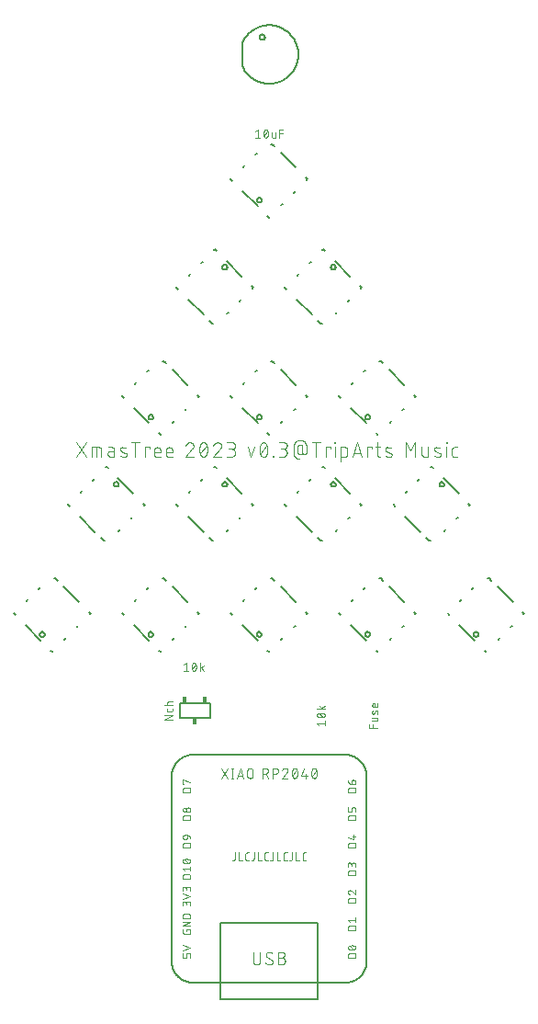
<source format=gto>
G04 EAGLE Gerber RS-274X export*
G75*
%MOMM*%
%FSLAX34Y34*%
%LPD*%
%INSilkscreen Top*%
%IPPOS*%
%AMOC8*
5,1,8,0,0,1.08239X$1,22.5*%
G01*
%ADD10C,0.076200*%
%ADD11C,0.101600*%
%ADD12C,0.127000*%
%ADD13C,0.203200*%
%ADD14C,0.200000*%
%ADD15C,0.050800*%
%ADD16R,0.450000X0.600000*%


D10*
X345574Y237028D02*
X343937Y239074D01*
X351303Y239074D01*
X351303Y237028D02*
X351303Y241120D01*
X347620Y244344D02*
X347467Y244346D01*
X347314Y244352D01*
X347162Y244361D01*
X347009Y244375D01*
X346857Y244392D01*
X346706Y244413D01*
X346555Y244438D01*
X346405Y244467D01*
X346255Y244499D01*
X346107Y244536D01*
X345959Y244576D01*
X345812Y244619D01*
X345667Y244667D01*
X345523Y244718D01*
X345380Y244772D01*
X345238Y244831D01*
X345099Y244892D01*
X344960Y244958D01*
X344960Y244957D02*
X344890Y244983D01*
X344820Y245013D01*
X344753Y245046D01*
X344687Y245082D01*
X344623Y245121D01*
X344561Y245164D01*
X344502Y245210D01*
X344444Y245258D01*
X344390Y245309D01*
X344337Y245363D01*
X344288Y245420D01*
X344241Y245479D01*
X344198Y245540D01*
X344157Y245603D01*
X344120Y245668D01*
X344085Y245735D01*
X344055Y245804D01*
X344027Y245874D01*
X344004Y245945D01*
X343983Y246017D01*
X343967Y246090D01*
X343954Y246164D01*
X343944Y246239D01*
X343939Y246314D01*
X343937Y246389D01*
X343939Y246464D01*
X343944Y246539D01*
X343954Y246614D01*
X343967Y246688D01*
X343983Y246761D01*
X344004Y246833D01*
X344027Y246904D01*
X344055Y246974D01*
X344085Y247043D01*
X344120Y247110D01*
X344157Y247175D01*
X344198Y247238D01*
X344241Y247299D01*
X344288Y247358D01*
X344337Y247415D01*
X344390Y247469D01*
X344444Y247520D01*
X344502Y247569D01*
X344561Y247614D01*
X344623Y247657D01*
X344687Y247696D01*
X344753Y247733D01*
X344821Y247765D01*
X344890Y247795D01*
X344960Y247821D01*
X344960Y247822D02*
X345098Y247887D01*
X345238Y247949D01*
X345380Y248007D01*
X345523Y248062D01*
X345667Y248113D01*
X345812Y248161D01*
X345959Y248204D01*
X346106Y248244D01*
X346255Y248281D01*
X346405Y248313D01*
X346555Y248342D01*
X346706Y248367D01*
X346857Y248388D01*
X347009Y248405D01*
X347162Y248419D01*
X347314Y248428D01*
X347467Y248434D01*
X347620Y248436D01*
X347620Y244344D02*
X347773Y244346D01*
X347926Y244352D01*
X348078Y244361D01*
X348231Y244375D01*
X348383Y244392D01*
X348534Y244413D01*
X348685Y244438D01*
X348835Y244467D01*
X348985Y244499D01*
X349133Y244536D01*
X349281Y244576D01*
X349428Y244619D01*
X349573Y244667D01*
X349717Y244718D01*
X349860Y244772D01*
X350002Y244831D01*
X350141Y244892D01*
X350280Y244958D01*
X350280Y244957D02*
X350351Y244983D01*
X350420Y245013D01*
X350487Y245046D01*
X350553Y245082D01*
X350617Y245121D01*
X350679Y245164D01*
X350738Y245210D01*
X350796Y245258D01*
X350850Y245309D01*
X350903Y245363D01*
X350952Y245420D01*
X350999Y245479D01*
X351042Y245540D01*
X351083Y245603D01*
X351120Y245668D01*
X351155Y245735D01*
X351185Y245804D01*
X351213Y245874D01*
X351236Y245945D01*
X351257Y246017D01*
X351273Y246090D01*
X351286Y246164D01*
X351296Y246239D01*
X351301Y246314D01*
X351303Y246389D01*
X350280Y247822D02*
X350142Y247887D01*
X350002Y247949D01*
X349860Y248007D01*
X349717Y248062D01*
X349573Y248113D01*
X349428Y248161D01*
X349281Y248204D01*
X349134Y248244D01*
X348985Y248281D01*
X348835Y248313D01*
X348685Y248342D01*
X348534Y248367D01*
X348383Y248388D01*
X348231Y248405D01*
X348078Y248419D01*
X347926Y248428D01*
X347773Y248434D01*
X347620Y248436D01*
X350280Y247821D02*
X350350Y247795D01*
X350420Y247765D01*
X350487Y247732D01*
X350553Y247696D01*
X350617Y247657D01*
X350679Y247614D01*
X350738Y247568D01*
X350796Y247520D01*
X350850Y247469D01*
X350903Y247415D01*
X350952Y247358D01*
X350999Y247299D01*
X351042Y247238D01*
X351083Y247175D01*
X351120Y247110D01*
X351155Y247043D01*
X351185Y246974D01*
X351213Y246904D01*
X351236Y246833D01*
X351257Y246761D01*
X351273Y246688D01*
X351286Y246614D01*
X351296Y246539D01*
X351301Y246464D01*
X351303Y246389D01*
X349666Y244753D02*
X345574Y248026D01*
X343937Y251918D02*
X351303Y251918D01*
X348848Y251918D02*
X346392Y255192D01*
X347825Y253350D02*
X351303Y255192D01*
X392587Y234729D02*
X399953Y234729D01*
X392587Y234729D02*
X392587Y238002D01*
X395861Y238002D02*
X395861Y234729D01*
X395042Y240974D02*
X398725Y240974D01*
X398794Y240976D01*
X398862Y240982D01*
X398931Y240991D01*
X398998Y241005D01*
X399065Y241022D01*
X399131Y241043D01*
X399195Y241067D01*
X399258Y241096D01*
X399319Y241127D01*
X399378Y241162D01*
X399436Y241200D01*
X399491Y241242D01*
X399543Y241286D01*
X399593Y241334D01*
X399641Y241384D01*
X399685Y241436D01*
X399727Y241491D01*
X399765Y241549D01*
X399800Y241608D01*
X399831Y241669D01*
X399860Y241732D01*
X399884Y241796D01*
X399905Y241862D01*
X399922Y241929D01*
X399936Y241996D01*
X399945Y242065D01*
X399951Y242133D01*
X399953Y242202D01*
X399953Y244248D01*
X395042Y244248D01*
X397088Y248172D02*
X397907Y250218D01*
X397088Y248172D02*
X397063Y248113D01*
X397034Y248056D01*
X397001Y248001D01*
X396965Y247948D01*
X396927Y247897D01*
X396885Y247849D01*
X396840Y247803D01*
X396793Y247760D01*
X396743Y247720D01*
X396691Y247683D01*
X396636Y247649D01*
X396580Y247618D01*
X396522Y247591D01*
X396462Y247568D01*
X396402Y247548D01*
X396340Y247532D01*
X396277Y247519D01*
X396213Y247511D01*
X396150Y247506D01*
X396086Y247505D01*
X396022Y247508D01*
X395958Y247515D01*
X395895Y247526D01*
X395833Y247540D01*
X395771Y247558D01*
X395711Y247580D01*
X395652Y247605D01*
X395595Y247634D01*
X395540Y247667D01*
X395487Y247702D01*
X395436Y247741D01*
X395387Y247783D01*
X395341Y247827D01*
X395298Y247875D01*
X395258Y247924D01*
X395221Y247977D01*
X395187Y248031D01*
X395156Y248087D01*
X395129Y248145D01*
X395105Y248204D01*
X395086Y248265D01*
X395069Y248327D01*
X395057Y248390D01*
X395048Y248453D01*
X395043Y248517D01*
X395042Y248581D01*
X395046Y248717D01*
X395054Y248852D01*
X395066Y248988D01*
X395082Y249122D01*
X395102Y249257D01*
X395125Y249390D01*
X395153Y249523D01*
X395184Y249655D01*
X395219Y249786D01*
X395258Y249916D01*
X395301Y250045D01*
X395348Y250172D01*
X395398Y250298D01*
X395452Y250423D01*
X397907Y250218D02*
X397932Y250277D01*
X397961Y250334D01*
X397994Y250389D01*
X398030Y250442D01*
X398068Y250493D01*
X398110Y250541D01*
X398155Y250587D01*
X398202Y250630D01*
X398252Y250670D01*
X398304Y250707D01*
X398359Y250741D01*
X398415Y250772D01*
X398473Y250799D01*
X398533Y250822D01*
X398593Y250842D01*
X398655Y250858D01*
X398718Y250871D01*
X398782Y250879D01*
X398845Y250884D01*
X398909Y250885D01*
X398973Y250882D01*
X399037Y250875D01*
X399100Y250864D01*
X399162Y250850D01*
X399224Y250832D01*
X399284Y250810D01*
X399343Y250785D01*
X399400Y250756D01*
X399455Y250723D01*
X399508Y250688D01*
X399559Y250649D01*
X399608Y250607D01*
X399654Y250563D01*
X399697Y250515D01*
X399737Y250466D01*
X399774Y250413D01*
X399808Y250359D01*
X399839Y250303D01*
X399866Y250245D01*
X399890Y250186D01*
X399909Y250125D01*
X399926Y250063D01*
X399938Y250000D01*
X399947Y249937D01*
X399952Y249873D01*
X399953Y249809D01*
X399949Y249645D01*
X399941Y249481D01*
X399929Y249317D01*
X399913Y249154D01*
X399893Y248991D01*
X399870Y248828D01*
X399842Y248667D01*
X399811Y248505D01*
X399776Y248345D01*
X399737Y248186D01*
X399694Y248027D01*
X399648Y247870D01*
X399598Y247713D01*
X399544Y247558D01*
X399953Y255125D02*
X399953Y257171D01*
X399953Y255125D02*
X399951Y255056D01*
X399945Y254988D01*
X399936Y254919D01*
X399922Y254852D01*
X399905Y254785D01*
X399884Y254719D01*
X399860Y254655D01*
X399831Y254592D01*
X399800Y254531D01*
X399765Y254472D01*
X399727Y254414D01*
X399685Y254359D01*
X399641Y254307D01*
X399593Y254257D01*
X399543Y254209D01*
X399491Y254165D01*
X399436Y254124D01*
X399378Y254085D01*
X399319Y254050D01*
X399258Y254019D01*
X399195Y253990D01*
X399131Y253966D01*
X399065Y253945D01*
X398998Y253928D01*
X398931Y253914D01*
X398863Y253905D01*
X398794Y253899D01*
X398725Y253897D01*
X398725Y253898D02*
X396679Y253898D01*
X396600Y253900D01*
X396521Y253906D01*
X396442Y253915D01*
X396364Y253928D01*
X396287Y253946D01*
X396211Y253966D01*
X396136Y253991D01*
X396062Y254019D01*
X395989Y254050D01*
X395918Y254086D01*
X395849Y254124D01*
X395782Y254166D01*
X395717Y254211D01*
X395654Y254259D01*
X395593Y254310D01*
X395536Y254364D01*
X395480Y254420D01*
X395428Y254479D01*
X395378Y254541D01*
X395332Y254605D01*
X395288Y254671D01*
X395248Y254739D01*
X395212Y254809D01*
X395178Y254881D01*
X395148Y254955D01*
X395122Y255029D01*
X395099Y255105D01*
X395081Y255182D01*
X395065Y255259D01*
X395054Y255338D01*
X395046Y255416D01*
X395042Y255495D01*
X395042Y255575D01*
X395046Y255654D01*
X395054Y255732D01*
X395065Y255811D01*
X395081Y255888D01*
X395099Y255965D01*
X395122Y256041D01*
X395148Y256115D01*
X395178Y256189D01*
X395212Y256261D01*
X395248Y256331D01*
X395288Y256399D01*
X395332Y256465D01*
X395378Y256529D01*
X395428Y256591D01*
X395480Y256650D01*
X395536Y256706D01*
X395593Y256760D01*
X395654Y256811D01*
X395717Y256859D01*
X395782Y256904D01*
X395849Y256946D01*
X395918Y256984D01*
X395989Y257020D01*
X396062Y257051D01*
X396136Y257079D01*
X396211Y257104D01*
X396287Y257124D01*
X396364Y257142D01*
X396442Y257155D01*
X396521Y257164D01*
X396600Y257170D01*
X396679Y257172D01*
X396679Y257171D02*
X397498Y257171D01*
X397498Y253898D01*
X223344Y294523D02*
X221298Y292886D01*
X223344Y294523D02*
X223344Y287157D01*
X221298Y287157D02*
X225390Y287157D01*
X228614Y290840D02*
X228616Y290993D01*
X228622Y291146D01*
X228631Y291298D01*
X228645Y291451D01*
X228662Y291603D01*
X228683Y291754D01*
X228708Y291905D01*
X228737Y292055D01*
X228769Y292205D01*
X228806Y292353D01*
X228846Y292501D01*
X228889Y292648D01*
X228937Y292793D01*
X228988Y292937D01*
X229042Y293080D01*
X229101Y293222D01*
X229162Y293361D01*
X229228Y293500D01*
X229227Y293500D02*
X229253Y293570D01*
X229283Y293640D01*
X229316Y293707D01*
X229352Y293773D01*
X229391Y293837D01*
X229434Y293899D01*
X229480Y293958D01*
X229528Y294016D01*
X229579Y294070D01*
X229633Y294123D01*
X229690Y294172D01*
X229749Y294219D01*
X229810Y294262D01*
X229873Y294303D01*
X229938Y294340D01*
X230005Y294375D01*
X230074Y294405D01*
X230144Y294433D01*
X230215Y294456D01*
X230287Y294477D01*
X230360Y294493D01*
X230434Y294506D01*
X230509Y294516D01*
X230584Y294521D01*
X230659Y294523D01*
X230734Y294521D01*
X230809Y294516D01*
X230884Y294506D01*
X230958Y294493D01*
X231031Y294477D01*
X231103Y294456D01*
X231174Y294433D01*
X231244Y294405D01*
X231313Y294375D01*
X231380Y294340D01*
X231445Y294303D01*
X231508Y294262D01*
X231569Y294219D01*
X231628Y294172D01*
X231685Y294123D01*
X231739Y294070D01*
X231790Y294016D01*
X231839Y293958D01*
X231884Y293899D01*
X231927Y293837D01*
X231966Y293773D01*
X232003Y293707D01*
X232035Y293639D01*
X232065Y293570D01*
X232091Y293500D01*
X232092Y293500D02*
X232157Y293362D01*
X232219Y293222D01*
X232277Y293080D01*
X232332Y292937D01*
X232383Y292793D01*
X232431Y292648D01*
X232474Y292501D01*
X232514Y292354D01*
X232551Y292205D01*
X232583Y292055D01*
X232612Y291905D01*
X232637Y291754D01*
X232658Y291603D01*
X232675Y291451D01*
X232689Y291298D01*
X232698Y291146D01*
X232704Y290993D01*
X232706Y290840D01*
X228613Y290840D02*
X228615Y290687D01*
X228621Y290534D01*
X228630Y290381D01*
X228644Y290229D01*
X228661Y290077D01*
X228682Y289926D01*
X228707Y289775D01*
X228736Y289624D01*
X228768Y289475D01*
X228805Y289326D01*
X228845Y289179D01*
X228888Y289032D01*
X228936Y288887D01*
X228987Y288742D01*
X229042Y288600D01*
X229100Y288458D01*
X229162Y288318D01*
X229227Y288180D01*
X229253Y288109D01*
X229283Y288040D01*
X229316Y287973D01*
X229352Y287907D01*
X229391Y287843D01*
X229434Y287781D01*
X229480Y287722D01*
X229528Y287664D01*
X229579Y287610D01*
X229633Y287557D01*
X229690Y287508D01*
X229749Y287461D01*
X229810Y287418D01*
X229873Y287377D01*
X229938Y287340D01*
X230005Y287305D01*
X230074Y287275D01*
X230144Y287247D01*
X230215Y287224D01*
X230287Y287203D01*
X230360Y287187D01*
X230434Y287174D01*
X230509Y287164D01*
X230584Y287159D01*
X230659Y287157D01*
X232091Y288180D02*
X232156Y288318D01*
X232218Y288458D01*
X232276Y288600D01*
X232331Y288743D01*
X232382Y288887D01*
X232430Y289032D01*
X232473Y289179D01*
X232513Y289327D01*
X232550Y289475D01*
X232582Y289625D01*
X232611Y289775D01*
X232636Y289926D01*
X232657Y290077D01*
X232674Y290229D01*
X232688Y290382D01*
X232697Y290534D01*
X232703Y290687D01*
X232705Y290840D01*
X232091Y288180D02*
X232065Y288110D01*
X232035Y288040D01*
X232003Y287973D01*
X231966Y287907D01*
X231927Y287843D01*
X231884Y287781D01*
X231838Y287722D01*
X231790Y287664D01*
X231739Y287610D01*
X231685Y287557D01*
X231628Y287508D01*
X231569Y287461D01*
X231508Y287418D01*
X231445Y287377D01*
X231380Y287340D01*
X231313Y287305D01*
X231244Y287275D01*
X231174Y287247D01*
X231103Y287224D01*
X231031Y287203D01*
X230958Y287187D01*
X230884Y287174D01*
X230809Y287164D01*
X230734Y287159D01*
X230659Y287157D01*
X229023Y288794D02*
X232296Y292886D01*
X236188Y294523D02*
X236188Y287157D01*
X236188Y289612D02*
X239462Y292068D01*
X237620Y290635D02*
X239462Y287157D01*
X210793Y242187D02*
X203427Y242187D01*
X210793Y246279D01*
X203427Y246279D01*
X210793Y250904D02*
X210793Y252541D01*
X210793Y250904D02*
X210791Y250835D01*
X210785Y250767D01*
X210776Y250698D01*
X210762Y250631D01*
X210745Y250564D01*
X210724Y250498D01*
X210700Y250434D01*
X210671Y250371D01*
X210640Y250310D01*
X210605Y250251D01*
X210567Y250193D01*
X210525Y250138D01*
X210481Y250086D01*
X210433Y250036D01*
X210383Y249988D01*
X210331Y249944D01*
X210276Y249903D01*
X210218Y249864D01*
X210159Y249829D01*
X210098Y249798D01*
X210035Y249769D01*
X209971Y249745D01*
X209905Y249724D01*
X209838Y249707D01*
X209771Y249693D01*
X209703Y249684D01*
X209634Y249678D01*
X209565Y249676D01*
X209565Y249677D02*
X207110Y249677D01*
X207110Y249676D02*
X207041Y249678D01*
X206973Y249684D01*
X206904Y249693D01*
X206837Y249707D01*
X206770Y249724D01*
X206704Y249745D01*
X206640Y249769D01*
X206577Y249798D01*
X206516Y249829D01*
X206457Y249864D01*
X206399Y249902D01*
X206344Y249944D01*
X206292Y249988D01*
X206242Y250036D01*
X206194Y250086D01*
X206150Y250138D01*
X206108Y250193D01*
X206070Y250251D01*
X206035Y250310D01*
X206004Y250371D01*
X205975Y250434D01*
X205951Y250498D01*
X205930Y250564D01*
X205913Y250631D01*
X205899Y250698D01*
X205890Y250767D01*
X205884Y250835D01*
X205882Y250904D01*
X205882Y252541D01*
X203427Y255519D02*
X210793Y255519D01*
X205882Y255519D02*
X205882Y257566D01*
X205884Y257635D01*
X205890Y257703D01*
X205899Y257772D01*
X205913Y257839D01*
X205930Y257906D01*
X205951Y257972D01*
X205975Y258036D01*
X206004Y258099D01*
X206035Y258160D01*
X206070Y258219D01*
X206108Y258277D01*
X206150Y258332D01*
X206194Y258384D01*
X206242Y258434D01*
X206292Y258482D01*
X206344Y258526D01*
X206399Y258568D01*
X206457Y258606D01*
X206516Y258641D01*
X206577Y258672D01*
X206640Y258701D01*
X206704Y258725D01*
X206770Y258746D01*
X206837Y258763D01*
X206904Y258777D01*
X206973Y258786D01*
X207041Y258792D01*
X207110Y258794D01*
X207110Y258793D02*
X210793Y258793D01*
X287504Y784046D02*
X289551Y785683D01*
X289551Y778317D01*
X291597Y778317D02*
X287504Y778317D01*
X294820Y782000D02*
X294822Y782153D01*
X294828Y782306D01*
X294837Y782458D01*
X294851Y782611D01*
X294868Y782763D01*
X294889Y782914D01*
X294914Y783065D01*
X294943Y783215D01*
X294975Y783365D01*
X295012Y783513D01*
X295052Y783661D01*
X295095Y783808D01*
X295143Y783953D01*
X295194Y784097D01*
X295248Y784240D01*
X295307Y784382D01*
X295368Y784521D01*
X295434Y784660D01*
X295460Y784730D01*
X295490Y784800D01*
X295523Y784867D01*
X295559Y784933D01*
X295598Y784997D01*
X295641Y785059D01*
X295687Y785118D01*
X295735Y785176D01*
X295786Y785230D01*
X295840Y785283D01*
X295897Y785332D01*
X295956Y785379D01*
X296017Y785422D01*
X296080Y785463D01*
X296145Y785500D01*
X296212Y785535D01*
X296281Y785565D01*
X296351Y785593D01*
X296422Y785616D01*
X296494Y785637D01*
X296567Y785653D01*
X296641Y785666D01*
X296716Y785676D01*
X296791Y785681D01*
X296866Y785683D01*
X296941Y785681D01*
X297016Y785676D01*
X297091Y785666D01*
X297165Y785653D01*
X297238Y785637D01*
X297310Y785616D01*
X297381Y785593D01*
X297451Y785565D01*
X297520Y785535D01*
X297587Y785500D01*
X297652Y785463D01*
X297715Y785422D01*
X297776Y785379D01*
X297835Y785332D01*
X297892Y785283D01*
X297946Y785230D01*
X297997Y785176D01*
X298046Y785118D01*
X298091Y785059D01*
X298134Y784997D01*
X298173Y784933D01*
X298210Y784867D01*
X298242Y784799D01*
X298272Y784730D01*
X298298Y784660D01*
X298363Y784522D01*
X298425Y784382D01*
X298483Y784240D01*
X298538Y784097D01*
X298589Y783953D01*
X298637Y783808D01*
X298680Y783661D01*
X298720Y783514D01*
X298757Y783365D01*
X298789Y783215D01*
X298818Y783065D01*
X298843Y782914D01*
X298864Y782763D01*
X298881Y782611D01*
X298895Y782458D01*
X298904Y782306D01*
X298910Y782153D01*
X298912Y782000D01*
X294819Y782000D02*
X294821Y781847D01*
X294827Y781694D01*
X294836Y781541D01*
X294850Y781389D01*
X294867Y781237D01*
X294888Y781086D01*
X294913Y780935D01*
X294942Y780784D01*
X294974Y780635D01*
X295011Y780486D01*
X295051Y780339D01*
X295094Y780192D01*
X295142Y780047D01*
X295193Y779902D01*
X295248Y779760D01*
X295306Y779618D01*
X295368Y779478D01*
X295433Y779340D01*
X295434Y779340D02*
X295460Y779269D01*
X295490Y779200D01*
X295523Y779133D01*
X295559Y779067D01*
X295598Y779003D01*
X295641Y778941D01*
X295687Y778882D01*
X295735Y778824D01*
X295786Y778770D01*
X295840Y778717D01*
X295897Y778668D01*
X295956Y778621D01*
X296017Y778578D01*
X296080Y778537D01*
X296145Y778500D01*
X296212Y778465D01*
X296281Y778435D01*
X296351Y778407D01*
X296422Y778384D01*
X296494Y778363D01*
X296567Y778347D01*
X296641Y778334D01*
X296716Y778324D01*
X296791Y778319D01*
X296866Y778317D01*
X298298Y779340D02*
X298363Y779478D01*
X298425Y779618D01*
X298483Y779760D01*
X298538Y779903D01*
X298589Y780047D01*
X298637Y780192D01*
X298680Y780339D01*
X298720Y780487D01*
X298757Y780635D01*
X298789Y780785D01*
X298818Y780935D01*
X298843Y781086D01*
X298864Y781237D01*
X298881Y781389D01*
X298895Y781542D01*
X298904Y781694D01*
X298910Y781847D01*
X298912Y782000D01*
X298298Y779340D02*
X298272Y779270D01*
X298242Y779200D01*
X298210Y779133D01*
X298173Y779067D01*
X298134Y779003D01*
X298091Y778941D01*
X298045Y778882D01*
X297997Y778824D01*
X297946Y778770D01*
X297892Y778717D01*
X297835Y778668D01*
X297776Y778621D01*
X297715Y778578D01*
X297652Y778537D01*
X297587Y778500D01*
X297520Y778465D01*
X297451Y778435D01*
X297381Y778407D01*
X297310Y778384D01*
X297238Y778363D01*
X297165Y778347D01*
X297091Y778334D01*
X297016Y778324D01*
X296941Y778319D01*
X296866Y778317D01*
X295229Y779954D02*
X298503Y784046D01*
X302300Y783228D02*
X302300Y779545D01*
X302302Y779476D01*
X302308Y779408D01*
X302317Y779339D01*
X302331Y779272D01*
X302348Y779205D01*
X302369Y779139D01*
X302393Y779075D01*
X302422Y779012D01*
X302453Y778951D01*
X302488Y778892D01*
X302526Y778834D01*
X302568Y778779D01*
X302612Y778727D01*
X302660Y778677D01*
X302710Y778629D01*
X302762Y778585D01*
X302817Y778543D01*
X302875Y778505D01*
X302934Y778470D01*
X302995Y778439D01*
X303058Y778410D01*
X303122Y778386D01*
X303188Y778365D01*
X303255Y778348D01*
X303322Y778334D01*
X303391Y778325D01*
X303459Y778319D01*
X303528Y778317D01*
X305574Y778317D01*
X305574Y783228D01*
X309222Y785683D02*
X309222Y778317D01*
X309222Y785683D02*
X312496Y785683D01*
X312496Y782409D02*
X309222Y782409D01*
D11*
X131102Y497604D02*
X122296Y484396D01*
X131102Y484396D02*
X122296Y497604D01*
X136378Y493201D02*
X136378Y484396D01*
X136378Y493201D02*
X142982Y493201D01*
X143073Y493199D01*
X143164Y493193D01*
X143254Y493184D01*
X143344Y493171D01*
X143434Y493154D01*
X143522Y493134D01*
X143610Y493109D01*
X143697Y493082D01*
X143782Y493050D01*
X143866Y493016D01*
X143949Y492977D01*
X144030Y492936D01*
X144109Y492891D01*
X144186Y492843D01*
X144261Y492791D01*
X144334Y492737D01*
X144405Y492680D01*
X144473Y492619D01*
X144538Y492556D01*
X144601Y492491D01*
X144662Y492423D01*
X144719Y492352D01*
X144773Y492279D01*
X144825Y492204D01*
X144873Y492127D01*
X144918Y492048D01*
X144959Y491967D01*
X144998Y491884D01*
X145032Y491800D01*
X145064Y491715D01*
X145091Y491628D01*
X145116Y491540D01*
X145136Y491452D01*
X145153Y491362D01*
X145166Y491272D01*
X145175Y491182D01*
X145181Y491091D01*
X145183Y491000D01*
X145183Y484396D01*
X140781Y484396D02*
X140781Y493201D01*
X153580Y489532D02*
X156882Y489532D01*
X153580Y489532D02*
X153480Y489530D01*
X153381Y489524D01*
X153282Y489515D01*
X153183Y489501D01*
X153085Y489484D01*
X152988Y489463D01*
X152891Y489438D01*
X152796Y489409D01*
X152702Y489377D01*
X152609Y489341D01*
X152517Y489302D01*
X152427Y489259D01*
X152339Y489212D01*
X152253Y489163D01*
X152169Y489110D01*
X152087Y489053D01*
X152007Y488994D01*
X151929Y488931D01*
X151854Y488866D01*
X151782Y488797D01*
X151712Y488726D01*
X151645Y488653D01*
X151581Y488576D01*
X151520Y488498D01*
X151462Y488416D01*
X151408Y488333D01*
X151356Y488248D01*
X151308Y488161D01*
X151263Y488072D01*
X151222Y487981D01*
X151184Y487889D01*
X151150Y487795D01*
X151120Y487701D01*
X151093Y487605D01*
X151070Y487508D01*
X151051Y487410D01*
X151036Y487312D01*
X151024Y487213D01*
X151016Y487113D01*
X151012Y487014D01*
X151012Y486914D01*
X151016Y486815D01*
X151024Y486715D01*
X151036Y486616D01*
X151051Y486518D01*
X151070Y486420D01*
X151093Y486323D01*
X151120Y486227D01*
X151150Y486133D01*
X151184Y486039D01*
X151222Y485947D01*
X151263Y485856D01*
X151308Y485767D01*
X151356Y485680D01*
X151408Y485595D01*
X151462Y485512D01*
X151520Y485430D01*
X151581Y485352D01*
X151645Y485275D01*
X151712Y485202D01*
X151782Y485131D01*
X151854Y485062D01*
X151929Y484997D01*
X152007Y484934D01*
X152087Y484875D01*
X152169Y484818D01*
X152253Y484765D01*
X152339Y484716D01*
X152427Y484669D01*
X152517Y484626D01*
X152609Y484587D01*
X152702Y484551D01*
X152796Y484519D01*
X152891Y484490D01*
X152988Y484465D01*
X153085Y484444D01*
X153183Y484427D01*
X153282Y484413D01*
X153381Y484404D01*
X153480Y484398D01*
X153580Y484396D01*
X156882Y484396D01*
X156882Y491000D01*
X156881Y491000D02*
X156879Y491091D01*
X156873Y491182D01*
X156864Y491272D01*
X156851Y491362D01*
X156834Y491452D01*
X156814Y491540D01*
X156789Y491628D01*
X156762Y491715D01*
X156730Y491800D01*
X156696Y491884D01*
X156657Y491967D01*
X156616Y492048D01*
X156571Y492127D01*
X156523Y492204D01*
X156471Y492279D01*
X156417Y492352D01*
X156360Y492423D01*
X156299Y492491D01*
X156236Y492556D01*
X156171Y492619D01*
X156103Y492680D01*
X156032Y492737D01*
X155959Y492791D01*
X155884Y492843D01*
X155807Y492891D01*
X155728Y492936D01*
X155647Y492977D01*
X155564Y493016D01*
X155480Y493050D01*
X155395Y493082D01*
X155308Y493109D01*
X155220Y493134D01*
X155132Y493154D01*
X155042Y493171D01*
X154952Y493184D01*
X154862Y493193D01*
X154771Y493199D01*
X154680Y493201D01*
X151745Y493201D01*
X163696Y489532D02*
X167365Y488065D01*
X163696Y489532D02*
X163617Y489566D01*
X163539Y489604D01*
X163462Y489645D01*
X163388Y489689D01*
X163316Y489737D01*
X163246Y489788D01*
X163179Y489842D01*
X163114Y489899D01*
X163051Y489960D01*
X162992Y490022D01*
X162935Y490088D01*
X162882Y490156D01*
X162831Y490226D01*
X162784Y490299D01*
X162740Y490374D01*
X162700Y490450D01*
X162663Y490529D01*
X162630Y490608D01*
X162600Y490690D01*
X162574Y490772D01*
X162552Y490856D01*
X162534Y490941D01*
X162520Y491026D01*
X162509Y491112D01*
X162503Y491198D01*
X162500Y491285D01*
X162501Y491372D01*
X162507Y491458D01*
X162516Y491544D01*
X162529Y491630D01*
X162546Y491715D01*
X162567Y491799D01*
X162591Y491882D01*
X162620Y491963D01*
X162652Y492044D01*
X162687Y492123D01*
X162727Y492200D01*
X162769Y492275D01*
X162816Y492348D01*
X162865Y492420D01*
X162917Y492488D01*
X162973Y492555D01*
X163032Y492618D01*
X163093Y492679D01*
X163157Y492738D01*
X163224Y492793D01*
X163293Y492845D01*
X163365Y492894D01*
X163438Y492939D01*
X163514Y492981D01*
X163591Y493020D01*
X163670Y493055D01*
X163751Y493087D01*
X163833Y493115D01*
X163916Y493139D01*
X164000Y493159D01*
X164085Y493175D01*
X164171Y493188D01*
X164257Y493196D01*
X164344Y493201D01*
X164430Y493202D01*
X164430Y493201D02*
X164630Y493196D01*
X164830Y493186D01*
X165030Y493171D01*
X165230Y493151D01*
X165429Y493127D01*
X165627Y493097D01*
X165824Y493063D01*
X166021Y493025D01*
X166216Y492981D01*
X166411Y492933D01*
X166604Y492880D01*
X166796Y492823D01*
X166987Y492761D01*
X167176Y492694D01*
X167363Y492623D01*
X167548Y492547D01*
X167732Y492467D01*
X167365Y488065D02*
X167444Y488031D01*
X167522Y487993D01*
X167599Y487952D01*
X167673Y487908D01*
X167745Y487860D01*
X167815Y487809D01*
X167882Y487755D01*
X167947Y487698D01*
X168010Y487637D01*
X168069Y487575D01*
X168126Y487509D01*
X168179Y487441D01*
X168230Y487371D01*
X168277Y487298D01*
X168321Y487223D01*
X168361Y487147D01*
X168398Y487068D01*
X168431Y486989D01*
X168461Y486907D01*
X168487Y486825D01*
X168509Y486741D01*
X168527Y486656D01*
X168541Y486571D01*
X168552Y486485D01*
X168558Y486399D01*
X168561Y486312D01*
X168560Y486225D01*
X168554Y486139D01*
X168545Y486053D01*
X168532Y485967D01*
X168515Y485882D01*
X168494Y485798D01*
X168470Y485715D01*
X168441Y485634D01*
X168409Y485553D01*
X168374Y485474D01*
X168334Y485397D01*
X168292Y485322D01*
X168245Y485249D01*
X168196Y485177D01*
X168144Y485109D01*
X168088Y485042D01*
X168029Y484979D01*
X167968Y484918D01*
X167904Y484859D01*
X167837Y484804D01*
X167768Y484752D01*
X167696Y484703D01*
X167623Y484658D01*
X167547Y484616D01*
X167470Y484577D01*
X167391Y484542D01*
X167310Y484510D01*
X167228Y484482D01*
X167145Y484458D01*
X167061Y484438D01*
X166976Y484422D01*
X166890Y484409D01*
X166804Y484401D01*
X166717Y484396D01*
X166631Y484395D01*
X166631Y484396D02*
X166337Y484404D01*
X166043Y484419D01*
X165749Y484440D01*
X165456Y484469D01*
X165164Y484504D01*
X164873Y484547D01*
X164583Y484596D01*
X164294Y484652D01*
X164006Y484715D01*
X163720Y484784D01*
X163436Y484861D01*
X163154Y484944D01*
X162874Y485034D01*
X162595Y485130D01*
X176625Y484396D02*
X176625Y497604D01*
X172956Y497604D02*
X180294Y497604D01*
X185282Y493201D02*
X185282Y484396D01*
X185282Y493201D02*
X189685Y493201D01*
X189685Y491734D01*
X195947Y484396D02*
X199616Y484396D01*
X195947Y484396D02*
X195856Y484398D01*
X195765Y484404D01*
X195675Y484413D01*
X195585Y484426D01*
X195495Y484443D01*
X195407Y484463D01*
X195319Y484488D01*
X195232Y484515D01*
X195147Y484547D01*
X195063Y484581D01*
X194980Y484620D01*
X194899Y484661D01*
X194820Y484706D01*
X194743Y484754D01*
X194668Y484806D01*
X194595Y484860D01*
X194524Y484917D01*
X194456Y484978D01*
X194391Y485041D01*
X194328Y485106D01*
X194267Y485174D01*
X194210Y485245D01*
X194156Y485318D01*
X194104Y485393D01*
X194056Y485470D01*
X194011Y485549D01*
X193970Y485630D01*
X193931Y485713D01*
X193897Y485797D01*
X193865Y485882D01*
X193838Y485969D01*
X193813Y486057D01*
X193793Y486145D01*
X193776Y486235D01*
X193763Y486325D01*
X193754Y486415D01*
X193748Y486506D01*
X193746Y486597D01*
X193746Y490266D01*
X193748Y490373D01*
X193754Y490480D01*
X193764Y490587D01*
X193777Y490693D01*
X193795Y490799D01*
X193816Y490904D01*
X193841Y491008D01*
X193870Y491112D01*
X193903Y491214D01*
X193940Y491314D01*
X193980Y491414D01*
X194024Y491512D01*
X194071Y491608D01*
X194122Y491702D01*
X194176Y491795D01*
X194233Y491885D01*
X194294Y491974D01*
X194358Y492060D01*
X194425Y492143D01*
X194495Y492225D01*
X194568Y492303D01*
X194644Y492379D01*
X194722Y492452D01*
X194804Y492522D01*
X194887Y492589D01*
X194973Y492653D01*
X195062Y492714D01*
X195152Y492771D01*
X195245Y492825D01*
X195339Y492876D01*
X195435Y492923D01*
X195533Y492967D01*
X195633Y493007D01*
X195733Y493044D01*
X195835Y493077D01*
X195939Y493106D01*
X196043Y493131D01*
X196148Y493152D01*
X196254Y493170D01*
X196360Y493183D01*
X196467Y493193D01*
X196574Y493199D01*
X196681Y493201D01*
X196788Y493199D01*
X196895Y493193D01*
X197002Y493183D01*
X197108Y493170D01*
X197214Y493152D01*
X197319Y493131D01*
X197423Y493106D01*
X197527Y493077D01*
X197629Y493044D01*
X197729Y493007D01*
X197829Y492967D01*
X197927Y492923D01*
X198023Y492876D01*
X198117Y492825D01*
X198210Y492771D01*
X198300Y492714D01*
X198389Y492653D01*
X198475Y492589D01*
X198558Y492522D01*
X198640Y492452D01*
X198718Y492379D01*
X198794Y492303D01*
X198867Y492225D01*
X198937Y492143D01*
X199004Y492060D01*
X199068Y491974D01*
X199129Y491885D01*
X199186Y491795D01*
X199240Y491702D01*
X199291Y491608D01*
X199338Y491512D01*
X199382Y491414D01*
X199422Y491314D01*
X199459Y491214D01*
X199492Y491112D01*
X199521Y491008D01*
X199546Y490904D01*
X199567Y490799D01*
X199585Y490693D01*
X199598Y490587D01*
X199608Y490480D01*
X199614Y490373D01*
X199616Y490266D01*
X199616Y488799D01*
X193746Y488799D01*
X207042Y484396D02*
X210711Y484396D01*
X207042Y484396D02*
X206951Y484398D01*
X206860Y484404D01*
X206770Y484413D01*
X206680Y484426D01*
X206590Y484443D01*
X206502Y484463D01*
X206414Y484488D01*
X206327Y484515D01*
X206242Y484547D01*
X206158Y484581D01*
X206075Y484620D01*
X205994Y484661D01*
X205915Y484706D01*
X205838Y484754D01*
X205763Y484806D01*
X205690Y484860D01*
X205619Y484917D01*
X205551Y484978D01*
X205486Y485041D01*
X205423Y485106D01*
X205362Y485174D01*
X205305Y485245D01*
X205251Y485318D01*
X205199Y485393D01*
X205151Y485470D01*
X205106Y485549D01*
X205065Y485630D01*
X205026Y485713D01*
X204992Y485797D01*
X204960Y485882D01*
X204933Y485969D01*
X204908Y486057D01*
X204888Y486145D01*
X204871Y486235D01*
X204858Y486325D01*
X204849Y486415D01*
X204843Y486506D01*
X204841Y486597D01*
X204841Y490266D01*
X204843Y490373D01*
X204849Y490480D01*
X204859Y490587D01*
X204872Y490693D01*
X204890Y490799D01*
X204911Y490904D01*
X204936Y491008D01*
X204965Y491112D01*
X204998Y491214D01*
X205035Y491314D01*
X205075Y491414D01*
X205119Y491512D01*
X205166Y491608D01*
X205217Y491702D01*
X205271Y491795D01*
X205328Y491885D01*
X205389Y491974D01*
X205453Y492060D01*
X205520Y492143D01*
X205590Y492225D01*
X205663Y492303D01*
X205739Y492379D01*
X205817Y492452D01*
X205899Y492522D01*
X205982Y492589D01*
X206068Y492653D01*
X206157Y492714D01*
X206247Y492771D01*
X206340Y492825D01*
X206434Y492876D01*
X206530Y492923D01*
X206628Y492967D01*
X206728Y493007D01*
X206828Y493044D01*
X206930Y493077D01*
X207034Y493106D01*
X207138Y493131D01*
X207243Y493152D01*
X207349Y493170D01*
X207455Y493183D01*
X207562Y493193D01*
X207669Y493199D01*
X207776Y493201D01*
X207883Y493199D01*
X207990Y493193D01*
X208097Y493183D01*
X208203Y493170D01*
X208309Y493152D01*
X208414Y493131D01*
X208518Y493106D01*
X208622Y493077D01*
X208724Y493044D01*
X208824Y493007D01*
X208924Y492967D01*
X209022Y492923D01*
X209118Y492876D01*
X209212Y492825D01*
X209305Y492771D01*
X209395Y492714D01*
X209484Y492653D01*
X209570Y492589D01*
X209653Y492522D01*
X209735Y492452D01*
X209813Y492379D01*
X209889Y492303D01*
X209962Y492225D01*
X210032Y492143D01*
X210099Y492060D01*
X210163Y491974D01*
X210224Y491885D01*
X210281Y491795D01*
X210335Y491702D01*
X210386Y491608D01*
X210433Y491512D01*
X210477Y491414D01*
X210517Y491314D01*
X210554Y491214D01*
X210587Y491112D01*
X210616Y491008D01*
X210641Y490904D01*
X210662Y490799D01*
X210680Y490693D01*
X210693Y490587D01*
X210703Y490480D01*
X210709Y490373D01*
X210711Y490266D01*
X210711Y488799D01*
X204841Y488799D01*
X226918Y497604D02*
X227031Y497602D01*
X227143Y497596D01*
X227256Y497587D01*
X227368Y497573D01*
X227479Y497556D01*
X227590Y497535D01*
X227700Y497510D01*
X227809Y497482D01*
X227917Y497449D01*
X228024Y497413D01*
X228129Y497374D01*
X228234Y497331D01*
X228336Y497284D01*
X228437Y497234D01*
X228536Y497180D01*
X228634Y497123D01*
X228729Y497063D01*
X228822Y497000D01*
X228913Y496933D01*
X229002Y496863D01*
X229088Y496791D01*
X229172Y496715D01*
X229253Y496637D01*
X229331Y496556D01*
X229407Y496472D01*
X229479Y496386D01*
X229549Y496297D01*
X229616Y496206D01*
X229679Y496113D01*
X229739Y496018D01*
X229796Y495920D01*
X229850Y495821D01*
X229900Y495720D01*
X229947Y495618D01*
X229990Y495513D01*
X230029Y495408D01*
X230065Y495301D01*
X230098Y495193D01*
X230126Y495084D01*
X230151Y494974D01*
X230172Y494863D01*
X230189Y494752D01*
X230203Y494640D01*
X230212Y494527D01*
X230218Y494415D01*
X230220Y494302D01*
X226918Y497604D02*
X226791Y497602D01*
X226664Y497596D01*
X226537Y497587D01*
X226411Y497574D01*
X226285Y497557D01*
X226160Y497536D01*
X226035Y497511D01*
X225912Y497483D01*
X225789Y497451D01*
X225667Y497415D01*
X225546Y497376D01*
X225426Y497333D01*
X225308Y497287D01*
X225191Y497237D01*
X225076Y497183D01*
X224963Y497126D01*
X224851Y497066D01*
X224741Y497003D01*
X224633Y496936D01*
X224527Y496866D01*
X224423Y496793D01*
X224321Y496716D01*
X224222Y496637D01*
X224125Y496555D01*
X224031Y496470D01*
X223939Y496382D01*
X223850Y496292D01*
X223764Y496198D01*
X223680Y496103D01*
X223600Y496005D01*
X223522Y495904D01*
X223447Y495801D01*
X223376Y495696D01*
X223308Y495589D01*
X223243Y495480D01*
X223181Y495369D01*
X223122Y495256D01*
X223067Y495142D01*
X223016Y495026D01*
X222968Y494908D01*
X222923Y494789D01*
X222882Y494669D01*
X229120Y491734D02*
X229202Y491814D01*
X229281Y491897D01*
X229358Y491983D01*
X229432Y492071D01*
X229502Y492162D01*
X229570Y492254D01*
X229635Y492349D01*
X229697Y492446D01*
X229755Y492545D01*
X229811Y492646D01*
X229863Y492748D01*
X229911Y492852D01*
X229956Y492958D01*
X229998Y493065D01*
X230037Y493173D01*
X230071Y493283D01*
X230103Y493393D01*
X230130Y493505D01*
X230154Y493617D01*
X230175Y493730D01*
X230191Y493844D01*
X230204Y493958D01*
X230214Y494072D01*
X230219Y494187D01*
X230221Y494302D01*
X229120Y491734D02*
X222883Y484396D01*
X230220Y484396D01*
X235684Y491000D02*
X235687Y491260D01*
X235696Y491519D01*
X235712Y491779D01*
X235734Y492038D01*
X235761Y492296D01*
X235795Y492554D01*
X235836Y492810D01*
X235882Y493066D01*
X235934Y493321D01*
X235993Y493574D01*
X236057Y493826D01*
X236128Y494076D01*
X236204Y494324D01*
X236286Y494570D01*
X236374Y494815D01*
X236468Y495057D01*
X236568Y495297D01*
X236674Y495535D01*
X236785Y495769D01*
X236785Y495770D02*
X236820Y495865D01*
X236858Y495960D01*
X236900Y496053D01*
X236946Y496144D01*
X236995Y496234D01*
X237047Y496322D01*
X237102Y496407D01*
X237161Y496491D01*
X237223Y496572D01*
X237287Y496651D01*
X237355Y496727D01*
X237426Y496801D01*
X237499Y496872D01*
X237575Y496940D01*
X237653Y497006D01*
X237734Y497068D01*
X237817Y497128D01*
X237902Y497184D01*
X237989Y497237D01*
X238078Y497286D01*
X238169Y497332D01*
X238262Y497375D01*
X238356Y497414D01*
X238452Y497450D01*
X238549Y497482D01*
X238647Y497511D01*
X238746Y497535D01*
X238846Y497556D01*
X238946Y497573D01*
X239047Y497587D01*
X239149Y497596D01*
X239251Y497602D01*
X239353Y497604D01*
X239455Y497602D01*
X239557Y497596D01*
X239659Y497587D01*
X239760Y497573D01*
X239860Y497556D01*
X239960Y497535D01*
X240059Y497511D01*
X240157Y497482D01*
X240254Y497450D01*
X240350Y497414D01*
X240444Y497375D01*
X240537Y497332D01*
X240628Y497286D01*
X240717Y497237D01*
X240804Y497184D01*
X240889Y497128D01*
X240972Y497068D01*
X241053Y497006D01*
X241131Y496940D01*
X241207Y496872D01*
X241280Y496801D01*
X241351Y496727D01*
X241419Y496651D01*
X241483Y496572D01*
X241545Y496491D01*
X241604Y496407D01*
X241659Y496322D01*
X241711Y496234D01*
X241760Y496144D01*
X241806Y496053D01*
X241848Y495960D01*
X241886Y495865D01*
X241921Y495770D01*
X241921Y495769D02*
X242032Y495534D01*
X242138Y495297D01*
X242238Y495057D01*
X242332Y494815D01*
X242420Y494570D01*
X242502Y494324D01*
X242578Y494076D01*
X242649Y493825D01*
X242713Y493574D01*
X242772Y493321D01*
X242824Y493066D01*
X242870Y492810D01*
X242911Y492554D01*
X242945Y492296D01*
X242972Y492038D01*
X242994Y491779D01*
X243010Y491519D01*
X243019Y491260D01*
X243022Y491000D01*
X235685Y491000D02*
X235688Y490740D01*
X235697Y490481D01*
X235713Y490221D01*
X235735Y489962D01*
X235762Y489704D01*
X235796Y489446D01*
X235837Y489190D01*
X235883Y488934D01*
X235935Y488679D01*
X235994Y488426D01*
X236058Y488175D01*
X236129Y487924D01*
X236205Y487676D01*
X236287Y487430D01*
X236375Y487185D01*
X236469Y486943D01*
X236569Y486703D01*
X236675Y486466D01*
X236786Y486231D01*
X236785Y486230D02*
X236820Y486135D01*
X236858Y486040D01*
X236900Y485947D01*
X236946Y485856D01*
X236995Y485766D01*
X237047Y485678D01*
X237102Y485593D01*
X237161Y485509D01*
X237223Y485428D01*
X237287Y485349D01*
X237355Y485273D01*
X237426Y485199D01*
X237499Y485128D01*
X237575Y485060D01*
X237653Y484994D01*
X237734Y484932D01*
X237817Y484872D01*
X237902Y484816D01*
X237989Y484763D01*
X238078Y484714D01*
X238169Y484668D01*
X238262Y484625D01*
X238356Y484586D01*
X238452Y484550D01*
X238549Y484518D01*
X238647Y484489D01*
X238746Y484465D01*
X238846Y484444D01*
X238946Y484427D01*
X239047Y484413D01*
X239149Y484404D01*
X239251Y484398D01*
X239353Y484396D01*
X241921Y486230D02*
X242032Y486465D01*
X242138Y486703D01*
X242238Y486943D01*
X242332Y487185D01*
X242420Y487429D01*
X242502Y487676D01*
X242578Y487924D01*
X242649Y488174D01*
X242713Y488426D01*
X242772Y488679D01*
X242824Y488934D01*
X242870Y489189D01*
X242911Y489446D01*
X242945Y489704D01*
X242972Y489962D01*
X242994Y490221D01*
X243010Y490480D01*
X243019Y490740D01*
X243022Y491000D01*
X241921Y486230D02*
X241886Y486135D01*
X241848Y486040D01*
X241806Y485947D01*
X241760Y485856D01*
X241711Y485766D01*
X241659Y485678D01*
X241604Y485593D01*
X241545Y485509D01*
X241483Y485428D01*
X241419Y485349D01*
X241351Y485273D01*
X241280Y485199D01*
X241207Y485128D01*
X241131Y485060D01*
X241053Y484994D01*
X240972Y484932D01*
X240889Y484872D01*
X240804Y484816D01*
X240717Y484763D01*
X240628Y484714D01*
X240537Y484668D01*
X240444Y484625D01*
X240350Y484586D01*
X240254Y484550D01*
X240157Y484518D01*
X240059Y484489D01*
X239960Y484465D01*
X239860Y484444D01*
X239760Y484427D01*
X239659Y484413D01*
X239557Y484404D01*
X239455Y484398D01*
X239353Y484396D01*
X236418Y487331D02*
X242288Y494669D01*
X252521Y497604D02*
X252634Y497602D01*
X252746Y497596D01*
X252859Y497587D01*
X252971Y497573D01*
X253082Y497556D01*
X253193Y497535D01*
X253303Y497510D01*
X253412Y497482D01*
X253520Y497449D01*
X253627Y497413D01*
X253732Y497374D01*
X253837Y497331D01*
X253939Y497284D01*
X254040Y497234D01*
X254139Y497180D01*
X254237Y497123D01*
X254332Y497063D01*
X254425Y497000D01*
X254516Y496933D01*
X254605Y496863D01*
X254691Y496791D01*
X254775Y496715D01*
X254856Y496637D01*
X254934Y496556D01*
X255010Y496472D01*
X255082Y496386D01*
X255152Y496297D01*
X255219Y496206D01*
X255282Y496113D01*
X255342Y496018D01*
X255399Y495920D01*
X255453Y495821D01*
X255503Y495720D01*
X255550Y495618D01*
X255593Y495513D01*
X255632Y495408D01*
X255668Y495301D01*
X255701Y495193D01*
X255729Y495084D01*
X255754Y494974D01*
X255775Y494863D01*
X255792Y494752D01*
X255806Y494640D01*
X255815Y494527D01*
X255821Y494415D01*
X255823Y494302D01*
X252521Y497604D02*
X252394Y497602D01*
X252267Y497596D01*
X252140Y497587D01*
X252014Y497574D01*
X251888Y497557D01*
X251763Y497536D01*
X251638Y497511D01*
X251515Y497483D01*
X251392Y497451D01*
X251270Y497415D01*
X251149Y497376D01*
X251029Y497333D01*
X250911Y497287D01*
X250794Y497237D01*
X250679Y497183D01*
X250566Y497126D01*
X250454Y497066D01*
X250344Y497003D01*
X250236Y496936D01*
X250130Y496866D01*
X250026Y496793D01*
X249924Y496716D01*
X249825Y496637D01*
X249728Y496555D01*
X249634Y496470D01*
X249542Y496382D01*
X249453Y496292D01*
X249367Y496198D01*
X249283Y496103D01*
X249203Y496005D01*
X249125Y495904D01*
X249050Y495801D01*
X248979Y495696D01*
X248911Y495589D01*
X248846Y495480D01*
X248784Y495369D01*
X248725Y495256D01*
X248670Y495142D01*
X248619Y495026D01*
X248571Y494908D01*
X248526Y494789D01*
X248485Y494669D01*
X254723Y491734D02*
X254805Y491814D01*
X254884Y491897D01*
X254961Y491983D01*
X255035Y492071D01*
X255105Y492162D01*
X255173Y492254D01*
X255238Y492349D01*
X255300Y492446D01*
X255358Y492545D01*
X255414Y492646D01*
X255466Y492748D01*
X255514Y492852D01*
X255559Y492958D01*
X255601Y493065D01*
X255640Y493173D01*
X255674Y493283D01*
X255706Y493393D01*
X255733Y493505D01*
X255757Y493617D01*
X255778Y493730D01*
X255794Y493844D01*
X255807Y493958D01*
X255817Y494072D01*
X255822Y494187D01*
X255824Y494302D01*
X254723Y491734D02*
X248486Y484396D01*
X255823Y484396D01*
X261287Y484396D02*
X264956Y484396D01*
X265076Y484398D01*
X265196Y484404D01*
X265316Y484414D01*
X265435Y484427D01*
X265554Y484445D01*
X265672Y484466D01*
X265789Y484492D01*
X265906Y484521D01*
X266021Y484554D01*
X266135Y484591D01*
X266248Y484631D01*
X266360Y484675D01*
X266470Y484723D01*
X266579Y484774D01*
X266686Y484829D01*
X266791Y484888D01*
X266893Y484949D01*
X266994Y485014D01*
X267093Y485083D01*
X267190Y485154D01*
X267284Y485229D01*
X267375Y485306D01*
X267464Y485387D01*
X267550Y485471D01*
X267634Y485557D01*
X267715Y485646D01*
X267792Y485737D01*
X267867Y485831D01*
X267938Y485928D01*
X268007Y486027D01*
X268072Y486128D01*
X268133Y486231D01*
X268192Y486335D01*
X268247Y486442D01*
X268298Y486551D01*
X268346Y486661D01*
X268390Y486773D01*
X268430Y486886D01*
X268467Y487000D01*
X268500Y487115D01*
X268529Y487232D01*
X268555Y487349D01*
X268576Y487467D01*
X268594Y487586D01*
X268607Y487705D01*
X268617Y487825D01*
X268623Y487945D01*
X268625Y488065D01*
X268623Y488185D01*
X268617Y488305D01*
X268607Y488425D01*
X268594Y488544D01*
X268576Y488663D01*
X268555Y488781D01*
X268529Y488898D01*
X268500Y489015D01*
X268467Y489130D01*
X268430Y489244D01*
X268390Y489357D01*
X268346Y489469D01*
X268298Y489579D01*
X268247Y489688D01*
X268192Y489795D01*
X268133Y489900D01*
X268072Y490002D01*
X268007Y490103D01*
X267938Y490202D01*
X267867Y490299D01*
X267792Y490393D01*
X267715Y490484D01*
X267634Y490573D01*
X267550Y490659D01*
X267464Y490743D01*
X267375Y490824D01*
X267284Y490901D01*
X267190Y490976D01*
X267093Y491047D01*
X266994Y491116D01*
X266893Y491181D01*
X266790Y491242D01*
X266686Y491301D01*
X266579Y491356D01*
X266470Y491407D01*
X266360Y491455D01*
X266248Y491499D01*
X266135Y491539D01*
X266021Y491576D01*
X265906Y491609D01*
X265789Y491638D01*
X265672Y491664D01*
X265554Y491685D01*
X265435Y491703D01*
X265316Y491716D01*
X265196Y491726D01*
X265076Y491732D01*
X264956Y491734D01*
X265690Y497604D02*
X261287Y497604D01*
X265690Y497604D02*
X265797Y497602D01*
X265904Y497596D01*
X266011Y497586D01*
X266117Y497573D01*
X266223Y497555D01*
X266328Y497534D01*
X266432Y497509D01*
X266536Y497480D01*
X266638Y497447D01*
X266738Y497410D01*
X266838Y497370D01*
X266936Y497326D01*
X267032Y497279D01*
X267126Y497228D01*
X267219Y497174D01*
X267309Y497117D01*
X267398Y497056D01*
X267484Y496992D01*
X267567Y496925D01*
X267649Y496855D01*
X267727Y496782D01*
X267803Y496706D01*
X267876Y496628D01*
X267946Y496546D01*
X268013Y496463D01*
X268077Y496377D01*
X268138Y496288D01*
X268195Y496198D01*
X268249Y496105D01*
X268300Y496011D01*
X268347Y495915D01*
X268391Y495817D01*
X268431Y495717D01*
X268468Y495617D01*
X268501Y495515D01*
X268530Y495411D01*
X268555Y495307D01*
X268576Y495202D01*
X268594Y495096D01*
X268607Y494990D01*
X268617Y494883D01*
X268623Y494776D01*
X268625Y494669D01*
X268623Y494562D01*
X268617Y494455D01*
X268607Y494348D01*
X268594Y494242D01*
X268576Y494136D01*
X268555Y494031D01*
X268530Y493927D01*
X268501Y493823D01*
X268468Y493721D01*
X268431Y493621D01*
X268391Y493521D01*
X268347Y493423D01*
X268300Y493327D01*
X268249Y493233D01*
X268195Y493140D01*
X268138Y493050D01*
X268077Y492961D01*
X268013Y492875D01*
X267946Y492792D01*
X267876Y492710D01*
X267803Y492632D01*
X267727Y492556D01*
X267649Y492483D01*
X267567Y492413D01*
X267484Y492346D01*
X267398Y492282D01*
X267309Y492221D01*
X267219Y492164D01*
X267126Y492110D01*
X267032Y492059D01*
X266936Y492012D01*
X266838Y491968D01*
X266738Y491928D01*
X266638Y491891D01*
X266536Y491858D01*
X266432Y491829D01*
X266328Y491804D01*
X266223Y491783D01*
X266117Y491765D01*
X266011Y491752D01*
X265904Y491742D01*
X265797Y491736D01*
X265690Y491734D01*
X262755Y491734D01*
X280370Y493201D02*
X283305Y484396D01*
X286240Y493201D01*
X291158Y491000D02*
X291161Y491260D01*
X291170Y491519D01*
X291186Y491779D01*
X291208Y492038D01*
X291235Y492296D01*
X291269Y492554D01*
X291310Y492810D01*
X291356Y493066D01*
X291408Y493321D01*
X291467Y493574D01*
X291531Y493826D01*
X291602Y494076D01*
X291678Y494324D01*
X291760Y494570D01*
X291848Y494815D01*
X291942Y495057D01*
X292042Y495297D01*
X292148Y495535D01*
X292259Y495769D01*
X292258Y495770D02*
X292293Y495865D01*
X292331Y495960D01*
X292373Y496053D01*
X292419Y496144D01*
X292468Y496234D01*
X292520Y496322D01*
X292575Y496407D01*
X292634Y496491D01*
X292696Y496572D01*
X292760Y496651D01*
X292828Y496727D01*
X292899Y496801D01*
X292972Y496872D01*
X293048Y496940D01*
X293126Y497006D01*
X293207Y497068D01*
X293290Y497128D01*
X293375Y497184D01*
X293462Y497237D01*
X293551Y497286D01*
X293642Y497332D01*
X293735Y497375D01*
X293829Y497414D01*
X293925Y497450D01*
X294022Y497482D01*
X294120Y497511D01*
X294219Y497535D01*
X294319Y497556D01*
X294419Y497573D01*
X294520Y497587D01*
X294622Y497596D01*
X294724Y497602D01*
X294826Y497604D01*
X294928Y497602D01*
X295030Y497596D01*
X295132Y497587D01*
X295233Y497573D01*
X295333Y497556D01*
X295433Y497535D01*
X295532Y497511D01*
X295630Y497482D01*
X295727Y497450D01*
X295823Y497414D01*
X295917Y497375D01*
X296010Y497332D01*
X296101Y497286D01*
X296190Y497237D01*
X296277Y497184D01*
X296362Y497128D01*
X296445Y497068D01*
X296526Y497006D01*
X296604Y496940D01*
X296680Y496872D01*
X296753Y496801D01*
X296824Y496727D01*
X296892Y496651D01*
X296956Y496572D01*
X297018Y496491D01*
X297077Y496407D01*
X297132Y496322D01*
X297184Y496234D01*
X297233Y496144D01*
X297279Y496053D01*
X297321Y495960D01*
X297359Y495865D01*
X297394Y495770D01*
X297394Y495769D02*
X297505Y495534D01*
X297611Y495297D01*
X297711Y495057D01*
X297805Y494815D01*
X297893Y494570D01*
X297975Y494324D01*
X298051Y494076D01*
X298122Y493825D01*
X298186Y493574D01*
X298245Y493321D01*
X298297Y493066D01*
X298343Y492810D01*
X298384Y492554D01*
X298418Y492296D01*
X298445Y492038D01*
X298467Y491779D01*
X298483Y491519D01*
X298492Y491260D01*
X298495Y491000D01*
X291158Y491000D02*
X291161Y490740D01*
X291170Y490481D01*
X291186Y490221D01*
X291208Y489962D01*
X291235Y489704D01*
X291269Y489446D01*
X291310Y489190D01*
X291356Y488934D01*
X291408Y488679D01*
X291467Y488426D01*
X291531Y488175D01*
X291602Y487924D01*
X291678Y487676D01*
X291760Y487430D01*
X291848Y487185D01*
X291942Y486943D01*
X292042Y486703D01*
X292148Y486466D01*
X292259Y486231D01*
X292258Y486230D02*
X292293Y486135D01*
X292331Y486040D01*
X292373Y485947D01*
X292419Y485856D01*
X292468Y485766D01*
X292520Y485678D01*
X292575Y485593D01*
X292634Y485509D01*
X292696Y485428D01*
X292760Y485349D01*
X292828Y485273D01*
X292899Y485199D01*
X292972Y485128D01*
X293048Y485060D01*
X293126Y484994D01*
X293207Y484932D01*
X293290Y484872D01*
X293375Y484816D01*
X293462Y484763D01*
X293551Y484714D01*
X293642Y484668D01*
X293735Y484625D01*
X293829Y484586D01*
X293925Y484550D01*
X294022Y484518D01*
X294120Y484489D01*
X294219Y484465D01*
X294319Y484444D01*
X294419Y484427D01*
X294520Y484413D01*
X294622Y484404D01*
X294724Y484398D01*
X294826Y484396D01*
X297395Y486230D02*
X297506Y486465D01*
X297612Y486703D01*
X297712Y486943D01*
X297806Y487185D01*
X297894Y487429D01*
X297976Y487676D01*
X298052Y487924D01*
X298123Y488174D01*
X298187Y488426D01*
X298246Y488679D01*
X298298Y488934D01*
X298344Y489189D01*
X298385Y489446D01*
X298419Y489704D01*
X298446Y489962D01*
X298468Y490221D01*
X298484Y490480D01*
X298493Y490740D01*
X298496Y491000D01*
X297394Y486230D02*
X297359Y486135D01*
X297321Y486040D01*
X297279Y485947D01*
X297233Y485856D01*
X297184Y485766D01*
X297132Y485678D01*
X297077Y485593D01*
X297018Y485509D01*
X296956Y485428D01*
X296892Y485349D01*
X296824Y485273D01*
X296753Y485199D01*
X296680Y485128D01*
X296604Y485060D01*
X296526Y484994D01*
X296445Y484932D01*
X296362Y484872D01*
X296277Y484816D01*
X296190Y484763D01*
X296101Y484714D01*
X296010Y484668D01*
X295917Y484625D01*
X295823Y484586D01*
X295727Y484550D01*
X295630Y484518D01*
X295532Y484489D01*
X295433Y484465D01*
X295333Y484444D01*
X295233Y484427D01*
X295132Y484413D01*
X295030Y484404D01*
X294928Y484398D01*
X294826Y484396D01*
X291891Y487331D02*
X297762Y494669D01*
X303421Y485130D02*
X303421Y484396D01*
X303421Y485130D02*
X304154Y485130D01*
X304154Y484396D01*
X303421Y484396D01*
X309080Y484396D02*
X312749Y484396D01*
X312869Y484398D01*
X312989Y484404D01*
X313109Y484414D01*
X313228Y484427D01*
X313347Y484445D01*
X313465Y484466D01*
X313582Y484492D01*
X313699Y484521D01*
X313814Y484554D01*
X313928Y484591D01*
X314041Y484631D01*
X314153Y484675D01*
X314263Y484723D01*
X314372Y484774D01*
X314479Y484829D01*
X314584Y484888D01*
X314686Y484949D01*
X314787Y485014D01*
X314886Y485083D01*
X314983Y485154D01*
X315077Y485229D01*
X315168Y485306D01*
X315257Y485387D01*
X315343Y485471D01*
X315427Y485557D01*
X315508Y485646D01*
X315585Y485737D01*
X315660Y485831D01*
X315731Y485928D01*
X315800Y486027D01*
X315865Y486128D01*
X315926Y486231D01*
X315985Y486335D01*
X316040Y486442D01*
X316091Y486551D01*
X316139Y486661D01*
X316183Y486773D01*
X316223Y486886D01*
X316260Y487000D01*
X316293Y487115D01*
X316322Y487232D01*
X316348Y487349D01*
X316369Y487467D01*
X316387Y487586D01*
X316400Y487705D01*
X316410Y487825D01*
X316416Y487945D01*
X316418Y488065D01*
X316416Y488185D01*
X316410Y488305D01*
X316400Y488425D01*
X316387Y488544D01*
X316369Y488663D01*
X316348Y488781D01*
X316322Y488898D01*
X316293Y489015D01*
X316260Y489130D01*
X316223Y489244D01*
X316183Y489357D01*
X316139Y489469D01*
X316091Y489579D01*
X316040Y489688D01*
X315985Y489795D01*
X315926Y489900D01*
X315865Y490002D01*
X315800Y490103D01*
X315731Y490202D01*
X315660Y490299D01*
X315585Y490393D01*
X315508Y490484D01*
X315427Y490573D01*
X315343Y490659D01*
X315257Y490743D01*
X315168Y490824D01*
X315077Y490901D01*
X314983Y490976D01*
X314886Y491047D01*
X314787Y491116D01*
X314686Y491181D01*
X314583Y491242D01*
X314479Y491301D01*
X314372Y491356D01*
X314263Y491407D01*
X314153Y491455D01*
X314041Y491499D01*
X313928Y491539D01*
X313814Y491576D01*
X313699Y491609D01*
X313582Y491638D01*
X313465Y491664D01*
X313347Y491685D01*
X313228Y491703D01*
X313109Y491716D01*
X312989Y491726D01*
X312869Y491732D01*
X312749Y491734D01*
X313482Y497604D02*
X309080Y497604D01*
X313482Y497604D02*
X313589Y497602D01*
X313696Y497596D01*
X313803Y497586D01*
X313909Y497573D01*
X314015Y497555D01*
X314120Y497534D01*
X314224Y497509D01*
X314328Y497480D01*
X314430Y497447D01*
X314530Y497410D01*
X314630Y497370D01*
X314728Y497326D01*
X314824Y497279D01*
X314918Y497228D01*
X315011Y497174D01*
X315101Y497117D01*
X315190Y497056D01*
X315276Y496992D01*
X315359Y496925D01*
X315441Y496855D01*
X315519Y496782D01*
X315595Y496706D01*
X315668Y496628D01*
X315738Y496546D01*
X315805Y496463D01*
X315869Y496377D01*
X315930Y496288D01*
X315987Y496198D01*
X316041Y496105D01*
X316092Y496011D01*
X316139Y495915D01*
X316183Y495817D01*
X316223Y495717D01*
X316260Y495617D01*
X316293Y495515D01*
X316322Y495411D01*
X316347Y495307D01*
X316368Y495202D01*
X316386Y495096D01*
X316399Y494990D01*
X316409Y494883D01*
X316415Y494776D01*
X316417Y494669D01*
X316415Y494562D01*
X316409Y494455D01*
X316399Y494348D01*
X316386Y494242D01*
X316368Y494136D01*
X316347Y494031D01*
X316322Y493927D01*
X316293Y493823D01*
X316260Y493721D01*
X316223Y493621D01*
X316183Y493521D01*
X316139Y493423D01*
X316092Y493327D01*
X316041Y493233D01*
X315987Y493140D01*
X315930Y493050D01*
X315869Y492961D01*
X315805Y492875D01*
X315738Y492792D01*
X315668Y492710D01*
X315595Y492632D01*
X315519Y492556D01*
X315441Y492483D01*
X315359Y492413D01*
X315276Y492346D01*
X315190Y492282D01*
X315101Y492221D01*
X315011Y492164D01*
X314918Y492110D01*
X314824Y492059D01*
X314728Y492012D01*
X314630Y491968D01*
X314530Y491928D01*
X314430Y491891D01*
X314328Y491858D01*
X314224Y491829D01*
X314120Y491804D01*
X314015Y491783D01*
X313909Y491765D01*
X313803Y491752D01*
X313696Y491742D01*
X313589Y491736D01*
X313482Y491734D01*
X310547Y491734D01*
X328537Y495403D02*
X330739Y495403D01*
X328537Y495402D02*
X328444Y495400D01*
X328350Y495394D01*
X328257Y495384D01*
X328165Y495370D01*
X328073Y495353D01*
X327982Y495331D01*
X327893Y495306D01*
X327804Y495276D01*
X327716Y495243D01*
X327630Y495207D01*
X327546Y495166D01*
X327464Y495123D01*
X327383Y495075D01*
X327305Y495025D01*
X327228Y494971D01*
X327154Y494913D01*
X327083Y494853D01*
X327014Y494790D01*
X326948Y494724D01*
X326885Y494655D01*
X326825Y494584D01*
X326767Y494510D01*
X326713Y494434D01*
X326663Y494355D01*
X326616Y494274D01*
X326572Y494192D01*
X326531Y494108D01*
X326495Y494022D01*
X326462Y493934D01*
X326432Y493846D01*
X326407Y493756D01*
X326385Y493665D01*
X326368Y493573D01*
X326354Y493481D01*
X326344Y493388D01*
X326338Y493294D01*
X326336Y493201D01*
X326336Y488799D01*
X326338Y488707D01*
X326344Y488615D01*
X326353Y488523D01*
X326367Y488432D01*
X326384Y488341D01*
X326405Y488252D01*
X326430Y488163D01*
X326458Y488075D01*
X326491Y487989D01*
X326526Y487904D01*
X326566Y487820D01*
X326608Y487739D01*
X326654Y487659D01*
X326704Y487581D01*
X326756Y487505D01*
X326812Y487432D01*
X326871Y487361D01*
X326933Y487292D01*
X326997Y487226D01*
X327064Y487163D01*
X327134Y487103D01*
X327206Y487046D01*
X327281Y486992D01*
X327358Y486941D01*
X327437Y486893D01*
X327517Y486848D01*
X327600Y486807D01*
X327684Y486770D01*
X327770Y486736D01*
X327857Y486706D01*
X327945Y486679D01*
X328034Y486656D01*
X328125Y486637D01*
X328215Y486622D01*
X328307Y486610D01*
X328399Y486602D01*
X328491Y486598D01*
X328583Y486598D01*
X328675Y486602D01*
X328767Y486610D01*
X328859Y486622D01*
X328949Y486637D01*
X329040Y486656D01*
X329129Y486679D01*
X329217Y486706D01*
X329304Y486736D01*
X329390Y486770D01*
X329474Y486807D01*
X329557Y486848D01*
X329638Y486893D01*
X329716Y486941D01*
X329793Y486992D01*
X329868Y487046D01*
X329940Y487103D01*
X330010Y487163D01*
X330077Y487226D01*
X330141Y487292D01*
X330203Y487361D01*
X330262Y487432D01*
X330318Y487505D01*
X330370Y487581D01*
X330420Y487659D01*
X330466Y487739D01*
X330508Y487820D01*
X330548Y487904D01*
X330583Y487989D01*
X330616Y488075D01*
X330644Y488163D01*
X330669Y488252D01*
X330690Y488341D01*
X330707Y488432D01*
X330721Y488523D01*
X330730Y488615D01*
X330736Y488707D01*
X330738Y488799D01*
X330739Y488432D02*
X330739Y495403D01*
X330739Y488432D02*
X330741Y488347D01*
X330747Y488263D01*
X330757Y488179D01*
X330770Y488095D01*
X330788Y488012D01*
X330809Y487930D01*
X330834Y487849D01*
X330863Y487769D01*
X330895Y487691D01*
X330931Y487615D01*
X330971Y487540D01*
X331014Y487467D01*
X331060Y487396D01*
X331109Y487327D01*
X331162Y487260D01*
X331218Y487196D01*
X331276Y487135D01*
X331337Y487077D01*
X331401Y487021D01*
X331468Y486968D01*
X331537Y486919D01*
X331608Y486873D01*
X331681Y486830D01*
X331756Y486790D01*
X331832Y486754D01*
X331910Y486722D01*
X331990Y486693D01*
X332071Y486668D01*
X332153Y486647D01*
X332236Y486629D01*
X332320Y486616D01*
X332404Y486606D01*
X332488Y486600D01*
X332573Y486598D01*
X332658Y486600D01*
X332742Y486606D01*
X332826Y486616D01*
X332910Y486629D01*
X332993Y486647D01*
X333075Y486668D01*
X333156Y486693D01*
X333236Y486722D01*
X333314Y486754D01*
X333390Y486790D01*
X333465Y486830D01*
X333538Y486873D01*
X333609Y486919D01*
X333678Y486968D01*
X333745Y487021D01*
X333809Y487077D01*
X333870Y487135D01*
X333928Y487196D01*
X333984Y487260D01*
X334037Y487327D01*
X334086Y487396D01*
X334132Y487467D01*
X334175Y487540D01*
X334215Y487615D01*
X334251Y487691D01*
X334283Y487769D01*
X334312Y487849D01*
X334337Y487930D01*
X334358Y488012D01*
X334376Y488095D01*
X334389Y488179D01*
X334399Y488263D01*
X334405Y488347D01*
X334407Y488432D01*
X334408Y488432D02*
X334408Y493935D01*
X334407Y493935D02*
X334405Y494087D01*
X334399Y494240D01*
X334389Y494392D01*
X334375Y494544D01*
X334358Y494695D01*
X334336Y494846D01*
X334310Y494996D01*
X334281Y495146D01*
X334247Y495294D01*
X334210Y495442D01*
X334169Y495589D01*
X334124Y495734D01*
X334076Y495879D01*
X334023Y496022D01*
X333967Y496164D01*
X333908Y496304D01*
X333844Y496443D01*
X333778Y496580D01*
X333707Y496715D01*
X333633Y496848D01*
X333556Y496979D01*
X333475Y497109D01*
X333391Y497236D01*
X333304Y497361D01*
X333213Y497483D01*
X333120Y497603D01*
X333023Y497721D01*
X332923Y497836D01*
X332820Y497949D01*
X332715Y498059D01*
X332606Y498166D01*
X332495Y498270D01*
X332381Y498371D01*
X332265Y498470D01*
X332146Y498565D01*
X332024Y498657D01*
X331900Y498746D01*
X331774Y498832D01*
X331646Y498914D01*
X331516Y498993D01*
X331384Y499069D01*
X331249Y499141D01*
X331113Y499209D01*
X330975Y499275D01*
X330836Y499336D01*
X330695Y499394D01*
X330553Y499448D01*
X330409Y499499D01*
X330264Y499545D01*
X330118Y499588D01*
X329970Y499627D01*
X329822Y499663D01*
X329673Y499694D01*
X329523Y499722D01*
X329372Y499745D01*
X329221Y499765D01*
X329070Y499781D01*
X328918Y499793D01*
X328766Y499801D01*
X328613Y499805D01*
X328461Y499805D01*
X328308Y499801D01*
X328156Y499793D01*
X328004Y499781D01*
X327853Y499765D01*
X327702Y499745D01*
X327551Y499722D01*
X327401Y499694D01*
X327252Y499663D01*
X327104Y499627D01*
X326956Y499588D01*
X326810Y499545D01*
X326665Y499499D01*
X326521Y499448D01*
X326379Y499394D01*
X326238Y499336D01*
X326099Y499275D01*
X325961Y499209D01*
X325825Y499141D01*
X325690Y499069D01*
X325558Y498993D01*
X325428Y498914D01*
X325300Y498832D01*
X325174Y498746D01*
X325050Y498657D01*
X324928Y498565D01*
X324809Y498470D01*
X324693Y498371D01*
X324579Y498270D01*
X324468Y498166D01*
X324359Y498059D01*
X324254Y497949D01*
X324151Y497836D01*
X324051Y497721D01*
X323954Y497603D01*
X323861Y497483D01*
X323770Y497361D01*
X323683Y497236D01*
X323599Y497109D01*
X323518Y496979D01*
X323441Y496848D01*
X323367Y496715D01*
X323296Y496580D01*
X323230Y496443D01*
X323166Y496304D01*
X323107Y496164D01*
X323051Y496022D01*
X322998Y495879D01*
X322950Y495734D01*
X322905Y495589D01*
X322864Y495442D01*
X322827Y495294D01*
X322793Y495146D01*
X322764Y494996D01*
X322738Y494846D01*
X322716Y494695D01*
X322699Y494544D01*
X322685Y494392D01*
X322675Y494240D01*
X322669Y494087D01*
X322667Y493935D01*
X322667Y487698D01*
X322669Y487550D01*
X322675Y487402D01*
X322685Y487255D01*
X322699Y487107D01*
X322717Y486961D01*
X322738Y486814D01*
X322764Y486669D01*
X322793Y486524D01*
X322827Y486379D01*
X322864Y486236D01*
X322905Y486094D01*
X322950Y485953D01*
X322999Y485814D01*
X323051Y485675D01*
X323107Y485538D01*
X323167Y485403D01*
X323230Y485269D01*
X323297Y485137D01*
X323368Y485007D01*
X323442Y484879D01*
X323519Y484753D01*
X323600Y484629D01*
X323684Y484507D01*
X323771Y484388D01*
X323861Y484271D01*
X323955Y484156D01*
X324051Y484044D01*
X324151Y483934D01*
X324253Y483828D01*
X324358Y483724D01*
X324466Y483622D01*
X324577Y483524D01*
X324690Y483429D01*
X324806Y483337D01*
X324924Y483248D01*
X325044Y483162D01*
X325167Y483080D01*
X325292Y483000D01*
X325419Y482924D01*
X325548Y482852D01*
X325679Y482783D01*
X325812Y482718D01*
X325946Y482656D01*
X326082Y482598D01*
X326220Y482543D01*
X326358Y482492D01*
X326499Y482445D01*
X326640Y482402D01*
X326783Y482363D01*
X326926Y482327D01*
X327071Y482295D01*
X327216Y482267D01*
X327362Y482243D01*
X327509Y482223D01*
X327656Y482207D01*
X327803Y482195D01*
X343472Y484396D02*
X343472Y497604D01*
X339804Y497604D02*
X347141Y497604D01*
X352129Y493201D02*
X352129Y484396D01*
X352129Y493201D02*
X356532Y493201D01*
X356532Y491734D01*
X360541Y493201D02*
X360541Y484396D01*
X360174Y496870D02*
X360174Y497604D01*
X360908Y497604D01*
X360908Y496870D01*
X360174Y496870D01*
X366203Y493201D02*
X366203Y479993D01*
X366203Y493201D02*
X369872Y493201D01*
X369965Y493199D01*
X370059Y493193D01*
X370152Y493183D01*
X370244Y493169D01*
X370336Y493152D01*
X370427Y493130D01*
X370516Y493105D01*
X370605Y493075D01*
X370693Y493042D01*
X370779Y493006D01*
X370863Y492965D01*
X370945Y492922D01*
X371026Y492874D01*
X371104Y492824D01*
X371181Y492770D01*
X371255Y492712D01*
X371326Y492652D01*
X371395Y492589D01*
X371461Y492523D01*
X371524Y492454D01*
X371584Y492383D01*
X371642Y492309D01*
X371696Y492233D01*
X371746Y492154D01*
X371793Y492073D01*
X371837Y491991D01*
X371878Y491907D01*
X371914Y491821D01*
X371947Y491733D01*
X371977Y491645D01*
X372002Y491555D01*
X372024Y491464D01*
X372041Y491372D01*
X372055Y491280D01*
X372065Y491187D01*
X372071Y491093D01*
X372073Y491000D01*
X372073Y486597D01*
X372071Y486506D01*
X372065Y486415D01*
X372056Y486325D01*
X372043Y486235D01*
X372026Y486145D01*
X372006Y486057D01*
X371981Y485969D01*
X371954Y485882D01*
X371922Y485797D01*
X371888Y485713D01*
X371849Y485630D01*
X371808Y485549D01*
X371763Y485470D01*
X371715Y485393D01*
X371663Y485318D01*
X371609Y485245D01*
X371552Y485174D01*
X371491Y485106D01*
X371428Y485041D01*
X371363Y484978D01*
X371295Y484917D01*
X371224Y484860D01*
X371151Y484806D01*
X371076Y484754D01*
X370999Y484706D01*
X370920Y484661D01*
X370839Y484620D01*
X370756Y484581D01*
X370672Y484547D01*
X370587Y484515D01*
X370500Y484488D01*
X370412Y484463D01*
X370324Y484443D01*
X370234Y484426D01*
X370144Y484413D01*
X370054Y484404D01*
X369963Y484398D01*
X369872Y484396D01*
X366203Y484396D01*
X376621Y484396D02*
X381024Y497604D01*
X385426Y484396D01*
X384326Y487698D02*
X377722Y487698D01*
X390534Y484396D02*
X390534Y493201D01*
X394937Y493201D01*
X394937Y491734D01*
X397927Y493201D02*
X402330Y493201D01*
X399394Y497604D02*
X399394Y486597D01*
X399395Y486597D02*
X399397Y486506D01*
X399403Y486415D01*
X399412Y486325D01*
X399425Y486235D01*
X399442Y486145D01*
X399462Y486057D01*
X399487Y485969D01*
X399514Y485882D01*
X399546Y485797D01*
X399580Y485713D01*
X399619Y485630D01*
X399660Y485549D01*
X399705Y485470D01*
X399753Y485393D01*
X399805Y485318D01*
X399859Y485245D01*
X399916Y485174D01*
X399977Y485106D01*
X400040Y485041D01*
X400105Y484978D01*
X400174Y484917D01*
X400244Y484860D01*
X400317Y484806D01*
X400392Y484754D01*
X400469Y484706D01*
X400548Y484661D01*
X400629Y484620D01*
X400712Y484581D01*
X400796Y484547D01*
X400881Y484515D01*
X400968Y484487D01*
X401056Y484463D01*
X401144Y484443D01*
X401234Y484426D01*
X401324Y484413D01*
X401414Y484404D01*
X401505Y484398D01*
X401596Y484396D01*
X402330Y484396D01*
X408206Y489532D02*
X411875Y488065D01*
X408206Y489532D02*
X408127Y489566D01*
X408049Y489604D01*
X407972Y489645D01*
X407898Y489689D01*
X407826Y489737D01*
X407756Y489788D01*
X407689Y489842D01*
X407624Y489899D01*
X407561Y489960D01*
X407502Y490022D01*
X407445Y490088D01*
X407392Y490156D01*
X407341Y490226D01*
X407294Y490299D01*
X407250Y490374D01*
X407210Y490450D01*
X407173Y490529D01*
X407140Y490608D01*
X407110Y490690D01*
X407084Y490772D01*
X407062Y490856D01*
X407044Y490941D01*
X407030Y491026D01*
X407019Y491112D01*
X407013Y491198D01*
X407010Y491285D01*
X407011Y491372D01*
X407017Y491458D01*
X407026Y491544D01*
X407039Y491630D01*
X407056Y491715D01*
X407077Y491799D01*
X407101Y491882D01*
X407130Y491963D01*
X407162Y492044D01*
X407197Y492123D01*
X407237Y492200D01*
X407279Y492275D01*
X407326Y492348D01*
X407375Y492420D01*
X407427Y492488D01*
X407483Y492555D01*
X407542Y492618D01*
X407603Y492679D01*
X407667Y492738D01*
X407734Y492793D01*
X407803Y492845D01*
X407875Y492894D01*
X407948Y492939D01*
X408024Y492981D01*
X408101Y493020D01*
X408180Y493055D01*
X408261Y493087D01*
X408343Y493115D01*
X408426Y493139D01*
X408510Y493159D01*
X408595Y493175D01*
X408681Y493188D01*
X408767Y493196D01*
X408854Y493201D01*
X408940Y493202D01*
X408940Y493201D02*
X409140Y493196D01*
X409340Y493186D01*
X409540Y493171D01*
X409740Y493151D01*
X409939Y493127D01*
X410137Y493097D01*
X410334Y493063D01*
X410531Y493025D01*
X410726Y492981D01*
X410921Y492933D01*
X411114Y492880D01*
X411306Y492823D01*
X411497Y492761D01*
X411686Y492694D01*
X411873Y492623D01*
X412058Y492547D01*
X412242Y492467D01*
X411875Y488065D02*
X411954Y488031D01*
X412032Y487993D01*
X412109Y487952D01*
X412183Y487908D01*
X412255Y487860D01*
X412325Y487809D01*
X412392Y487755D01*
X412457Y487698D01*
X412520Y487637D01*
X412579Y487575D01*
X412636Y487509D01*
X412689Y487441D01*
X412740Y487371D01*
X412787Y487298D01*
X412831Y487223D01*
X412871Y487147D01*
X412908Y487068D01*
X412941Y486989D01*
X412971Y486907D01*
X412997Y486825D01*
X413019Y486741D01*
X413037Y486656D01*
X413051Y486571D01*
X413062Y486485D01*
X413068Y486399D01*
X413071Y486312D01*
X413070Y486225D01*
X413064Y486139D01*
X413055Y486053D01*
X413042Y485967D01*
X413025Y485882D01*
X413004Y485798D01*
X412980Y485715D01*
X412951Y485634D01*
X412919Y485553D01*
X412884Y485474D01*
X412844Y485397D01*
X412802Y485322D01*
X412755Y485249D01*
X412706Y485177D01*
X412654Y485109D01*
X412598Y485042D01*
X412539Y484979D01*
X412478Y484918D01*
X412414Y484859D01*
X412347Y484804D01*
X412278Y484752D01*
X412206Y484703D01*
X412133Y484658D01*
X412057Y484616D01*
X411980Y484577D01*
X411901Y484542D01*
X411820Y484510D01*
X411738Y484482D01*
X411655Y484458D01*
X411571Y484438D01*
X411486Y484422D01*
X411400Y484409D01*
X411314Y484401D01*
X411227Y484396D01*
X411141Y484395D01*
X411141Y484396D02*
X410847Y484404D01*
X410553Y484419D01*
X410259Y484440D01*
X409966Y484469D01*
X409674Y484504D01*
X409383Y484547D01*
X409093Y484596D01*
X408804Y484652D01*
X408516Y484715D01*
X408230Y484784D01*
X407946Y484861D01*
X407664Y484944D01*
X407384Y485034D01*
X407105Y485130D01*
X425694Y484396D02*
X425694Y497604D01*
X430096Y490266D01*
X434499Y497604D01*
X434499Y484396D01*
X440816Y486597D02*
X440816Y493201D01*
X440817Y486597D02*
X440819Y486506D01*
X440825Y486415D01*
X440834Y486325D01*
X440847Y486235D01*
X440864Y486145D01*
X440884Y486057D01*
X440909Y485969D01*
X440936Y485882D01*
X440968Y485797D01*
X441002Y485713D01*
X441041Y485630D01*
X441082Y485549D01*
X441127Y485470D01*
X441175Y485393D01*
X441227Y485318D01*
X441281Y485245D01*
X441338Y485174D01*
X441399Y485106D01*
X441462Y485041D01*
X441527Y484978D01*
X441595Y484917D01*
X441666Y484860D01*
X441739Y484806D01*
X441814Y484754D01*
X441891Y484706D01*
X441970Y484661D01*
X442051Y484620D01*
X442134Y484581D01*
X442218Y484547D01*
X442303Y484515D01*
X442390Y484488D01*
X442478Y484463D01*
X442566Y484443D01*
X442656Y484426D01*
X442746Y484413D01*
X442836Y484404D01*
X442927Y484398D01*
X443018Y484396D01*
X446687Y484396D01*
X446687Y493201D01*
X453438Y489532D02*
X457107Y488065D01*
X453438Y489532D02*
X453359Y489566D01*
X453281Y489604D01*
X453204Y489645D01*
X453130Y489689D01*
X453058Y489737D01*
X452988Y489788D01*
X452921Y489842D01*
X452856Y489899D01*
X452793Y489960D01*
X452734Y490022D01*
X452677Y490088D01*
X452624Y490156D01*
X452573Y490226D01*
X452526Y490299D01*
X452482Y490374D01*
X452442Y490450D01*
X452405Y490529D01*
X452372Y490608D01*
X452342Y490690D01*
X452316Y490772D01*
X452294Y490856D01*
X452276Y490941D01*
X452262Y491026D01*
X452251Y491112D01*
X452245Y491198D01*
X452242Y491285D01*
X452243Y491372D01*
X452249Y491458D01*
X452258Y491544D01*
X452271Y491630D01*
X452288Y491715D01*
X452309Y491799D01*
X452333Y491882D01*
X452362Y491963D01*
X452394Y492044D01*
X452429Y492123D01*
X452469Y492200D01*
X452511Y492275D01*
X452558Y492348D01*
X452607Y492420D01*
X452659Y492488D01*
X452715Y492555D01*
X452774Y492618D01*
X452835Y492679D01*
X452899Y492738D01*
X452966Y492793D01*
X453035Y492845D01*
X453107Y492894D01*
X453180Y492939D01*
X453256Y492981D01*
X453333Y493020D01*
X453412Y493055D01*
X453493Y493087D01*
X453575Y493115D01*
X453658Y493139D01*
X453742Y493159D01*
X453827Y493175D01*
X453913Y493188D01*
X453999Y493196D01*
X454086Y493201D01*
X454172Y493202D01*
X454172Y493201D02*
X454372Y493196D01*
X454572Y493186D01*
X454772Y493171D01*
X454972Y493151D01*
X455171Y493127D01*
X455369Y493097D01*
X455566Y493063D01*
X455763Y493025D01*
X455958Y492981D01*
X456153Y492933D01*
X456346Y492880D01*
X456538Y492823D01*
X456729Y492761D01*
X456918Y492694D01*
X457105Y492623D01*
X457290Y492547D01*
X457474Y492467D01*
X457108Y488065D02*
X457187Y488031D01*
X457265Y487993D01*
X457342Y487952D01*
X457416Y487908D01*
X457488Y487860D01*
X457558Y487809D01*
X457625Y487755D01*
X457690Y487698D01*
X457753Y487637D01*
X457812Y487575D01*
X457869Y487509D01*
X457922Y487441D01*
X457973Y487371D01*
X458020Y487298D01*
X458064Y487223D01*
X458104Y487147D01*
X458141Y487068D01*
X458174Y486989D01*
X458204Y486907D01*
X458230Y486825D01*
X458252Y486741D01*
X458270Y486656D01*
X458284Y486571D01*
X458295Y486485D01*
X458301Y486399D01*
X458304Y486312D01*
X458303Y486225D01*
X458297Y486139D01*
X458288Y486053D01*
X458275Y485967D01*
X458258Y485882D01*
X458237Y485798D01*
X458213Y485715D01*
X458184Y485634D01*
X458152Y485553D01*
X458117Y485474D01*
X458077Y485397D01*
X458035Y485322D01*
X457988Y485249D01*
X457939Y485177D01*
X457887Y485109D01*
X457831Y485042D01*
X457772Y484979D01*
X457711Y484918D01*
X457647Y484859D01*
X457580Y484804D01*
X457511Y484752D01*
X457439Y484703D01*
X457366Y484658D01*
X457290Y484616D01*
X457213Y484577D01*
X457134Y484542D01*
X457053Y484510D01*
X456971Y484482D01*
X456888Y484458D01*
X456804Y484438D01*
X456719Y484422D01*
X456633Y484409D01*
X456547Y484401D01*
X456460Y484396D01*
X456374Y484395D01*
X456373Y484396D02*
X456079Y484404D01*
X455785Y484419D01*
X455491Y484440D01*
X455198Y484469D01*
X454906Y484504D01*
X454615Y484547D01*
X454325Y484596D01*
X454036Y484652D01*
X453748Y484715D01*
X453462Y484784D01*
X453178Y484861D01*
X452896Y484944D01*
X452616Y485034D01*
X452337Y485130D01*
X463381Y484396D02*
X463381Y493201D01*
X463014Y496870D02*
X463014Y497604D01*
X463747Y497604D01*
X463747Y496870D01*
X463014Y496870D01*
X470768Y484396D02*
X473704Y484396D01*
X470768Y484396D02*
X470677Y484398D01*
X470586Y484404D01*
X470496Y484413D01*
X470406Y484426D01*
X470316Y484443D01*
X470228Y484463D01*
X470140Y484488D01*
X470053Y484515D01*
X469968Y484547D01*
X469884Y484581D01*
X469801Y484620D01*
X469720Y484661D01*
X469641Y484706D01*
X469564Y484754D01*
X469489Y484806D01*
X469416Y484860D01*
X469345Y484917D01*
X469277Y484978D01*
X469212Y485041D01*
X469149Y485106D01*
X469088Y485174D01*
X469031Y485245D01*
X468977Y485318D01*
X468925Y485393D01*
X468877Y485470D01*
X468832Y485549D01*
X468791Y485630D01*
X468752Y485713D01*
X468718Y485797D01*
X468686Y485882D01*
X468659Y485969D01*
X468634Y486057D01*
X468614Y486145D01*
X468597Y486235D01*
X468584Y486325D01*
X468575Y486415D01*
X468569Y486506D01*
X468567Y486597D01*
X468567Y491000D01*
X468569Y491091D01*
X468575Y491182D01*
X468584Y491272D01*
X468597Y491362D01*
X468614Y491452D01*
X468634Y491540D01*
X468659Y491628D01*
X468686Y491715D01*
X468718Y491800D01*
X468752Y491884D01*
X468791Y491967D01*
X468832Y492048D01*
X468877Y492127D01*
X468925Y492204D01*
X468977Y492279D01*
X469031Y492352D01*
X469088Y492423D01*
X469149Y492491D01*
X469212Y492556D01*
X469277Y492619D01*
X469345Y492680D01*
X469416Y492737D01*
X469489Y492791D01*
X469564Y492843D01*
X469641Y492891D01*
X469720Y492936D01*
X469801Y492977D01*
X469884Y493016D01*
X469968Y493050D01*
X470053Y493082D01*
X470140Y493109D01*
X470228Y493134D01*
X470316Y493154D01*
X470406Y493171D01*
X470496Y493184D01*
X470586Y493193D01*
X470677Y493199D01*
X470768Y493201D01*
X473704Y493201D01*
D10*
X268381Y119883D02*
X268381Y114154D01*
X268379Y114076D01*
X268374Y113998D01*
X268364Y113921D01*
X268351Y113844D01*
X268335Y113768D01*
X268315Y113693D01*
X268291Y113619D01*
X268264Y113546D01*
X268233Y113474D01*
X268199Y113404D01*
X268162Y113336D01*
X268121Y113269D01*
X268077Y113204D01*
X268031Y113142D01*
X267981Y113082D01*
X267929Y113024D01*
X267874Y112969D01*
X267816Y112917D01*
X267756Y112867D01*
X267694Y112821D01*
X267629Y112777D01*
X267563Y112736D01*
X267494Y112699D01*
X267424Y112665D01*
X267352Y112634D01*
X267279Y112607D01*
X267205Y112583D01*
X267130Y112563D01*
X267054Y112547D01*
X266977Y112534D01*
X266900Y112524D01*
X266822Y112519D01*
X266744Y112517D01*
X265925Y112517D01*
X272075Y112517D02*
X272075Y119883D01*
X272075Y112517D02*
X275348Y112517D01*
X279769Y112517D02*
X281406Y112517D01*
X279769Y112517D02*
X279691Y112519D01*
X279613Y112524D01*
X279536Y112534D01*
X279459Y112547D01*
X279383Y112563D01*
X279308Y112583D01*
X279234Y112607D01*
X279161Y112634D01*
X279089Y112665D01*
X279019Y112699D01*
X278951Y112736D01*
X278884Y112777D01*
X278819Y112821D01*
X278757Y112867D01*
X278697Y112917D01*
X278639Y112969D01*
X278584Y113024D01*
X278532Y113082D01*
X278482Y113142D01*
X278436Y113204D01*
X278392Y113269D01*
X278351Y113336D01*
X278314Y113404D01*
X278280Y113474D01*
X278249Y113546D01*
X278222Y113619D01*
X278198Y113693D01*
X278178Y113768D01*
X278162Y113844D01*
X278149Y113921D01*
X278139Y113998D01*
X278134Y114076D01*
X278132Y114154D01*
X278132Y118246D01*
X278134Y118326D01*
X278140Y118406D01*
X278150Y118486D01*
X278163Y118565D01*
X278181Y118644D01*
X278202Y118721D01*
X278228Y118797D01*
X278257Y118872D01*
X278289Y118946D01*
X278325Y119018D01*
X278365Y119088D01*
X278408Y119155D01*
X278454Y119221D01*
X278504Y119284D01*
X278556Y119345D01*
X278611Y119404D01*
X278670Y119459D01*
X278730Y119511D01*
X278794Y119561D01*
X278860Y119607D01*
X278927Y119650D01*
X278997Y119690D01*
X279069Y119726D01*
X279143Y119758D01*
X279217Y119787D01*
X279294Y119813D01*
X279371Y119834D01*
X279450Y119852D01*
X279529Y119865D01*
X279609Y119875D01*
X279689Y119881D01*
X279769Y119883D01*
X281406Y119883D01*
X285937Y119883D02*
X285937Y114154D01*
X285935Y114076D01*
X285930Y113998D01*
X285920Y113921D01*
X285907Y113844D01*
X285891Y113768D01*
X285871Y113693D01*
X285847Y113619D01*
X285820Y113546D01*
X285789Y113474D01*
X285755Y113404D01*
X285718Y113336D01*
X285677Y113269D01*
X285633Y113204D01*
X285587Y113142D01*
X285537Y113082D01*
X285485Y113024D01*
X285430Y112969D01*
X285372Y112917D01*
X285312Y112867D01*
X285250Y112821D01*
X285185Y112777D01*
X285119Y112736D01*
X285050Y112699D01*
X284980Y112665D01*
X284908Y112634D01*
X284835Y112607D01*
X284761Y112583D01*
X284686Y112563D01*
X284610Y112547D01*
X284533Y112534D01*
X284456Y112524D01*
X284378Y112519D01*
X284300Y112517D01*
X283482Y112517D01*
X289631Y112517D02*
X289631Y119883D01*
X289631Y112517D02*
X292905Y112517D01*
X297325Y112517D02*
X298962Y112517D01*
X297325Y112517D02*
X297247Y112519D01*
X297169Y112524D01*
X297092Y112534D01*
X297015Y112547D01*
X296939Y112563D01*
X296864Y112583D01*
X296790Y112607D01*
X296717Y112634D01*
X296645Y112665D01*
X296575Y112699D01*
X296507Y112736D01*
X296440Y112777D01*
X296375Y112821D01*
X296313Y112867D01*
X296253Y112917D01*
X296195Y112969D01*
X296140Y113024D01*
X296088Y113082D01*
X296038Y113142D01*
X295992Y113204D01*
X295948Y113269D01*
X295907Y113336D01*
X295870Y113404D01*
X295836Y113474D01*
X295805Y113546D01*
X295778Y113619D01*
X295754Y113693D01*
X295734Y113768D01*
X295718Y113844D01*
X295705Y113921D01*
X295695Y113998D01*
X295690Y114076D01*
X295688Y114154D01*
X295688Y118246D01*
X295690Y118326D01*
X295696Y118406D01*
X295706Y118486D01*
X295719Y118565D01*
X295737Y118644D01*
X295758Y118721D01*
X295784Y118797D01*
X295813Y118872D01*
X295845Y118946D01*
X295881Y119018D01*
X295921Y119088D01*
X295964Y119155D01*
X296010Y119221D01*
X296060Y119284D01*
X296112Y119345D01*
X296167Y119404D01*
X296226Y119459D01*
X296286Y119511D01*
X296350Y119561D01*
X296416Y119607D01*
X296483Y119650D01*
X296553Y119690D01*
X296625Y119726D01*
X296699Y119758D01*
X296773Y119787D01*
X296850Y119813D01*
X296927Y119834D01*
X297006Y119852D01*
X297085Y119865D01*
X297165Y119875D01*
X297245Y119881D01*
X297325Y119883D01*
X298962Y119883D01*
X303493Y119883D02*
X303493Y114154D01*
X303491Y114076D01*
X303486Y113998D01*
X303476Y113921D01*
X303463Y113844D01*
X303447Y113768D01*
X303427Y113693D01*
X303403Y113619D01*
X303376Y113546D01*
X303345Y113474D01*
X303311Y113404D01*
X303274Y113336D01*
X303233Y113269D01*
X303189Y113204D01*
X303143Y113142D01*
X303093Y113082D01*
X303041Y113024D01*
X302986Y112969D01*
X302928Y112917D01*
X302868Y112867D01*
X302806Y112821D01*
X302741Y112777D01*
X302675Y112736D01*
X302606Y112699D01*
X302536Y112665D01*
X302464Y112634D01*
X302391Y112607D01*
X302317Y112583D01*
X302242Y112563D01*
X302166Y112547D01*
X302089Y112534D01*
X302012Y112524D01*
X301934Y112519D01*
X301856Y112517D01*
X301038Y112517D01*
X307187Y112517D02*
X307187Y119883D01*
X307187Y112517D02*
X310461Y112517D01*
X314881Y112517D02*
X316518Y112517D01*
X314881Y112517D02*
X314803Y112519D01*
X314725Y112524D01*
X314648Y112534D01*
X314571Y112547D01*
X314495Y112563D01*
X314420Y112583D01*
X314346Y112607D01*
X314273Y112634D01*
X314201Y112665D01*
X314131Y112699D01*
X314063Y112736D01*
X313996Y112777D01*
X313931Y112821D01*
X313869Y112867D01*
X313809Y112917D01*
X313751Y112969D01*
X313696Y113024D01*
X313644Y113082D01*
X313594Y113142D01*
X313548Y113204D01*
X313504Y113269D01*
X313463Y113336D01*
X313426Y113404D01*
X313392Y113474D01*
X313361Y113546D01*
X313334Y113619D01*
X313310Y113693D01*
X313290Y113768D01*
X313274Y113844D01*
X313261Y113921D01*
X313251Y113998D01*
X313246Y114076D01*
X313244Y114154D01*
X313245Y114154D02*
X313245Y118246D01*
X313244Y118246D02*
X313246Y118326D01*
X313252Y118406D01*
X313262Y118486D01*
X313275Y118565D01*
X313293Y118644D01*
X313314Y118721D01*
X313340Y118797D01*
X313369Y118872D01*
X313401Y118946D01*
X313437Y119018D01*
X313477Y119088D01*
X313520Y119155D01*
X313566Y119221D01*
X313616Y119284D01*
X313668Y119345D01*
X313723Y119404D01*
X313782Y119459D01*
X313842Y119511D01*
X313906Y119561D01*
X313972Y119607D01*
X314039Y119650D01*
X314109Y119690D01*
X314181Y119726D01*
X314255Y119758D01*
X314329Y119787D01*
X314406Y119813D01*
X314483Y119834D01*
X314562Y119852D01*
X314641Y119865D01*
X314721Y119875D01*
X314801Y119881D01*
X314881Y119883D01*
X316518Y119883D01*
X321050Y119883D02*
X321050Y114154D01*
X321048Y114076D01*
X321043Y113998D01*
X321033Y113921D01*
X321020Y113844D01*
X321004Y113768D01*
X320984Y113693D01*
X320960Y113619D01*
X320933Y113546D01*
X320902Y113474D01*
X320868Y113404D01*
X320831Y113336D01*
X320790Y113269D01*
X320746Y113204D01*
X320700Y113142D01*
X320650Y113082D01*
X320598Y113024D01*
X320543Y112969D01*
X320485Y112917D01*
X320425Y112867D01*
X320363Y112821D01*
X320298Y112777D01*
X320232Y112736D01*
X320163Y112699D01*
X320093Y112665D01*
X320021Y112634D01*
X319948Y112607D01*
X319874Y112583D01*
X319799Y112563D01*
X319723Y112547D01*
X319646Y112534D01*
X319569Y112524D01*
X319491Y112519D01*
X319413Y112517D01*
X318594Y112517D01*
X324744Y112517D02*
X324744Y119883D01*
X324744Y112517D02*
X328018Y112517D01*
X332438Y112517D02*
X334075Y112517D01*
X332438Y112517D02*
X332360Y112519D01*
X332282Y112524D01*
X332205Y112534D01*
X332128Y112547D01*
X332052Y112563D01*
X331977Y112583D01*
X331903Y112607D01*
X331830Y112634D01*
X331758Y112665D01*
X331688Y112699D01*
X331620Y112736D01*
X331553Y112777D01*
X331488Y112821D01*
X331426Y112867D01*
X331366Y112917D01*
X331308Y112969D01*
X331253Y113024D01*
X331201Y113082D01*
X331151Y113142D01*
X331105Y113204D01*
X331061Y113269D01*
X331020Y113336D01*
X330983Y113404D01*
X330949Y113474D01*
X330918Y113546D01*
X330891Y113619D01*
X330867Y113693D01*
X330847Y113768D01*
X330831Y113844D01*
X330818Y113921D01*
X330808Y113998D01*
X330803Y114076D01*
X330801Y114154D01*
X330801Y118246D01*
X330803Y118326D01*
X330809Y118406D01*
X330819Y118486D01*
X330832Y118565D01*
X330850Y118644D01*
X330871Y118721D01*
X330897Y118797D01*
X330926Y118872D01*
X330958Y118946D01*
X330994Y119018D01*
X331034Y119088D01*
X331077Y119155D01*
X331123Y119221D01*
X331173Y119284D01*
X331225Y119345D01*
X331280Y119404D01*
X331339Y119459D01*
X331399Y119511D01*
X331463Y119561D01*
X331529Y119607D01*
X331596Y119650D01*
X331666Y119690D01*
X331738Y119726D01*
X331812Y119758D01*
X331886Y119787D01*
X331963Y119813D01*
X332040Y119834D01*
X332119Y119852D01*
X332198Y119865D01*
X332278Y119875D01*
X332358Y119881D01*
X332438Y119883D01*
X334075Y119883D01*
D12*
X275000Y845000D02*
X275000Y865000D01*
X275253Y865611D01*
X275521Y866215D01*
X275803Y866812D01*
X276100Y867402D01*
X276412Y867985D01*
X276738Y868560D01*
X277077Y869127D01*
X277431Y869685D01*
X277798Y870235D01*
X278179Y870775D01*
X278572Y871306D01*
X278979Y871826D01*
X279398Y872337D01*
X279830Y872838D01*
X280274Y873327D01*
X280730Y873806D01*
X281197Y874273D01*
X281675Y874729D01*
X282165Y875172D01*
X282666Y875604D01*
X283176Y876023D01*
X283697Y876430D01*
X284228Y876823D01*
X284768Y877204D01*
X285318Y877571D01*
X285876Y877924D01*
X286443Y878264D01*
X287018Y878590D01*
X287601Y878901D01*
X288191Y879198D01*
X288789Y879481D01*
X289393Y879749D01*
X290003Y880002D01*
X290620Y880239D01*
X291242Y880462D01*
X291870Y880669D01*
X292502Y880861D01*
X293139Y881037D01*
X293780Y881198D01*
X294425Y881342D01*
X295073Y881471D01*
X295724Y881584D01*
X296378Y881681D01*
X297033Y881762D01*
X297691Y881827D01*
X298350Y881875D01*
X299010Y881908D01*
X299671Y881924D01*
X300332Y881924D01*
X300992Y881908D01*
X301652Y881875D01*
X302311Y881827D01*
X302969Y881762D01*
X303625Y881681D01*
X304278Y881584D01*
X304930Y881471D01*
X305578Y881342D01*
X306222Y881197D01*
X306863Y881037D01*
X307500Y880860D01*
X308133Y880668D01*
X308760Y880461D01*
X309382Y880238D01*
X309999Y880001D01*
X310609Y879748D01*
X311214Y879480D01*
X311811Y879197D01*
X312401Y878900D01*
X312984Y878589D01*
X313559Y878263D01*
X314126Y877923D01*
X314684Y877570D01*
X315234Y877202D01*
X315774Y876822D01*
X316305Y876428D01*
X316826Y876022D01*
X317336Y875602D01*
X317837Y875171D01*
X318326Y874727D01*
X318805Y874271D01*
X319272Y873804D01*
X319728Y873325D01*
X320172Y872836D01*
X320603Y872335D01*
X321022Y871825D01*
X321429Y871304D01*
X321823Y870773D01*
X322203Y870233D01*
X322570Y869683D01*
X322924Y869125D01*
X323264Y868558D01*
X323589Y867983D01*
X323901Y867400D01*
X324198Y866810D01*
X324480Y866212D01*
X324748Y865608D01*
X325001Y864998D01*
X325239Y864381D01*
X325462Y863759D01*
X325669Y863132D01*
X325861Y862499D01*
X326037Y861862D01*
X326197Y861221D01*
X326342Y860577D01*
X326471Y859928D01*
X326584Y859277D01*
X326681Y858624D01*
X326762Y857968D01*
X326827Y857310D01*
X326875Y856651D01*
X326908Y855991D01*
X326924Y855330D01*
X326924Y854670D01*
X326908Y854009D01*
X326875Y853349D01*
X326827Y852690D01*
X326762Y852032D01*
X326681Y851376D01*
X326584Y850723D01*
X326471Y850072D01*
X326342Y849423D01*
X326197Y848779D01*
X326037Y848138D01*
X325861Y847501D01*
X325669Y846868D01*
X325462Y846241D01*
X325239Y845619D01*
X325001Y845002D01*
X324748Y844392D01*
X324480Y843788D01*
X324198Y843190D01*
X323901Y842600D01*
X323589Y842017D01*
X323264Y841442D01*
X322924Y840875D01*
X322570Y840317D01*
X322203Y839767D01*
X321823Y839227D01*
X321429Y838696D01*
X321022Y838175D01*
X320603Y837665D01*
X320172Y837164D01*
X319728Y836675D01*
X319272Y836196D01*
X318805Y835729D01*
X318326Y835273D01*
X317837Y834829D01*
X317336Y834398D01*
X316826Y833978D01*
X316305Y833572D01*
X315774Y833178D01*
X315234Y832798D01*
X314684Y832430D01*
X314126Y832077D01*
X313559Y831737D01*
X312984Y831411D01*
X312401Y831100D01*
X311811Y830803D01*
X311214Y830520D01*
X310609Y830252D01*
X309999Y829999D01*
X309382Y829762D01*
X308760Y829539D01*
X308133Y829332D01*
X307500Y829140D01*
X306863Y828963D01*
X306222Y828803D01*
X305578Y828658D01*
X304930Y828529D01*
X304278Y828416D01*
X303625Y828319D01*
X302969Y828238D01*
X302311Y828173D01*
X301652Y828125D01*
X300992Y828092D01*
X300332Y828076D01*
X299671Y828076D01*
X299010Y828092D01*
X298350Y828125D01*
X297691Y828173D01*
X297033Y828238D01*
X296378Y828319D01*
X295724Y828416D01*
X295073Y828529D01*
X294425Y828658D01*
X293780Y828802D01*
X293139Y828963D01*
X292502Y829139D01*
X291870Y829331D01*
X291242Y829538D01*
X290620Y829761D01*
X290003Y829998D01*
X289393Y830251D01*
X288789Y830519D01*
X288191Y830802D01*
X287601Y831099D01*
X287018Y831410D01*
X286443Y831736D01*
X285876Y832076D01*
X285318Y832429D01*
X284768Y832796D01*
X284228Y833177D01*
X283697Y833570D01*
X283176Y833977D01*
X282666Y834396D01*
X282165Y834828D01*
X281675Y835271D01*
X281197Y835727D01*
X280730Y836194D01*
X280274Y836673D01*
X279830Y837162D01*
X279398Y837663D01*
X278979Y838174D01*
X278572Y838694D01*
X278179Y839225D01*
X277798Y839765D01*
X277431Y840315D01*
X277077Y840873D01*
X276738Y841440D01*
X276412Y842015D01*
X276100Y842598D01*
X275803Y843188D01*
X275521Y843785D01*
X275253Y844389D01*
X275000Y845000D01*
X291110Y870875D02*
X291112Y870975D01*
X291118Y871076D01*
X291128Y871175D01*
X291142Y871275D01*
X291159Y871374D01*
X291181Y871472D01*
X291207Y871569D01*
X291236Y871665D01*
X291269Y871759D01*
X291306Y871853D01*
X291346Y871945D01*
X291390Y872035D01*
X291438Y872123D01*
X291489Y872210D01*
X291543Y872294D01*
X291601Y872376D01*
X291662Y872456D01*
X291726Y872533D01*
X291793Y872608D01*
X291863Y872680D01*
X291936Y872749D01*
X292011Y872815D01*
X292089Y872879D01*
X292169Y872939D01*
X292252Y872996D01*
X292337Y873049D01*
X292424Y873099D01*
X292513Y873146D01*
X292603Y873189D01*
X292695Y873229D01*
X292789Y873265D01*
X292884Y873297D01*
X292980Y873325D01*
X293078Y873350D01*
X293176Y873370D01*
X293275Y873387D01*
X293375Y873400D01*
X293474Y873409D01*
X293575Y873414D01*
X293675Y873415D01*
X293775Y873412D01*
X293876Y873405D01*
X293975Y873394D01*
X294075Y873379D01*
X294173Y873361D01*
X294271Y873338D01*
X294368Y873311D01*
X294463Y873281D01*
X294558Y873247D01*
X294651Y873209D01*
X294742Y873168D01*
X294832Y873123D01*
X294920Y873075D01*
X295006Y873023D01*
X295090Y872968D01*
X295171Y872909D01*
X295250Y872847D01*
X295327Y872783D01*
X295401Y872715D01*
X295472Y872644D01*
X295541Y872571D01*
X295606Y872495D01*
X295669Y872416D01*
X295728Y872335D01*
X295784Y872252D01*
X295837Y872167D01*
X295886Y872079D01*
X295932Y871990D01*
X295974Y871899D01*
X296013Y871806D01*
X296048Y871712D01*
X296079Y871617D01*
X296107Y871520D01*
X296130Y871423D01*
X296150Y871324D01*
X296166Y871225D01*
X296178Y871126D01*
X296186Y871025D01*
X296190Y870925D01*
X296190Y870825D01*
X296186Y870725D01*
X296178Y870624D01*
X296166Y870525D01*
X296150Y870426D01*
X296130Y870327D01*
X296107Y870230D01*
X296079Y870133D01*
X296048Y870038D01*
X296013Y869944D01*
X295974Y869851D01*
X295932Y869760D01*
X295886Y869671D01*
X295837Y869583D01*
X295784Y869498D01*
X295728Y869415D01*
X295669Y869334D01*
X295606Y869255D01*
X295541Y869179D01*
X295472Y869106D01*
X295401Y869035D01*
X295327Y868967D01*
X295250Y868903D01*
X295171Y868841D01*
X295090Y868782D01*
X295006Y868727D01*
X294920Y868675D01*
X294832Y868627D01*
X294742Y868582D01*
X294651Y868541D01*
X294558Y868503D01*
X294463Y868469D01*
X294368Y868439D01*
X294271Y868412D01*
X294173Y868389D01*
X294075Y868371D01*
X293975Y868356D01*
X293876Y868345D01*
X293775Y868338D01*
X293675Y868335D01*
X293575Y868336D01*
X293474Y868341D01*
X293375Y868350D01*
X293275Y868363D01*
X293176Y868380D01*
X293078Y868400D01*
X292980Y868425D01*
X292884Y868453D01*
X292789Y868485D01*
X292695Y868521D01*
X292603Y868561D01*
X292513Y868604D01*
X292424Y868651D01*
X292337Y868701D01*
X292252Y868754D01*
X292169Y868811D01*
X292089Y868871D01*
X292011Y868935D01*
X291936Y869001D01*
X291863Y869070D01*
X291793Y869142D01*
X291726Y869217D01*
X291662Y869294D01*
X291601Y869374D01*
X291543Y869456D01*
X291489Y869540D01*
X291438Y869627D01*
X291390Y869715D01*
X291346Y869805D01*
X291306Y869897D01*
X291269Y869991D01*
X291236Y870085D01*
X291207Y870181D01*
X291181Y870278D01*
X291159Y870376D01*
X291142Y870475D01*
X291128Y870575D01*
X291118Y870674D01*
X291112Y870775D01*
X291110Y870875D01*
D13*
X156956Y459092D02*
X156958Y459186D01*
X156964Y459280D01*
X156974Y459374D01*
X156988Y459467D01*
X157006Y459560D01*
X157027Y459652D01*
X157053Y459742D01*
X157082Y459832D01*
X157115Y459920D01*
X157152Y460007D01*
X157192Y460092D01*
X157236Y460176D01*
X157284Y460257D01*
X157334Y460337D01*
X157389Y460414D01*
X157446Y460489D01*
X157506Y460561D01*
X157570Y460631D01*
X157636Y460698D01*
X157705Y460762D01*
X157777Y460823D01*
X157851Y460881D01*
X157928Y460936D01*
X158007Y460988D01*
X158088Y461036D01*
X158171Y461081D01*
X158255Y461122D01*
X158342Y461160D01*
X158430Y461194D01*
X158519Y461224D01*
X158609Y461251D01*
X158701Y461273D01*
X158793Y461292D01*
X158887Y461307D01*
X158980Y461318D01*
X159074Y461325D01*
X159168Y461328D01*
X159263Y461327D01*
X159357Y461322D01*
X159451Y461313D01*
X159544Y461300D01*
X159637Y461283D01*
X159729Y461263D01*
X159820Y461238D01*
X159910Y461210D01*
X159998Y461178D01*
X160086Y461142D01*
X160171Y461102D01*
X160255Y461059D01*
X160337Y461013D01*
X160417Y460963D01*
X160495Y460909D01*
X160570Y460853D01*
X160643Y460793D01*
X160714Y460730D01*
X160781Y460665D01*
X160846Y460596D01*
X160908Y460525D01*
X160967Y460452D01*
X161023Y460376D01*
X161075Y460297D01*
X161124Y460217D01*
X161170Y460134D01*
X161212Y460050D01*
X161251Y459964D01*
X161286Y459876D01*
X161317Y459787D01*
X161345Y459697D01*
X161368Y459606D01*
X161388Y459514D01*
X161404Y459421D01*
X161416Y459327D01*
X161424Y459233D01*
X161428Y459139D01*
X161428Y459045D01*
X161424Y458951D01*
X161416Y458857D01*
X161404Y458763D01*
X161388Y458670D01*
X161368Y458578D01*
X161345Y458487D01*
X161317Y458397D01*
X161286Y458308D01*
X161251Y458220D01*
X161212Y458134D01*
X161170Y458050D01*
X161124Y457967D01*
X161075Y457887D01*
X161023Y457808D01*
X160967Y457732D01*
X160908Y457659D01*
X160846Y457588D01*
X160781Y457519D01*
X160714Y457454D01*
X160643Y457391D01*
X160570Y457331D01*
X160495Y457275D01*
X160417Y457221D01*
X160337Y457171D01*
X160255Y457125D01*
X160171Y457082D01*
X160086Y457042D01*
X159998Y457006D01*
X159910Y456974D01*
X159820Y456946D01*
X159729Y456921D01*
X159637Y456901D01*
X159544Y456884D01*
X159451Y456871D01*
X159357Y456862D01*
X159263Y456857D01*
X159168Y456856D01*
X159074Y456859D01*
X158980Y456866D01*
X158887Y456877D01*
X158793Y456892D01*
X158701Y456911D01*
X158609Y456933D01*
X158519Y456960D01*
X158430Y456990D01*
X158342Y457024D01*
X158255Y457062D01*
X158171Y457103D01*
X158088Y457148D01*
X158007Y457196D01*
X157928Y457248D01*
X157851Y457303D01*
X157777Y457361D01*
X157705Y457422D01*
X157636Y457486D01*
X157570Y457553D01*
X157506Y457623D01*
X157446Y457695D01*
X157389Y457770D01*
X157334Y457847D01*
X157284Y457927D01*
X157236Y458008D01*
X157192Y458092D01*
X157152Y458177D01*
X157115Y458264D01*
X157082Y458352D01*
X157053Y458442D01*
X157027Y458532D01*
X157006Y458624D01*
X156988Y458717D01*
X156974Y458810D01*
X156964Y458904D01*
X156958Y458998D01*
X156956Y459092D01*
X125251Y429393D02*
X139393Y415251D01*
X174749Y450607D02*
X160607Y464749D01*
X162728Y417373D02*
X161314Y415958D01*
X172627Y427272D02*
X174042Y428686D01*
X138686Y464042D02*
X137272Y462627D01*
X127373Y452728D02*
X125958Y451314D01*
D14*
X147172Y407473D02*
X148586Y407473D01*
X115352Y440707D02*
X114645Y440000D01*
X116059Y438586D01*
X149293Y474648D02*
X150000Y475355D01*
X151414Y473941D01*
X183941Y441414D02*
X185355Y440000D01*
X184648Y439293D01*
X147172Y407473D02*
X145050Y409594D01*
D13*
X188572Y520908D02*
X188574Y521002D01*
X188580Y521096D01*
X188590Y521190D01*
X188604Y521283D01*
X188622Y521376D01*
X188643Y521468D01*
X188669Y521558D01*
X188698Y521648D01*
X188731Y521736D01*
X188768Y521823D01*
X188808Y521908D01*
X188852Y521992D01*
X188900Y522073D01*
X188950Y522153D01*
X189005Y522230D01*
X189062Y522305D01*
X189122Y522377D01*
X189186Y522447D01*
X189252Y522514D01*
X189321Y522578D01*
X189393Y522639D01*
X189467Y522697D01*
X189544Y522752D01*
X189623Y522804D01*
X189704Y522852D01*
X189787Y522897D01*
X189871Y522938D01*
X189958Y522976D01*
X190046Y523010D01*
X190135Y523040D01*
X190225Y523067D01*
X190317Y523089D01*
X190409Y523108D01*
X190503Y523123D01*
X190596Y523134D01*
X190690Y523141D01*
X190784Y523144D01*
X190879Y523143D01*
X190973Y523138D01*
X191067Y523129D01*
X191160Y523116D01*
X191253Y523099D01*
X191345Y523079D01*
X191436Y523054D01*
X191526Y523026D01*
X191614Y522994D01*
X191702Y522958D01*
X191787Y522918D01*
X191871Y522875D01*
X191953Y522829D01*
X192033Y522779D01*
X192111Y522725D01*
X192186Y522669D01*
X192259Y522609D01*
X192330Y522546D01*
X192397Y522481D01*
X192462Y522412D01*
X192524Y522341D01*
X192583Y522268D01*
X192639Y522192D01*
X192691Y522113D01*
X192740Y522033D01*
X192786Y521950D01*
X192828Y521866D01*
X192867Y521780D01*
X192902Y521692D01*
X192933Y521603D01*
X192961Y521513D01*
X192984Y521422D01*
X193004Y521330D01*
X193020Y521237D01*
X193032Y521143D01*
X193040Y521049D01*
X193044Y520955D01*
X193044Y520861D01*
X193040Y520767D01*
X193032Y520673D01*
X193020Y520579D01*
X193004Y520486D01*
X192984Y520394D01*
X192961Y520303D01*
X192933Y520213D01*
X192902Y520124D01*
X192867Y520036D01*
X192828Y519950D01*
X192786Y519866D01*
X192740Y519783D01*
X192691Y519703D01*
X192639Y519624D01*
X192583Y519548D01*
X192524Y519475D01*
X192462Y519404D01*
X192397Y519335D01*
X192330Y519270D01*
X192259Y519207D01*
X192186Y519147D01*
X192111Y519091D01*
X192033Y519037D01*
X191953Y518987D01*
X191871Y518941D01*
X191787Y518898D01*
X191702Y518858D01*
X191614Y518822D01*
X191526Y518790D01*
X191436Y518762D01*
X191345Y518737D01*
X191253Y518717D01*
X191160Y518700D01*
X191067Y518687D01*
X190973Y518678D01*
X190879Y518673D01*
X190784Y518672D01*
X190690Y518675D01*
X190596Y518682D01*
X190503Y518693D01*
X190409Y518708D01*
X190317Y518727D01*
X190225Y518749D01*
X190135Y518776D01*
X190046Y518806D01*
X189958Y518840D01*
X189871Y518878D01*
X189787Y518919D01*
X189704Y518964D01*
X189623Y519012D01*
X189544Y519064D01*
X189467Y519119D01*
X189393Y519177D01*
X189321Y519238D01*
X189252Y519302D01*
X189186Y519369D01*
X189122Y519439D01*
X189062Y519511D01*
X189005Y519586D01*
X188950Y519663D01*
X188900Y519743D01*
X188852Y519824D01*
X188808Y519908D01*
X188768Y519993D01*
X188731Y520080D01*
X188698Y520168D01*
X188669Y520258D01*
X188643Y520348D01*
X188622Y520440D01*
X188604Y520533D01*
X188590Y520626D01*
X188580Y520720D01*
X188574Y520814D01*
X188572Y520908D01*
X224749Y550607D02*
X210607Y564749D01*
X175251Y529393D02*
X189393Y515251D01*
X187272Y562627D02*
X188686Y564042D01*
X177373Y552728D02*
X175958Y551314D01*
X211314Y515958D02*
X212728Y517373D01*
X222627Y527272D02*
X224042Y528686D01*
D14*
X202828Y572527D02*
X201414Y572527D01*
X234648Y539293D02*
X235355Y540000D01*
X233941Y541414D01*
X200707Y505352D02*
X200000Y504645D01*
X198586Y506059D01*
X166059Y538586D02*
X164645Y540000D01*
X165352Y540707D01*
X202828Y572527D02*
X204950Y570406D01*
D13*
X288572Y520908D02*
X288574Y521002D01*
X288580Y521096D01*
X288590Y521190D01*
X288604Y521283D01*
X288622Y521376D01*
X288643Y521468D01*
X288669Y521558D01*
X288698Y521648D01*
X288731Y521736D01*
X288768Y521823D01*
X288808Y521908D01*
X288852Y521992D01*
X288900Y522073D01*
X288950Y522153D01*
X289005Y522230D01*
X289062Y522305D01*
X289122Y522377D01*
X289186Y522447D01*
X289252Y522514D01*
X289321Y522578D01*
X289393Y522639D01*
X289467Y522697D01*
X289544Y522752D01*
X289623Y522804D01*
X289704Y522852D01*
X289787Y522897D01*
X289871Y522938D01*
X289958Y522976D01*
X290046Y523010D01*
X290135Y523040D01*
X290225Y523067D01*
X290317Y523089D01*
X290409Y523108D01*
X290503Y523123D01*
X290596Y523134D01*
X290690Y523141D01*
X290784Y523144D01*
X290879Y523143D01*
X290973Y523138D01*
X291067Y523129D01*
X291160Y523116D01*
X291253Y523099D01*
X291345Y523079D01*
X291436Y523054D01*
X291526Y523026D01*
X291614Y522994D01*
X291702Y522958D01*
X291787Y522918D01*
X291871Y522875D01*
X291953Y522829D01*
X292033Y522779D01*
X292111Y522725D01*
X292186Y522669D01*
X292259Y522609D01*
X292330Y522546D01*
X292397Y522481D01*
X292462Y522412D01*
X292524Y522341D01*
X292583Y522268D01*
X292639Y522192D01*
X292691Y522113D01*
X292740Y522033D01*
X292786Y521950D01*
X292828Y521866D01*
X292867Y521780D01*
X292902Y521692D01*
X292933Y521603D01*
X292961Y521513D01*
X292984Y521422D01*
X293004Y521330D01*
X293020Y521237D01*
X293032Y521143D01*
X293040Y521049D01*
X293044Y520955D01*
X293044Y520861D01*
X293040Y520767D01*
X293032Y520673D01*
X293020Y520579D01*
X293004Y520486D01*
X292984Y520394D01*
X292961Y520303D01*
X292933Y520213D01*
X292902Y520124D01*
X292867Y520036D01*
X292828Y519950D01*
X292786Y519866D01*
X292740Y519783D01*
X292691Y519703D01*
X292639Y519624D01*
X292583Y519548D01*
X292524Y519475D01*
X292462Y519404D01*
X292397Y519335D01*
X292330Y519270D01*
X292259Y519207D01*
X292186Y519147D01*
X292111Y519091D01*
X292033Y519037D01*
X291953Y518987D01*
X291871Y518941D01*
X291787Y518898D01*
X291702Y518858D01*
X291614Y518822D01*
X291526Y518790D01*
X291436Y518762D01*
X291345Y518737D01*
X291253Y518717D01*
X291160Y518700D01*
X291067Y518687D01*
X290973Y518678D01*
X290879Y518673D01*
X290784Y518672D01*
X290690Y518675D01*
X290596Y518682D01*
X290503Y518693D01*
X290409Y518708D01*
X290317Y518727D01*
X290225Y518749D01*
X290135Y518776D01*
X290046Y518806D01*
X289958Y518840D01*
X289871Y518878D01*
X289787Y518919D01*
X289704Y518964D01*
X289623Y519012D01*
X289544Y519064D01*
X289467Y519119D01*
X289393Y519177D01*
X289321Y519238D01*
X289252Y519302D01*
X289186Y519369D01*
X289122Y519439D01*
X289062Y519511D01*
X289005Y519586D01*
X288950Y519663D01*
X288900Y519743D01*
X288852Y519824D01*
X288808Y519908D01*
X288768Y519993D01*
X288731Y520080D01*
X288698Y520168D01*
X288669Y520258D01*
X288643Y520348D01*
X288622Y520440D01*
X288604Y520533D01*
X288590Y520626D01*
X288580Y520720D01*
X288574Y520814D01*
X288572Y520908D01*
X324749Y550607D02*
X310607Y564749D01*
X275251Y529393D02*
X289393Y515251D01*
X287272Y562627D02*
X288686Y564042D01*
X277373Y552728D02*
X275958Y551314D01*
X311314Y515958D02*
X312728Y517373D01*
X322627Y527272D02*
X324042Y528686D01*
D14*
X302828Y572527D02*
X301414Y572527D01*
X334648Y539293D02*
X335355Y540000D01*
X333941Y541414D01*
X300707Y505352D02*
X300000Y504645D01*
X298586Y506059D01*
X266059Y538586D02*
X264645Y540000D01*
X265352Y540707D01*
X302828Y572527D02*
X304950Y570406D01*
D13*
X388572Y520908D02*
X388574Y521002D01*
X388580Y521096D01*
X388590Y521190D01*
X388604Y521283D01*
X388622Y521376D01*
X388643Y521468D01*
X388669Y521558D01*
X388698Y521648D01*
X388731Y521736D01*
X388768Y521823D01*
X388808Y521908D01*
X388852Y521992D01*
X388900Y522073D01*
X388950Y522153D01*
X389005Y522230D01*
X389062Y522305D01*
X389122Y522377D01*
X389186Y522447D01*
X389252Y522514D01*
X389321Y522578D01*
X389393Y522639D01*
X389467Y522697D01*
X389544Y522752D01*
X389623Y522804D01*
X389704Y522852D01*
X389787Y522897D01*
X389871Y522938D01*
X389958Y522976D01*
X390046Y523010D01*
X390135Y523040D01*
X390225Y523067D01*
X390317Y523089D01*
X390409Y523108D01*
X390503Y523123D01*
X390596Y523134D01*
X390690Y523141D01*
X390784Y523144D01*
X390879Y523143D01*
X390973Y523138D01*
X391067Y523129D01*
X391160Y523116D01*
X391253Y523099D01*
X391345Y523079D01*
X391436Y523054D01*
X391526Y523026D01*
X391614Y522994D01*
X391702Y522958D01*
X391787Y522918D01*
X391871Y522875D01*
X391953Y522829D01*
X392033Y522779D01*
X392111Y522725D01*
X392186Y522669D01*
X392259Y522609D01*
X392330Y522546D01*
X392397Y522481D01*
X392462Y522412D01*
X392524Y522341D01*
X392583Y522268D01*
X392639Y522192D01*
X392691Y522113D01*
X392740Y522033D01*
X392786Y521950D01*
X392828Y521866D01*
X392867Y521780D01*
X392902Y521692D01*
X392933Y521603D01*
X392961Y521513D01*
X392984Y521422D01*
X393004Y521330D01*
X393020Y521237D01*
X393032Y521143D01*
X393040Y521049D01*
X393044Y520955D01*
X393044Y520861D01*
X393040Y520767D01*
X393032Y520673D01*
X393020Y520579D01*
X393004Y520486D01*
X392984Y520394D01*
X392961Y520303D01*
X392933Y520213D01*
X392902Y520124D01*
X392867Y520036D01*
X392828Y519950D01*
X392786Y519866D01*
X392740Y519783D01*
X392691Y519703D01*
X392639Y519624D01*
X392583Y519548D01*
X392524Y519475D01*
X392462Y519404D01*
X392397Y519335D01*
X392330Y519270D01*
X392259Y519207D01*
X392186Y519147D01*
X392111Y519091D01*
X392033Y519037D01*
X391953Y518987D01*
X391871Y518941D01*
X391787Y518898D01*
X391702Y518858D01*
X391614Y518822D01*
X391526Y518790D01*
X391436Y518762D01*
X391345Y518737D01*
X391253Y518717D01*
X391160Y518700D01*
X391067Y518687D01*
X390973Y518678D01*
X390879Y518673D01*
X390784Y518672D01*
X390690Y518675D01*
X390596Y518682D01*
X390503Y518693D01*
X390409Y518708D01*
X390317Y518727D01*
X390225Y518749D01*
X390135Y518776D01*
X390046Y518806D01*
X389958Y518840D01*
X389871Y518878D01*
X389787Y518919D01*
X389704Y518964D01*
X389623Y519012D01*
X389544Y519064D01*
X389467Y519119D01*
X389393Y519177D01*
X389321Y519238D01*
X389252Y519302D01*
X389186Y519369D01*
X389122Y519439D01*
X389062Y519511D01*
X389005Y519586D01*
X388950Y519663D01*
X388900Y519743D01*
X388852Y519824D01*
X388808Y519908D01*
X388768Y519993D01*
X388731Y520080D01*
X388698Y520168D01*
X388669Y520258D01*
X388643Y520348D01*
X388622Y520440D01*
X388604Y520533D01*
X388590Y520626D01*
X388580Y520720D01*
X388574Y520814D01*
X388572Y520908D01*
X424749Y550607D02*
X410607Y564749D01*
X375251Y529393D02*
X389393Y515251D01*
X387272Y562627D02*
X388686Y564042D01*
X377373Y552728D02*
X375958Y551314D01*
X411314Y515958D02*
X412728Y517373D01*
X422627Y527272D02*
X424042Y528686D01*
D14*
X402828Y572527D02*
X401414Y572527D01*
X434648Y539293D02*
X435355Y540000D01*
X433941Y541414D01*
X400707Y505352D02*
X400000Y504645D01*
X398586Y506059D01*
X366059Y538586D02*
X364645Y540000D01*
X365352Y540707D01*
X402828Y572527D02*
X404950Y570406D01*
D13*
X356956Y659092D02*
X356958Y659186D01*
X356964Y659280D01*
X356974Y659374D01*
X356988Y659467D01*
X357006Y659560D01*
X357027Y659652D01*
X357053Y659742D01*
X357082Y659832D01*
X357115Y659920D01*
X357152Y660007D01*
X357192Y660092D01*
X357236Y660176D01*
X357284Y660257D01*
X357334Y660337D01*
X357389Y660414D01*
X357446Y660489D01*
X357506Y660561D01*
X357570Y660631D01*
X357636Y660698D01*
X357705Y660762D01*
X357777Y660823D01*
X357851Y660881D01*
X357928Y660936D01*
X358007Y660988D01*
X358088Y661036D01*
X358171Y661081D01*
X358255Y661122D01*
X358342Y661160D01*
X358430Y661194D01*
X358519Y661224D01*
X358609Y661251D01*
X358701Y661273D01*
X358793Y661292D01*
X358887Y661307D01*
X358980Y661318D01*
X359074Y661325D01*
X359168Y661328D01*
X359263Y661327D01*
X359357Y661322D01*
X359451Y661313D01*
X359544Y661300D01*
X359637Y661283D01*
X359729Y661263D01*
X359820Y661238D01*
X359910Y661210D01*
X359998Y661178D01*
X360086Y661142D01*
X360171Y661102D01*
X360255Y661059D01*
X360337Y661013D01*
X360417Y660963D01*
X360495Y660909D01*
X360570Y660853D01*
X360643Y660793D01*
X360714Y660730D01*
X360781Y660665D01*
X360846Y660596D01*
X360908Y660525D01*
X360967Y660452D01*
X361023Y660376D01*
X361075Y660297D01*
X361124Y660217D01*
X361170Y660134D01*
X361212Y660050D01*
X361251Y659964D01*
X361286Y659876D01*
X361317Y659787D01*
X361345Y659697D01*
X361368Y659606D01*
X361388Y659514D01*
X361404Y659421D01*
X361416Y659327D01*
X361424Y659233D01*
X361428Y659139D01*
X361428Y659045D01*
X361424Y658951D01*
X361416Y658857D01*
X361404Y658763D01*
X361388Y658670D01*
X361368Y658578D01*
X361345Y658487D01*
X361317Y658397D01*
X361286Y658308D01*
X361251Y658220D01*
X361212Y658134D01*
X361170Y658050D01*
X361124Y657967D01*
X361075Y657887D01*
X361023Y657808D01*
X360967Y657732D01*
X360908Y657659D01*
X360846Y657588D01*
X360781Y657519D01*
X360714Y657454D01*
X360643Y657391D01*
X360570Y657331D01*
X360495Y657275D01*
X360417Y657221D01*
X360337Y657171D01*
X360255Y657125D01*
X360171Y657082D01*
X360086Y657042D01*
X359998Y657006D01*
X359910Y656974D01*
X359820Y656946D01*
X359729Y656921D01*
X359637Y656901D01*
X359544Y656884D01*
X359451Y656871D01*
X359357Y656862D01*
X359263Y656857D01*
X359168Y656856D01*
X359074Y656859D01*
X358980Y656866D01*
X358887Y656877D01*
X358793Y656892D01*
X358701Y656911D01*
X358609Y656933D01*
X358519Y656960D01*
X358430Y656990D01*
X358342Y657024D01*
X358255Y657062D01*
X358171Y657103D01*
X358088Y657148D01*
X358007Y657196D01*
X357928Y657248D01*
X357851Y657303D01*
X357777Y657361D01*
X357705Y657422D01*
X357636Y657486D01*
X357570Y657553D01*
X357506Y657623D01*
X357446Y657695D01*
X357389Y657770D01*
X357334Y657847D01*
X357284Y657927D01*
X357236Y658008D01*
X357192Y658092D01*
X357152Y658177D01*
X357115Y658264D01*
X357082Y658352D01*
X357053Y658442D01*
X357027Y658532D01*
X357006Y658624D01*
X356988Y658717D01*
X356974Y658810D01*
X356964Y658904D01*
X356958Y658998D01*
X356956Y659092D01*
X325251Y629393D02*
X339393Y615251D01*
X374749Y650607D02*
X360607Y664749D01*
X362728Y617373D02*
X361314Y615958D01*
X372627Y627272D02*
X374042Y628686D01*
X338686Y664042D02*
X337272Y662627D01*
X327373Y652728D02*
X325958Y651314D01*
D14*
X347172Y607473D02*
X348586Y607473D01*
X315352Y640707D02*
X314645Y640000D01*
X316059Y638586D01*
X349293Y674648D02*
X350000Y675355D01*
X351414Y673941D01*
X383941Y641414D02*
X385355Y640000D01*
X384648Y639293D01*
X347172Y607473D02*
X345050Y609594D01*
D13*
X256956Y659092D02*
X256958Y659186D01*
X256964Y659280D01*
X256974Y659374D01*
X256988Y659467D01*
X257006Y659560D01*
X257027Y659652D01*
X257053Y659742D01*
X257082Y659832D01*
X257115Y659920D01*
X257152Y660007D01*
X257192Y660092D01*
X257236Y660176D01*
X257284Y660257D01*
X257334Y660337D01*
X257389Y660414D01*
X257446Y660489D01*
X257506Y660561D01*
X257570Y660631D01*
X257636Y660698D01*
X257705Y660762D01*
X257777Y660823D01*
X257851Y660881D01*
X257928Y660936D01*
X258007Y660988D01*
X258088Y661036D01*
X258171Y661081D01*
X258255Y661122D01*
X258342Y661160D01*
X258430Y661194D01*
X258519Y661224D01*
X258609Y661251D01*
X258701Y661273D01*
X258793Y661292D01*
X258887Y661307D01*
X258980Y661318D01*
X259074Y661325D01*
X259168Y661328D01*
X259263Y661327D01*
X259357Y661322D01*
X259451Y661313D01*
X259544Y661300D01*
X259637Y661283D01*
X259729Y661263D01*
X259820Y661238D01*
X259910Y661210D01*
X259998Y661178D01*
X260086Y661142D01*
X260171Y661102D01*
X260255Y661059D01*
X260337Y661013D01*
X260417Y660963D01*
X260495Y660909D01*
X260570Y660853D01*
X260643Y660793D01*
X260714Y660730D01*
X260781Y660665D01*
X260846Y660596D01*
X260908Y660525D01*
X260967Y660452D01*
X261023Y660376D01*
X261075Y660297D01*
X261124Y660217D01*
X261170Y660134D01*
X261212Y660050D01*
X261251Y659964D01*
X261286Y659876D01*
X261317Y659787D01*
X261345Y659697D01*
X261368Y659606D01*
X261388Y659514D01*
X261404Y659421D01*
X261416Y659327D01*
X261424Y659233D01*
X261428Y659139D01*
X261428Y659045D01*
X261424Y658951D01*
X261416Y658857D01*
X261404Y658763D01*
X261388Y658670D01*
X261368Y658578D01*
X261345Y658487D01*
X261317Y658397D01*
X261286Y658308D01*
X261251Y658220D01*
X261212Y658134D01*
X261170Y658050D01*
X261124Y657967D01*
X261075Y657887D01*
X261023Y657808D01*
X260967Y657732D01*
X260908Y657659D01*
X260846Y657588D01*
X260781Y657519D01*
X260714Y657454D01*
X260643Y657391D01*
X260570Y657331D01*
X260495Y657275D01*
X260417Y657221D01*
X260337Y657171D01*
X260255Y657125D01*
X260171Y657082D01*
X260086Y657042D01*
X259998Y657006D01*
X259910Y656974D01*
X259820Y656946D01*
X259729Y656921D01*
X259637Y656901D01*
X259544Y656884D01*
X259451Y656871D01*
X259357Y656862D01*
X259263Y656857D01*
X259168Y656856D01*
X259074Y656859D01*
X258980Y656866D01*
X258887Y656877D01*
X258793Y656892D01*
X258701Y656911D01*
X258609Y656933D01*
X258519Y656960D01*
X258430Y656990D01*
X258342Y657024D01*
X258255Y657062D01*
X258171Y657103D01*
X258088Y657148D01*
X258007Y657196D01*
X257928Y657248D01*
X257851Y657303D01*
X257777Y657361D01*
X257705Y657422D01*
X257636Y657486D01*
X257570Y657553D01*
X257506Y657623D01*
X257446Y657695D01*
X257389Y657770D01*
X257334Y657847D01*
X257284Y657927D01*
X257236Y658008D01*
X257192Y658092D01*
X257152Y658177D01*
X257115Y658264D01*
X257082Y658352D01*
X257053Y658442D01*
X257027Y658532D01*
X257006Y658624D01*
X256988Y658717D01*
X256974Y658810D01*
X256964Y658904D01*
X256958Y658998D01*
X256956Y659092D01*
X225251Y629393D02*
X239393Y615251D01*
X274749Y650607D02*
X260607Y664749D01*
X262728Y617373D02*
X261314Y615958D01*
X272627Y627272D02*
X274042Y628686D01*
X238686Y664042D02*
X237272Y662627D01*
X227373Y652728D02*
X225958Y651314D01*
D14*
X247172Y607473D02*
X248586Y607473D01*
X215352Y640707D02*
X214645Y640000D01*
X216059Y638586D01*
X249293Y674648D02*
X250000Y675355D01*
X251414Y673941D01*
X283941Y641414D02*
X285355Y640000D01*
X284648Y639293D01*
X247172Y607473D02*
X245050Y609594D01*
D13*
X288572Y720908D02*
X288574Y721002D01*
X288580Y721096D01*
X288590Y721190D01*
X288604Y721283D01*
X288622Y721376D01*
X288643Y721468D01*
X288669Y721558D01*
X288698Y721648D01*
X288731Y721736D01*
X288768Y721823D01*
X288808Y721908D01*
X288852Y721992D01*
X288900Y722073D01*
X288950Y722153D01*
X289005Y722230D01*
X289062Y722305D01*
X289122Y722377D01*
X289186Y722447D01*
X289252Y722514D01*
X289321Y722578D01*
X289393Y722639D01*
X289467Y722697D01*
X289544Y722752D01*
X289623Y722804D01*
X289704Y722852D01*
X289787Y722897D01*
X289871Y722938D01*
X289958Y722976D01*
X290046Y723010D01*
X290135Y723040D01*
X290225Y723067D01*
X290317Y723089D01*
X290409Y723108D01*
X290503Y723123D01*
X290596Y723134D01*
X290690Y723141D01*
X290784Y723144D01*
X290879Y723143D01*
X290973Y723138D01*
X291067Y723129D01*
X291160Y723116D01*
X291253Y723099D01*
X291345Y723079D01*
X291436Y723054D01*
X291526Y723026D01*
X291614Y722994D01*
X291702Y722958D01*
X291787Y722918D01*
X291871Y722875D01*
X291953Y722829D01*
X292033Y722779D01*
X292111Y722725D01*
X292186Y722669D01*
X292259Y722609D01*
X292330Y722546D01*
X292397Y722481D01*
X292462Y722412D01*
X292524Y722341D01*
X292583Y722268D01*
X292639Y722192D01*
X292691Y722113D01*
X292740Y722033D01*
X292786Y721950D01*
X292828Y721866D01*
X292867Y721780D01*
X292902Y721692D01*
X292933Y721603D01*
X292961Y721513D01*
X292984Y721422D01*
X293004Y721330D01*
X293020Y721237D01*
X293032Y721143D01*
X293040Y721049D01*
X293044Y720955D01*
X293044Y720861D01*
X293040Y720767D01*
X293032Y720673D01*
X293020Y720579D01*
X293004Y720486D01*
X292984Y720394D01*
X292961Y720303D01*
X292933Y720213D01*
X292902Y720124D01*
X292867Y720036D01*
X292828Y719950D01*
X292786Y719866D01*
X292740Y719783D01*
X292691Y719703D01*
X292639Y719624D01*
X292583Y719548D01*
X292524Y719475D01*
X292462Y719404D01*
X292397Y719335D01*
X292330Y719270D01*
X292259Y719207D01*
X292186Y719147D01*
X292111Y719091D01*
X292033Y719037D01*
X291953Y718987D01*
X291871Y718941D01*
X291787Y718898D01*
X291702Y718858D01*
X291614Y718822D01*
X291526Y718790D01*
X291436Y718762D01*
X291345Y718737D01*
X291253Y718717D01*
X291160Y718700D01*
X291067Y718687D01*
X290973Y718678D01*
X290879Y718673D01*
X290784Y718672D01*
X290690Y718675D01*
X290596Y718682D01*
X290503Y718693D01*
X290409Y718708D01*
X290317Y718727D01*
X290225Y718749D01*
X290135Y718776D01*
X290046Y718806D01*
X289958Y718840D01*
X289871Y718878D01*
X289787Y718919D01*
X289704Y718964D01*
X289623Y719012D01*
X289544Y719064D01*
X289467Y719119D01*
X289393Y719177D01*
X289321Y719238D01*
X289252Y719302D01*
X289186Y719369D01*
X289122Y719439D01*
X289062Y719511D01*
X289005Y719586D01*
X288950Y719663D01*
X288900Y719743D01*
X288852Y719824D01*
X288808Y719908D01*
X288768Y719993D01*
X288731Y720080D01*
X288698Y720168D01*
X288669Y720258D01*
X288643Y720348D01*
X288622Y720440D01*
X288604Y720533D01*
X288590Y720626D01*
X288580Y720720D01*
X288574Y720814D01*
X288572Y720908D01*
X324749Y750607D02*
X310607Y764749D01*
X275251Y729393D02*
X289393Y715251D01*
X287272Y762627D02*
X288686Y764042D01*
X277373Y752728D02*
X275958Y751314D01*
X311314Y715958D02*
X312728Y717373D01*
X322627Y727272D02*
X324042Y728686D01*
D14*
X302828Y772527D02*
X301414Y772527D01*
X334648Y739293D02*
X335355Y740000D01*
X333941Y741414D01*
X300707Y705352D02*
X300000Y704645D01*
X298586Y706059D01*
X266059Y738586D02*
X264645Y740000D01*
X265352Y740707D01*
X302828Y772527D02*
X304950Y770406D01*
D13*
X88572Y320908D02*
X88574Y321002D01*
X88580Y321096D01*
X88590Y321190D01*
X88604Y321283D01*
X88622Y321376D01*
X88643Y321468D01*
X88669Y321558D01*
X88698Y321648D01*
X88731Y321736D01*
X88768Y321823D01*
X88808Y321908D01*
X88852Y321992D01*
X88900Y322073D01*
X88950Y322153D01*
X89005Y322230D01*
X89062Y322305D01*
X89122Y322377D01*
X89186Y322447D01*
X89252Y322514D01*
X89321Y322578D01*
X89393Y322639D01*
X89467Y322697D01*
X89544Y322752D01*
X89623Y322804D01*
X89704Y322852D01*
X89787Y322897D01*
X89871Y322938D01*
X89958Y322976D01*
X90046Y323010D01*
X90135Y323040D01*
X90225Y323067D01*
X90317Y323089D01*
X90409Y323108D01*
X90503Y323123D01*
X90596Y323134D01*
X90690Y323141D01*
X90784Y323144D01*
X90879Y323143D01*
X90973Y323138D01*
X91067Y323129D01*
X91160Y323116D01*
X91253Y323099D01*
X91345Y323079D01*
X91436Y323054D01*
X91526Y323026D01*
X91614Y322994D01*
X91702Y322958D01*
X91787Y322918D01*
X91871Y322875D01*
X91953Y322829D01*
X92033Y322779D01*
X92111Y322725D01*
X92186Y322669D01*
X92259Y322609D01*
X92330Y322546D01*
X92397Y322481D01*
X92462Y322412D01*
X92524Y322341D01*
X92583Y322268D01*
X92639Y322192D01*
X92691Y322113D01*
X92740Y322033D01*
X92786Y321950D01*
X92828Y321866D01*
X92867Y321780D01*
X92902Y321692D01*
X92933Y321603D01*
X92961Y321513D01*
X92984Y321422D01*
X93004Y321330D01*
X93020Y321237D01*
X93032Y321143D01*
X93040Y321049D01*
X93044Y320955D01*
X93044Y320861D01*
X93040Y320767D01*
X93032Y320673D01*
X93020Y320579D01*
X93004Y320486D01*
X92984Y320394D01*
X92961Y320303D01*
X92933Y320213D01*
X92902Y320124D01*
X92867Y320036D01*
X92828Y319950D01*
X92786Y319866D01*
X92740Y319783D01*
X92691Y319703D01*
X92639Y319624D01*
X92583Y319548D01*
X92524Y319475D01*
X92462Y319404D01*
X92397Y319335D01*
X92330Y319270D01*
X92259Y319207D01*
X92186Y319147D01*
X92111Y319091D01*
X92033Y319037D01*
X91953Y318987D01*
X91871Y318941D01*
X91787Y318898D01*
X91702Y318858D01*
X91614Y318822D01*
X91526Y318790D01*
X91436Y318762D01*
X91345Y318737D01*
X91253Y318717D01*
X91160Y318700D01*
X91067Y318687D01*
X90973Y318678D01*
X90879Y318673D01*
X90784Y318672D01*
X90690Y318675D01*
X90596Y318682D01*
X90503Y318693D01*
X90409Y318708D01*
X90317Y318727D01*
X90225Y318749D01*
X90135Y318776D01*
X90046Y318806D01*
X89958Y318840D01*
X89871Y318878D01*
X89787Y318919D01*
X89704Y318964D01*
X89623Y319012D01*
X89544Y319064D01*
X89467Y319119D01*
X89393Y319177D01*
X89321Y319238D01*
X89252Y319302D01*
X89186Y319369D01*
X89122Y319439D01*
X89062Y319511D01*
X89005Y319586D01*
X88950Y319663D01*
X88900Y319743D01*
X88852Y319824D01*
X88808Y319908D01*
X88768Y319993D01*
X88731Y320080D01*
X88698Y320168D01*
X88669Y320258D01*
X88643Y320348D01*
X88622Y320440D01*
X88604Y320533D01*
X88590Y320626D01*
X88580Y320720D01*
X88574Y320814D01*
X88572Y320908D01*
X124749Y350607D02*
X110607Y364749D01*
X75251Y329393D02*
X89393Y315251D01*
X87272Y362627D02*
X88686Y364042D01*
X77373Y352728D02*
X75958Y351314D01*
X111314Y315958D02*
X112728Y317373D01*
X122627Y327272D02*
X124042Y328686D01*
D14*
X102828Y372527D02*
X101414Y372527D01*
X134648Y339293D02*
X135355Y340000D01*
X133941Y341414D01*
X100707Y305352D02*
X100000Y304645D01*
X98586Y306059D01*
X66059Y338586D02*
X64645Y340000D01*
X65352Y340707D01*
X102828Y372527D02*
X104950Y370406D01*
D13*
X188572Y320908D02*
X188574Y321002D01*
X188580Y321096D01*
X188590Y321190D01*
X188604Y321283D01*
X188622Y321376D01*
X188643Y321468D01*
X188669Y321558D01*
X188698Y321648D01*
X188731Y321736D01*
X188768Y321823D01*
X188808Y321908D01*
X188852Y321992D01*
X188900Y322073D01*
X188950Y322153D01*
X189005Y322230D01*
X189062Y322305D01*
X189122Y322377D01*
X189186Y322447D01*
X189252Y322514D01*
X189321Y322578D01*
X189393Y322639D01*
X189467Y322697D01*
X189544Y322752D01*
X189623Y322804D01*
X189704Y322852D01*
X189787Y322897D01*
X189871Y322938D01*
X189958Y322976D01*
X190046Y323010D01*
X190135Y323040D01*
X190225Y323067D01*
X190317Y323089D01*
X190409Y323108D01*
X190503Y323123D01*
X190596Y323134D01*
X190690Y323141D01*
X190784Y323144D01*
X190879Y323143D01*
X190973Y323138D01*
X191067Y323129D01*
X191160Y323116D01*
X191253Y323099D01*
X191345Y323079D01*
X191436Y323054D01*
X191526Y323026D01*
X191614Y322994D01*
X191702Y322958D01*
X191787Y322918D01*
X191871Y322875D01*
X191953Y322829D01*
X192033Y322779D01*
X192111Y322725D01*
X192186Y322669D01*
X192259Y322609D01*
X192330Y322546D01*
X192397Y322481D01*
X192462Y322412D01*
X192524Y322341D01*
X192583Y322268D01*
X192639Y322192D01*
X192691Y322113D01*
X192740Y322033D01*
X192786Y321950D01*
X192828Y321866D01*
X192867Y321780D01*
X192902Y321692D01*
X192933Y321603D01*
X192961Y321513D01*
X192984Y321422D01*
X193004Y321330D01*
X193020Y321237D01*
X193032Y321143D01*
X193040Y321049D01*
X193044Y320955D01*
X193044Y320861D01*
X193040Y320767D01*
X193032Y320673D01*
X193020Y320579D01*
X193004Y320486D01*
X192984Y320394D01*
X192961Y320303D01*
X192933Y320213D01*
X192902Y320124D01*
X192867Y320036D01*
X192828Y319950D01*
X192786Y319866D01*
X192740Y319783D01*
X192691Y319703D01*
X192639Y319624D01*
X192583Y319548D01*
X192524Y319475D01*
X192462Y319404D01*
X192397Y319335D01*
X192330Y319270D01*
X192259Y319207D01*
X192186Y319147D01*
X192111Y319091D01*
X192033Y319037D01*
X191953Y318987D01*
X191871Y318941D01*
X191787Y318898D01*
X191702Y318858D01*
X191614Y318822D01*
X191526Y318790D01*
X191436Y318762D01*
X191345Y318737D01*
X191253Y318717D01*
X191160Y318700D01*
X191067Y318687D01*
X190973Y318678D01*
X190879Y318673D01*
X190784Y318672D01*
X190690Y318675D01*
X190596Y318682D01*
X190503Y318693D01*
X190409Y318708D01*
X190317Y318727D01*
X190225Y318749D01*
X190135Y318776D01*
X190046Y318806D01*
X189958Y318840D01*
X189871Y318878D01*
X189787Y318919D01*
X189704Y318964D01*
X189623Y319012D01*
X189544Y319064D01*
X189467Y319119D01*
X189393Y319177D01*
X189321Y319238D01*
X189252Y319302D01*
X189186Y319369D01*
X189122Y319439D01*
X189062Y319511D01*
X189005Y319586D01*
X188950Y319663D01*
X188900Y319743D01*
X188852Y319824D01*
X188808Y319908D01*
X188768Y319993D01*
X188731Y320080D01*
X188698Y320168D01*
X188669Y320258D01*
X188643Y320348D01*
X188622Y320440D01*
X188604Y320533D01*
X188590Y320626D01*
X188580Y320720D01*
X188574Y320814D01*
X188572Y320908D01*
X224749Y350607D02*
X210607Y364749D01*
X175251Y329393D02*
X189393Y315251D01*
X187272Y362627D02*
X188686Y364042D01*
X177373Y352728D02*
X175958Y351314D01*
X211314Y315958D02*
X212728Y317373D01*
X222627Y327272D02*
X224042Y328686D01*
D14*
X202828Y372527D02*
X201414Y372527D01*
X234648Y339293D02*
X235355Y340000D01*
X233941Y341414D01*
X200707Y305352D02*
X200000Y304645D01*
X198586Y306059D01*
X166059Y338586D02*
X164645Y340000D01*
X165352Y340707D01*
X202828Y372527D02*
X204950Y370406D01*
D13*
X288572Y320908D02*
X288574Y321002D01*
X288580Y321096D01*
X288590Y321190D01*
X288604Y321283D01*
X288622Y321376D01*
X288643Y321468D01*
X288669Y321558D01*
X288698Y321648D01*
X288731Y321736D01*
X288768Y321823D01*
X288808Y321908D01*
X288852Y321992D01*
X288900Y322073D01*
X288950Y322153D01*
X289005Y322230D01*
X289062Y322305D01*
X289122Y322377D01*
X289186Y322447D01*
X289252Y322514D01*
X289321Y322578D01*
X289393Y322639D01*
X289467Y322697D01*
X289544Y322752D01*
X289623Y322804D01*
X289704Y322852D01*
X289787Y322897D01*
X289871Y322938D01*
X289958Y322976D01*
X290046Y323010D01*
X290135Y323040D01*
X290225Y323067D01*
X290317Y323089D01*
X290409Y323108D01*
X290503Y323123D01*
X290596Y323134D01*
X290690Y323141D01*
X290784Y323144D01*
X290879Y323143D01*
X290973Y323138D01*
X291067Y323129D01*
X291160Y323116D01*
X291253Y323099D01*
X291345Y323079D01*
X291436Y323054D01*
X291526Y323026D01*
X291614Y322994D01*
X291702Y322958D01*
X291787Y322918D01*
X291871Y322875D01*
X291953Y322829D01*
X292033Y322779D01*
X292111Y322725D01*
X292186Y322669D01*
X292259Y322609D01*
X292330Y322546D01*
X292397Y322481D01*
X292462Y322412D01*
X292524Y322341D01*
X292583Y322268D01*
X292639Y322192D01*
X292691Y322113D01*
X292740Y322033D01*
X292786Y321950D01*
X292828Y321866D01*
X292867Y321780D01*
X292902Y321692D01*
X292933Y321603D01*
X292961Y321513D01*
X292984Y321422D01*
X293004Y321330D01*
X293020Y321237D01*
X293032Y321143D01*
X293040Y321049D01*
X293044Y320955D01*
X293044Y320861D01*
X293040Y320767D01*
X293032Y320673D01*
X293020Y320579D01*
X293004Y320486D01*
X292984Y320394D01*
X292961Y320303D01*
X292933Y320213D01*
X292902Y320124D01*
X292867Y320036D01*
X292828Y319950D01*
X292786Y319866D01*
X292740Y319783D01*
X292691Y319703D01*
X292639Y319624D01*
X292583Y319548D01*
X292524Y319475D01*
X292462Y319404D01*
X292397Y319335D01*
X292330Y319270D01*
X292259Y319207D01*
X292186Y319147D01*
X292111Y319091D01*
X292033Y319037D01*
X291953Y318987D01*
X291871Y318941D01*
X291787Y318898D01*
X291702Y318858D01*
X291614Y318822D01*
X291526Y318790D01*
X291436Y318762D01*
X291345Y318737D01*
X291253Y318717D01*
X291160Y318700D01*
X291067Y318687D01*
X290973Y318678D01*
X290879Y318673D01*
X290784Y318672D01*
X290690Y318675D01*
X290596Y318682D01*
X290503Y318693D01*
X290409Y318708D01*
X290317Y318727D01*
X290225Y318749D01*
X290135Y318776D01*
X290046Y318806D01*
X289958Y318840D01*
X289871Y318878D01*
X289787Y318919D01*
X289704Y318964D01*
X289623Y319012D01*
X289544Y319064D01*
X289467Y319119D01*
X289393Y319177D01*
X289321Y319238D01*
X289252Y319302D01*
X289186Y319369D01*
X289122Y319439D01*
X289062Y319511D01*
X289005Y319586D01*
X288950Y319663D01*
X288900Y319743D01*
X288852Y319824D01*
X288808Y319908D01*
X288768Y319993D01*
X288731Y320080D01*
X288698Y320168D01*
X288669Y320258D01*
X288643Y320348D01*
X288622Y320440D01*
X288604Y320533D01*
X288590Y320626D01*
X288580Y320720D01*
X288574Y320814D01*
X288572Y320908D01*
X324749Y350607D02*
X310607Y364749D01*
X275251Y329393D02*
X289393Y315251D01*
X287272Y362627D02*
X288686Y364042D01*
X277373Y352728D02*
X275958Y351314D01*
X311314Y315958D02*
X312728Y317373D01*
X322627Y327272D02*
X324042Y328686D01*
D14*
X302828Y372527D02*
X301414Y372527D01*
X334648Y339293D02*
X335355Y340000D01*
X333941Y341414D01*
X300707Y305352D02*
X300000Y304645D01*
X298586Y306059D01*
X266059Y338586D02*
X264645Y340000D01*
X265352Y340707D01*
X302828Y372527D02*
X304950Y370406D01*
D13*
X388572Y320908D02*
X388574Y321002D01*
X388580Y321096D01*
X388590Y321190D01*
X388604Y321283D01*
X388622Y321376D01*
X388643Y321468D01*
X388669Y321558D01*
X388698Y321648D01*
X388731Y321736D01*
X388768Y321823D01*
X388808Y321908D01*
X388852Y321992D01*
X388900Y322073D01*
X388950Y322153D01*
X389005Y322230D01*
X389062Y322305D01*
X389122Y322377D01*
X389186Y322447D01*
X389252Y322514D01*
X389321Y322578D01*
X389393Y322639D01*
X389467Y322697D01*
X389544Y322752D01*
X389623Y322804D01*
X389704Y322852D01*
X389787Y322897D01*
X389871Y322938D01*
X389958Y322976D01*
X390046Y323010D01*
X390135Y323040D01*
X390225Y323067D01*
X390317Y323089D01*
X390409Y323108D01*
X390503Y323123D01*
X390596Y323134D01*
X390690Y323141D01*
X390784Y323144D01*
X390879Y323143D01*
X390973Y323138D01*
X391067Y323129D01*
X391160Y323116D01*
X391253Y323099D01*
X391345Y323079D01*
X391436Y323054D01*
X391526Y323026D01*
X391614Y322994D01*
X391702Y322958D01*
X391787Y322918D01*
X391871Y322875D01*
X391953Y322829D01*
X392033Y322779D01*
X392111Y322725D01*
X392186Y322669D01*
X392259Y322609D01*
X392330Y322546D01*
X392397Y322481D01*
X392462Y322412D01*
X392524Y322341D01*
X392583Y322268D01*
X392639Y322192D01*
X392691Y322113D01*
X392740Y322033D01*
X392786Y321950D01*
X392828Y321866D01*
X392867Y321780D01*
X392902Y321692D01*
X392933Y321603D01*
X392961Y321513D01*
X392984Y321422D01*
X393004Y321330D01*
X393020Y321237D01*
X393032Y321143D01*
X393040Y321049D01*
X393044Y320955D01*
X393044Y320861D01*
X393040Y320767D01*
X393032Y320673D01*
X393020Y320579D01*
X393004Y320486D01*
X392984Y320394D01*
X392961Y320303D01*
X392933Y320213D01*
X392902Y320124D01*
X392867Y320036D01*
X392828Y319950D01*
X392786Y319866D01*
X392740Y319783D01*
X392691Y319703D01*
X392639Y319624D01*
X392583Y319548D01*
X392524Y319475D01*
X392462Y319404D01*
X392397Y319335D01*
X392330Y319270D01*
X392259Y319207D01*
X392186Y319147D01*
X392111Y319091D01*
X392033Y319037D01*
X391953Y318987D01*
X391871Y318941D01*
X391787Y318898D01*
X391702Y318858D01*
X391614Y318822D01*
X391526Y318790D01*
X391436Y318762D01*
X391345Y318737D01*
X391253Y318717D01*
X391160Y318700D01*
X391067Y318687D01*
X390973Y318678D01*
X390879Y318673D01*
X390784Y318672D01*
X390690Y318675D01*
X390596Y318682D01*
X390503Y318693D01*
X390409Y318708D01*
X390317Y318727D01*
X390225Y318749D01*
X390135Y318776D01*
X390046Y318806D01*
X389958Y318840D01*
X389871Y318878D01*
X389787Y318919D01*
X389704Y318964D01*
X389623Y319012D01*
X389544Y319064D01*
X389467Y319119D01*
X389393Y319177D01*
X389321Y319238D01*
X389252Y319302D01*
X389186Y319369D01*
X389122Y319439D01*
X389062Y319511D01*
X389005Y319586D01*
X388950Y319663D01*
X388900Y319743D01*
X388852Y319824D01*
X388808Y319908D01*
X388768Y319993D01*
X388731Y320080D01*
X388698Y320168D01*
X388669Y320258D01*
X388643Y320348D01*
X388622Y320440D01*
X388604Y320533D01*
X388590Y320626D01*
X388580Y320720D01*
X388574Y320814D01*
X388572Y320908D01*
X424749Y350607D02*
X410607Y364749D01*
X375251Y329393D02*
X389393Y315251D01*
X387272Y362627D02*
X388686Y364042D01*
X377373Y352728D02*
X375958Y351314D01*
X411314Y315958D02*
X412728Y317373D01*
X422627Y327272D02*
X424042Y328686D01*
D14*
X402828Y372527D02*
X401414Y372527D01*
X434648Y339293D02*
X435355Y340000D01*
X433941Y341414D01*
X400707Y305352D02*
X400000Y304645D01*
X398586Y306059D01*
X366059Y338586D02*
X364645Y340000D01*
X365352Y340707D01*
X402828Y372527D02*
X404950Y370406D01*
D13*
X488572Y320908D02*
X488574Y321002D01*
X488580Y321096D01*
X488590Y321190D01*
X488604Y321283D01*
X488622Y321376D01*
X488643Y321468D01*
X488669Y321558D01*
X488698Y321648D01*
X488731Y321736D01*
X488768Y321823D01*
X488808Y321908D01*
X488852Y321992D01*
X488900Y322073D01*
X488950Y322153D01*
X489005Y322230D01*
X489062Y322305D01*
X489122Y322377D01*
X489186Y322447D01*
X489252Y322514D01*
X489321Y322578D01*
X489393Y322639D01*
X489467Y322697D01*
X489544Y322752D01*
X489623Y322804D01*
X489704Y322852D01*
X489787Y322897D01*
X489871Y322938D01*
X489958Y322976D01*
X490046Y323010D01*
X490135Y323040D01*
X490225Y323067D01*
X490317Y323089D01*
X490409Y323108D01*
X490503Y323123D01*
X490596Y323134D01*
X490690Y323141D01*
X490784Y323144D01*
X490879Y323143D01*
X490973Y323138D01*
X491067Y323129D01*
X491160Y323116D01*
X491253Y323099D01*
X491345Y323079D01*
X491436Y323054D01*
X491526Y323026D01*
X491614Y322994D01*
X491702Y322958D01*
X491787Y322918D01*
X491871Y322875D01*
X491953Y322829D01*
X492033Y322779D01*
X492111Y322725D01*
X492186Y322669D01*
X492259Y322609D01*
X492330Y322546D01*
X492397Y322481D01*
X492462Y322412D01*
X492524Y322341D01*
X492583Y322268D01*
X492639Y322192D01*
X492691Y322113D01*
X492740Y322033D01*
X492786Y321950D01*
X492828Y321866D01*
X492867Y321780D01*
X492902Y321692D01*
X492933Y321603D01*
X492961Y321513D01*
X492984Y321422D01*
X493004Y321330D01*
X493020Y321237D01*
X493032Y321143D01*
X493040Y321049D01*
X493044Y320955D01*
X493044Y320861D01*
X493040Y320767D01*
X493032Y320673D01*
X493020Y320579D01*
X493004Y320486D01*
X492984Y320394D01*
X492961Y320303D01*
X492933Y320213D01*
X492902Y320124D01*
X492867Y320036D01*
X492828Y319950D01*
X492786Y319866D01*
X492740Y319783D01*
X492691Y319703D01*
X492639Y319624D01*
X492583Y319548D01*
X492524Y319475D01*
X492462Y319404D01*
X492397Y319335D01*
X492330Y319270D01*
X492259Y319207D01*
X492186Y319147D01*
X492111Y319091D01*
X492033Y319037D01*
X491953Y318987D01*
X491871Y318941D01*
X491787Y318898D01*
X491702Y318858D01*
X491614Y318822D01*
X491526Y318790D01*
X491436Y318762D01*
X491345Y318737D01*
X491253Y318717D01*
X491160Y318700D01*
X491067Y318687D01*
X490973Y318678D01*
X490879Y318673D01*
X490784Y318672D01*
X490690Y318675D01*
X490596Y318682D01*
X490503Y318693D01*
X490409Y318708D01*
X490317Y318727D01*
X490225Y318749D01*
X490135Y318776D01*
X490046Y318806D01*
X489958Y318840D01*
X489871Y318878D01*
X489787Y318919D01*
X489704Y318964D01*
X489623Y319012D01*
X489544Y319064D01*
X489467Y319119D01*
X489393Y319177D01*
X489321Y319238D01*
X489252Y319302D01*
X489186Y319369D01*
X489122Y319439D01*
X489062Y319511D01*
X489005Y319586D01*
X488950Y319663D01*
X488900Y319743D01*
X488852Y319824D01*
X488808Y319908D01*
X488768Y319993D01*
X488731Y320080D01*
X488698Y320168D01*
X488669Y320258D01*
X488643Y320348D01*
X488622Y320440D01*
X488604Y320533D01*
X488590Y320626D01*
X488580Y320720D01*
X488574Y320814D01*
X488572Y320908D01*
X524749Y350607D02*
X510607Y364749D01*
X475251Y329393D02*
X489393Y315251D01*
X487272Y362627D02*
X488686Y364042D01*
X477373Y352728D02*
X475958Y351314D01*
X511314Y315958D02*
X512728Y317373D01*
X522627Y327272D02*
X524042Y328686D01*
D14*
X502828Y372527D02*
X501414Y372527D01*
X534648Y339293D02*
X535355Y340000D01*
X533941Y341414D01*
X500707Y305352D02*
X500000Y304645D01*
X498586Y306059D01*
X466059Y338586D02*
X464645Y340000D01*
X465352Y340707D01*
X502828Y372527D02*
X504950Y370406D01*
D13*
X456956Y459092D02*
X456958Y459186D01*
X456964Y459280D01*
X456974Y459374D01*
X456988Y459467D01*
X457006Y459560D01*
X457027Y459652D01*
X457053Y459742D01*
X457082Y459832D01*
X457115Y459920D01*
X457152Y460007D01*
X457192Y460092D01*
X457236Y460176D01*
X457284Y460257D01*
X457334Y460337D01*
X457389Y460414D01*
X457446Y460489D01*
X457506Y460561D01*
X457570Y460631D01*
X457636Y460698D01*
X457705Y460762D01*
X457777Y460823D01*
X457851Y460881D01*
X457928Y460936D01*
X458007Y460988D01*
X458088Y461036D01*
X458171Y461081D01*
X458255Y461122D01*
X458342Y461160D01*
X458430Y461194D01*
X458519Y461224D01*
X458609Y461251D01*
X458701Y461273D01*
X458793Y461292D01*
X458887Y461307D01*
X458980Y461318D01*
X459074Y461325D01*
X459168Y461328D01*
X459263Y461327D01*
X459357Y461322D01*
X459451Y461313D01*
X459544Y461300D01*
X459637Y461283D01*
X459729Y461263D01*
X459820Y461238D01*
X459910Y461210D01*
X459998Y461178D01*
X460086Y461142D01*
X460171Y461102D01*
X460255Y461059D01*
X460337Y461013D01*
X460417Y460963D01*
X460495Y460909D01*
X460570Y460853D01*
X460643Y460793D01*
X460714Y460730D01*
X460781Y460665D01*
X460846Y460596D01*
X460908Y460525D01*
X460967Y460452D01*
X461023Y460376D01*
X461075Y460297D01*
X461124Y460217D01*
X461170Y460134D01*
X461212Y460050D01*
X461251Y459964D01*
X461286Y459876D01*
X461317Y459787D01*
X461345Y459697D01*
X461368Y459606D01*
X461388Y459514D01*
X461404Y459421D01*
X461416Y459327D01*
X461424Y459233D01*
X461428Y459139D01*
X461428Y459045D01*
X461424Y458951D01*
X461416Y458857D01*
X461404Y458763D01*
X461388Y458670D01*
X461368Y458578D01*
X461345Y458487D01*
X461317Y458397D01*
X461286Y458308D01*
X461251Y458220D01*
X461212Y458134D01*
X461170Y458050D01*
X461124Y457967D01*
X461075Y457887D01*
X461023Y457808D01*
X460967Y457732D01*
X460908Y457659D01*
X460846Y457588D01*
X460781Y457519D01*
X460714Y457454D01*
X460643Y457391D01*
X460570Y457331D01*
X460495Y457275D01*
X460417Y457221D01*
X460337Y457171D01*
X460255Y457125D01*
X460171Y457082D01*
X460086Y457042D01*
X459998Y457006D01*
X459910Y456974D01*
X459820Y456946D01*
X459729Y456921D01*
X459637Y456901D01*
X459544Y456884D01*
X459451Y456871D01*
X459357Y456862D01*
X459263Y456857D01*
X459168Y456856D01*
X459074Y456859D01*
X458980Y456866D01*
X458887Y456877D01*
X458793Y456892D01*
X458701Y456911D01*
X458609Y456933D01*
X458519Y456960D01*
X458430Y456990D01*
X458342Y457024D01*
X458255Y457062D01*
X458171Y457103D01*
X458088Y457148D01*
X458007Y457196D01*
X457928Y457248D01*
X457851Y457303D01*
X457777Y457361D01*
X457705Y457422D01*
X457636Y457486D01*
X457570Y457553D01*
X457506Y457623D01*
X457446Y457695D01*
X457389Y457770D01*
X457334Y457847D01*
X457284Y457927D01*
X457236Y458008D01*
X457192Y458092D01*
X457152Y458177D01*
X457115Y458264D01*
X457082Y458352D01*
X457053Y458442D01*
X457027Y458532D01*
X457006Y458624D01*
X456988Y458717D01*
X456974Y458810D01*
X456964Y458904D01*
X456958Y458998D01*
X456956Y459092D01*
X425251Y429393D02*
X439393Y415251D01*
X474749Y450607D02*
X460607Y464749D01*
X462728Y417373D02*
X461314Y415958D01*
X472627Y427272D02*
X474042Y428686D01*
X438686Y464042D02*
X437272Y462627D01*
X427373Y452728D02*
X425958Y451314D01*
D14*
X447172Y407473D02*
X448586Y407473D01*
X415352Y440707D02*
X414645Y440000D01*
X416059Y438586D01*
X449293Y474648D02*
X450000Y475355D01*
X451414Y473941D01*
X483941Y441414D02*
X485355Y440000D01*
X484648Y439293D01*
X447172Y407473D02*
X445050Y409594D01*
D13*
X356956Y459092D02*
X356958Y459186D01*
X356964Y459280D01*
X356974Y459374D01*
X356988Y459467D01*
X357006Y459560D01*
X357027Y459652D01*
X357053Y459742D01*
X357082Y459832D01*
X357115Y459920D01*
X357152Y460007D01*
X357192Y460092D01*
X357236Y460176D01*
X357284Y460257D01*
X357334Y460337D01*
X357389Y460414D01*
X357446Y460489D01*
X357506Y460561D01*
X357570Y460631D01*
X357636Y460698D01*
X357705Y460762D01*
X357777Y460823D01*
X357851Y460881D01*
X357928Y460936D01*
X358007Y460988D01*
X358088Y461036D01*
X358171Y461081D01*
X358255Y461122D01*
X358342Y461160D01*
X358430Y461194D01*
X358519Y461224D01*
X358609Y461251D01*
X358701Y461273D01*
X358793Y461292D01*
X358887Y461307D01*
X358980Y461318D01*
X359074Y461325D01*
X359168Y461328D01*
X359263Y461327D01*
X359357Y461322D01*
X359451Y461313D01*
X359544Y461300D01*
X359637Y461283D01*
X359729Y461263D01*
X359820Y461238D01*
X359910Y461210D01*
X359998Y461178D01*
X360086Y461142D01*
X360171Y461102D01*
X360255Y461059D01*
X360337Y461013D01*
X360417Y460963D01*
X360495Y460909D01*
X360570Y460853D01*
X360643Y460793D01*
X360714Y460730D01*
X360781Y460665D01*
X360846Y460596D01*
X360908Y460525D01*
X360967Y460452D01*
X361023Y460376D01*
X361075Y460297D01*
X361124Y460217D01*
X361170Y460134D01*
X361212Y460050D01*
X361251Y459964D01*
X361286Y459876D01*
X361317Y459787D01*
X361345Y459697D01*
X361368Y459606D01*
X361388Y459514D01*
X361404Y459421D01*
X361416Y459327D01*
X361424Y459233D01*
X361428Y459139D01*
X361428Y459045D01*
X361424Y458951D01*
X361416Y458857D01*
X361404Y458763D01*
X361388Y458670D01*
X361368Y458578D01*
X361345Y458487D01*
X361317Y458397D01*
X361286Y458308D01*
X361251Y458220D01*
X361212Y458134D01*
X361170Y458050D01*
X361124Y457967D01*
X361075Y457887D01*
X361023Y457808D01*
X360967Y457732D01*
X360908Y457659D01*
X360846Y457588D01*
X360781Y457519D01*
X360714Y457454D01*
X360643Y457391D01*
X360570Y457331D01*
X360495Y457275D01*
X360417Y457221D01*
X360337Y457171D01*
X360255Y457125D01*
X360171Y457082D01*
X360086Y457042D01*
X359998Y457006D01*
X359910Y456974D01*
X359820Y456946D01*
X359729Y456921D01*
X359637Y456901D01*
X359544Y456884D01*
X359451Y456871D01*
X359357Y456862D01*
X359263Y456857D01*
X359168Y456856D01*
X359074Y456859D01*
X358980Y456866D01*
X358887Y456877D01*
X358793Y456892D01*
X358701Y456911D01*
X358609Y456933D01*
X358519Y456960D01*
X358430Y456990D01*
X358342Y457024D01*
X358255Y457062D01*
X358171Y457103D01*
X358088Y457148D01*
X358007Y457196D01*
X357928Y457248D01*
X357851Y457303D01*
X357777Y457361D01*
X357705Y457422D01*
X357636Y457486D01*
X357570Y457553D01*
X357506Y457623D01*
X357446Y457695D01*
X357389Y457770D01*
X357334Y457847D01*
X357284Y457927D01*
X357236Y458008D01*
X357192Y458092D01*
X357152Y458177D01*
X357115Y458264D01*
X357082Y458352D01*
X357053Y458442D01*
X357027Y458532D01*
X357006Y458624D01*
X356988Y458717D01*
X356974Y458810D01*
X356964Y458904D01*
X356958Y458998D01*
X356956Y459092D01*
X325251Y429393D02*
X339393Y415251D01*
X374749Y450607D02*
X360607Y464749D01*
X362728Y417373D02*
X361314Y415958D01*
X372627Y427272D02*
X374042Y428686D01*
X338686Y464042D02*
X337272Y462627D01*
X327373Y452728D02*
X325958Y451314D01*
D14*
X347172Y407473D02*
X348586Y407473D01*
X315352Y440707D02*
X314645Y440000D01*
X316059Y438586D01*
X349293Y474648D02*
X350000Y475355D01*
X351414Y473941D01*
X383941Y441414D02*
X385355Y440000D01*
X384648Y439293D01*
X347172Y407473D02*
X345050Y409594D01*
D13*
X256956Y459092D02*
X256958Y459186D01*
X256964Y459280D01*
X256974Y459374D01*
X256988Y459467D01*
X257006Y459560D01*
X257027Y459652D01*
X257053Y459742D01*
X257082Y459832D01*
X257115Y459920D01*
X257152Y460007D01*
X257192Y460092D01*
X257236Y460176D01*
X257284Y460257D01*
X257334Y460337D01*
X257389Y460414D01*
X257446Y460489D01*
X257506Y460561D01*
X257570Y460631D01*
X257636Y460698D01*
X257705Y460762D01*
X257777Y460823D01*
X257851Y460881D01*
X257928Y460936D01*
X258007Y460988D01*
X258088Y461036D01*
X258171Y461081D01*
X258255Y461122D01*
X258342Y461160D01*
X258430Y461194D01*
X258519Y461224D01*
X258609Y461251D01*
X258701Y461273D01*
X258793Y461292D01*
X258887Y461307D01*
X258980Y461318D01*
X259074Y461325D01*
X259168Y461328D01*
X259263Y461327D01*
X259357Y461322D01*
X259451Y461313D01*
X259544Y461300D01*
X259637Y461283D01*
X259729Y461263D01*
X259820Y461238D01*
X259910Y461210D01*
X259998Y461178D01*
X260086Y461142D01*
X260171Y461102D01*
X260255Y461059D01*
X260337Y461013D01*
X260417Y460963D01*
X260495Y460909D01*
X260570Y460853D01*
X260643Y460793D01*
X260714Y460730D01*
X260781Y460665D01*
X260846Y460596D01*
X260908Y460525D01*
X260967Y460452D01*
X261023Y460376D01*
X261075Y460297D01*
X261124Y460217D01*
X261170Y460134D01*
X261212Y460050D01*
X261251Y459964D01*
X261286Y459876D01*
X261317Y459787D01*
X261345Y459697D01*
X261368Y459606D01*
X261388Y459514D01*
X261404Y459421D01*
X261416Y459327D01*
X261424Y459233D01*
X261428Y459139D01*
X261428Y459045D01*
X261424Y458951D01*
X261416Y458857D01*
X261404Y458763D01*
X261388Y458670D01*
X261368Y458578D01*
X261345Y458487D01*
X261317Y458397D01*
X261286Y458308D01*
X261251Y458220D01*
X261212Y458134D01*
X261170Y458050D01*
X261124Y457967D01*
X261075Y457887D01*
X261023Y457808D01*
X260967Y457732D01*
X260908Y457659D01*
X260846Y457588D01*
X260781Y457519D01*
X260714Y457454D01*
X260643Y457391D01*
X260570Y457331D01*
X260495Y457275D01*
X260417Y457221D01*
X260337Y457171D01*
X260255Y457125D01*
X260171Y457082D01*
X260086Y457042D01*
X259998Y457006D01*
X259910Y456974D01*
X259820Y456946D01*
X259729Y456921D01*
X259637Y456901D01*
X259544Y456884D01*
X259451Y456871D01*
X259357Y456862D01*
X259263Y456857D01*
X259168Y456856D01*
X259074Y456859D01*
X258980Y456866D01*
X258887Y456877D01*
X258793Y456892D01*
X258701Y456911D01*
X258609Y456933D01*
X258519Y456960D01*
X258430Y456990D01*
X258342Y457024D01*
X258255Y457062D01*
X258171Y457103D01*
X258088Y457148D01*
X258007Y457196D01*
X257928Y457248D01*
X257851Y457303D01*
X257777Y457361D01*
X257705Y457422D01*
X257636Y457486D01*
X257570Y457553D01*
X257506Y457623D01*
X257446Y457695D01*
X257389Y457770D01*
X257334Y457847D01*
X257284Y457927D01*
X257236Y458008D01*
X257192Y458092D01*
X257152Y458177D01*
X257115Y458264D01*
X257082Y458352D01*
X257053Y458442D01*
X257027Y458532D01*
X257006Y458624D01*
X256988Y458717D01*
X256974Y458810D01*
X256964Y458904D01*
X256958Y458998D01*
X256956Y459092D01*
X225251Y429393D02*
X239393Y415251D01*
X274749Y450607D02*
X260607Y464749D01*
X262728Y417373D02*
X261314Y415958D01*
X272627Y427272D02*
X274042Y428686D01*
X238686Y464042D02*
X237272Y462627D01*
X227373Y452728D02*
X225958Y451314D01*
D14*
X247172Y407473D02*
X248586Y407473D01*
X215352Y440707D02*
X214645Y440000D01*
X216059Y438586D01*
X249293Y474648D02*
X250000Y475355D01*
X251414Y473941D01*
X283941Y441414D02*
X285355Y440000D01*
X284648Y439293D01*
X247172Y407473D02*
X245050Y409594D01*
D12*
X390000Y190000D02*
X390000Y20000D01*
X389994Y19517D01*
X389977Y19034D01*
X389947Y18551D01*
X389907Y18070D01*
X389854Y17589D01*
X389790Y17110D01*
X389715Y16633D01*
X389627Y16157D01*
X389529Y15684D01*
X389419Y15214D01*
X389298Y14746D01*
X389165Y14281D01*
X389021Y13820D01*
X388866Y13362D01*
X388700Y12908D01*
X388523Y12458D01*
X388336Y12013D01*
X388137Y11572D01*
X387929Y11136D01*
X387709Y10706D01*
X387479Y10280D01*
X387239Y9861D01*
X386989Y9447D01*
X386729Y9040D01*
X386460Y8639D01*
X386180Y8244D01*
X385892Y7857D01*
X385593Y7476D01*
X385286Y7103D01*
X384970Y6738D01*
X384645Y6380D01*
X384312Y6030D01*
X383970Y5688D01*
X383620Y5355D01*
X383262Y5030D01*
X382897Y4714D01*
X382524Y4407D01*
X382143Y4108D01*
X381756Y3820D01*
X381361Y3540D01*
X380960Y3271D01*
X380553Y3011D01*
X380139Y2761D01*
X379720Y2521D01*
X379294Y2291D01*
X378864Y2071D01*
X378428Y1863D01*
X377987Y1664D01*
X377542Y1477D01*
X377092Y1300D01*
X376638Y1134D01*
X376180Y979D01*
X375719Y835D01*
X375254Y702D01*
X374786Y581D01*
X374316Y471D01*
X373843Y373D01*
X373367Y285D01*
X372890Y210D01*
X372411Y146D01*
X371930Y93D01*
X371449Y53D01*
X370966Y23D01*
X370483Y6D01*
X370000Y0D01*
X210000Y20000D02*
X210000Y190000D01*
X210000Y20000D02*
X210006Y19517D01*
X210023Y19034D01*
X210053Y18551D01*
X210093Y18070D01*
X210146Y17589D01*
X210210Y17110D01*
X210285Y16633D01*
X210373Y16157D01*
X210471Y15684D01*
X210581Y15214D01*
X210702Y14746D01*
X210835Y14281D01*
X210979Y13820D01*
X211134Y13362D01*
X211300Y12908D01*
X211477Y12458D01*
X211664Y12013D01*
X211863Y11572D01*
X212071Y11136D01*
X212291Y10706D01*
X212521Y10280D01*
X212761Y9861D01*
X213011Y9447D01*
X213271Y9040D01*
X213540Y8639D01*
X213820Y8244D01*
X214108Y7857D01*
X214407Y7476D01*
X214714Y7103D01*
X215030Y6738D01*
X215355Y6380D01*
X215688Y6030D01*
X216030Y5688D01*
X216380Y5355D01*
X216738Y5030D01*
X217103Y4714D01*
X217476Y4407D01*
X217857Y4108D01*
X218244Y3820D01*
X218639Y3540D01*
X219040Y3271D01*
X219447Y3011D01*
X219861Y2761D01*
X220280Y2521D01*
X220706Y2291D01*
X221136Y2071D01*
X221572Y1863D01*
X222013Y1664D01*
X222458Y1477D01*
X222908Y1300D01*
X223362Y1134D01*
X223820Y979D01*
X224281Y835D01*
X224746Y702D01*
X225214Y581D01*
X225684Y471D01*
X226157Y373D01*
X226633Y285D01*
X227110Y210D01*
X227589Y146D01*
X228070Y93D01*
X228551Y53D01*
X229034Y23D01*
X229517Y6D01*
X230000Y0D01*
X370000Y0D01*
X390000Y190000D02*
X389994Y190483D01*
X389977Y190966D01*
X389947Y191449D01*
X389907Y191930D01*
X389854Y192411D01*
X389790Y192890D01*
X389715Y193367D01*
X389627Y193843D01*
X389529Y194316D01*
X389419Y194786D01*
X389298Y195254D01*
X389165Y195719D01*
X389021Y196180D01*
X388866Y196638D01*
X388700Y197092D01*
X388523Y197542D01*
X388336Y197987D01*
X388137Y198428D01*
X387929Y198864D01*
X387709Y199294D01*
X387479Y199720D01*
X387239Y200139D01*
X386989Y200553D01*
X386729Y200960D01*
X386460Y201361D01*
X386180Y201756D01*
X385892Y202143D01*
X385593Y202524D01*
X385286Y202897D01*
X384970Y203262D01*
X384645Y203620D01*
X384312Y203970D01*
X383970Y204312D01*
X383620Y204645D01*
X383262Y204970D01*
X382897Y205286D01*
X382524Y205593D01*
X382143Y205892D01*
X381756Y206180D01*
X381361Y206460D01*
X380960Y206729D01*
X380553Y206989D01*
X380139Y207239D01*
X379720Y207479D01*
X379294Y207709D01*
X378864Y207929D01*
X378428Y208137D01*
X377987Y208336D01*
X377542Y208523D01*
X377092Y208700D01*
X376638Y208866D01*
X376180Y209021D01*
X375719Y209165D01*
X375254Y209298D01*
X374786Y209419D01*
X374316Y209529D01*
X373843Y209627D01*
X373367Y209715D01*
X372890Y209790D01*
X372411Y209854D01*
X371930Y209907D01*
X371449Y209947D01*
X370966Y209977D01*
X370483Y209994D01*
X370000Y210000D01*
X230000Y210000D01*
X229517Y209994D01*
X229034Y209977D01*
X228551Y209947D01*
X228070Y209907D01*
X227589Y209854D01*
X227110Y209790D01*
X226633Y209715D01*
X226157Y209627D01*
X225684Y209529D01*
X225214Y209419D01*
X224746Y209298D01*
X224281Y209165D01*
X223820Y209021D01*
X223362Y208866D01*
X222908Y208700D01*
X222458Y208523D01*
X222013Y208336D01*
X221572Y208137D01*
X221136Y207929D01*
X220706Y207709D01*
X220280Y207479D01*
X219861Y207239D01*
X219447Y206989D01*
X219040Y206729D01*
X218639Y206460D01*
X218244Y206180D01*
X217857Y205892D01*
X217476Y205593D01*
X217103Y205286D01*
X216738Y204970D01*
X216380Y204645D01*
X216030Y204312D01*
X215688Y203970D01*
X215355Y203620D01*
X215030Y203262D01*
X214714Y202897D01*
X214407Y202524D01*
X214108Y202143D01*
X213820Y201756D01*
X213540Y201361D01*
X213271Y200960D01*
X213011Y200553D01*
X212761Y200139D01*
X212521Y199720D01*
X212291Y199294D01*
X212071Y198864D01*
X211863Y198428D01*
X211664Y197987D01*
X211477Y197542D01*
X211300Y197092D01*
X211134Y196638D01*
X210979Y196180D01*
X210835Y195719D01*
X210702Y195254D01*
X210581Y194786D01*
X210471Y194316D01*
X210373Y193843D01*
X210285Y193367D01*
X210210Y192890D01*
X210146Y192411D01*
X210093Y191930D01*
X210053Y191449D01*
X210023Y190966D01*
X210006Y190483D01*
X210000Y190000D01*
D10*
X255927Y188331D02*
X262086Y197569D01*
X255927Y197569D02*
X262086Y188331D01*
X266207Y188331D02*
X266207Y197569D01*
X265180Y188331D02*
X267233Y188331D01*
X267233Y197569D02*
X265180Y197569D01*
X273407Y197569D02*
X270327Y188331D01*
X276486Y188331D02*
X273407Y197569D01*
X275716Y190641D02*
X271097Y190641D01*
X279841Y190897D02*
X279841Y195003D01*
X279843Y195102D01*
X279849Y195202D01*
X279858Y195301D01*
X279872Y195399D01*
X279889Y195497D01*
X279910Y195595D01*
X279935Y195691D01*
X279964Y195786D01*
X279996Y195881D01*
X280032Y195973D01*
X280071Y196065D01*
X280114Y196155D01*
X280160Y196243D01*
X280210Y196329D01*
X280263Y196413D01*
X280319Y196495D01*
X280379Y196575D01*
X280441Y196652D01*
X280507Y196727D01*
X280575Y196800D01*
X280646Y196869D01*
X280720Y196936D01*
X280796Y197000D01*
X280875Y197061D01*
X280956Y197119D01*
X281039Y197174D01*
X281124Y197225D01*
X281211Y197273D01*
X281300Y197318D01*
X281391Y197359D01*
X281483Y197397D01*
X281576Y197431D01*
X281671Y197461D01*
X281767Y197488D01*
X281864Y197511D01*
X281961Y197530D01*
X282060Y197545D01*
X282159Y197557D01*
X282258Y197565D01*
X282357Y197569D01*
X282457Y197569D01*
X282556Y197565D01*
X282655Y197557D01*
X282754Y197545D01*
X282853Y197530D01*
X282950Y197511D01*
X283047Y197488D01*
X283143Y197461D01*
X283238Y197431D01*
X283331Y197397D01*
X283423Y197359D01*
X283514Y197318D01*
X283603Y197273D01*
X283690Y197225D01*
X283775Y197174D01*
X283858Y197119D01*
X283939Y197061D01*
X284018Y197000D01*
X284094Y196936D01*
X284168Y196869D01*
X284239Y196800D01*
X284307Y196727D01*
X284373Y196652D01*
X284435Y196575D01*
X284495Y196495D01*
X284551Y196413D01*
X284604Y196329D01*
X284654Y196243D01*
X284700Y196155D01*
X284743Y196065D01*
X284782Y195973D01*
X284818Y195881D01*
X284850Y195786D01*
X284879Y195691D01*
X284904Y195595D01*
X284925Y195497D01*
X284942Y195399D01*
X284956Y195301D01*
X284965Y195202D01*
X284971Y195102D01*
X284973Y195003D01*
X284973Y190897D01*
X284971Y190798D01*
X284965Y190698D01*
X284956Y190599D01*
X284942Y190501D01*
X284925Y190403D01*
X284904Y190305D01*
X284879Y190209D01*
X284850Y190114D01*
X284818Y190019D01*
X284782Y189927D01*
X284743Y189835D01*
X284700Y189745D01*
X284654Y189657D01*
X284604Y189571D01*
X284551Y189487D01*
X284495Y189405D01*
X284435Y189325D01*
X284373Y189248D01*
X284307Y189173D01*
X284239Y189100D01*
X284168Y189031D01*
X284094Y188964D01*
X284018Y188900D01*
X283939Y188839D01*
X283858Y188781D01*
X283775Y188726D01*
X283690Y188675D01*
X283603Y188627D01*
X283514Y188582D01*
X283423Y188541D01*
X283331Y188503D01*
X283238Y188469D01*
X283143Y188439D01*
X283047Y188412D01*
X282950Y188389D01*
X282853Y188370D01*
X282754Y188355D01*
X282655Y188343D01*
X282556Y188335D01*
X282457Y188331D01*
X282357Y188331D01*
X282258Y188335D01*
X282159Y188343D01*
X282060Y188355D01*
X281961Y188370D01*
X281864Y188389D01*
X281767Y188412D01*
X281671Y188439D01*
X281576Y188469D01*
X281483Y188503D01*
X281391Y188541D01*
X281300Y188582D01*
X281211Y188627D01*
X281124Y188675D01*
X281039Y188726D01*
X280956Y188781D01*
X280875Y188839D01*
X280796Y188900D01*
X280720Y188964D01*
X280646Y189031D01*
X280575Y189100D01*
X280507Y189173D01*
X280441Y189248D01*
X280379Y189325D01*
X280319Y189405D01*
X280263Y189487D01*
X280210Y189571D01*
X280160Y189657D01*
X280114Y189745D01*
X280071Y189835D01*
X280032Y189927D01*
X279996Y190019D01*
X279964Y190114D01*
X279935Y190209D01*
X279910Y190305D01*
X279889Y190403D01*
X279872Y190501D01*
X279858Y190599D01*
X279849Y190698D01*
X279843Y190798D01*
X279841Y190897D01*
X293997Y188331D02*
X293997Y197569D01*
X296563Y197569D01*
X296662Y197567D01*
X296762Y197561D01*
X296861Y197552D01*
X296959Y197538D01*
X297057Y197521D01*
X297155Y197500D01*
X297251Y197475D01*
X297346Y197446D01*
X297441Y197414D01*
X297533Y197378D01*
X297625Y197339D01*
X297715Y197296D01*
X297803Y197250D01*
X297889Y197200D01*
X297973Y197147D01*
X298055Y197091D01*
X298135Y197031D01*
X298212Y196969D01*
X298287Y196903D01*
X298360Y196835D01*
X298429Y196764D01*
X298496Y196690D01*
X298560Y196614D01*
X298621Y196535D01*
X298679Y196454D01*
X298734Y196371D01*
X298785Y196286D01*
X298833Y196199D01*
X298878Y196110D01*
X298919Y196019D01*
X298957Y195927D01*
X298991Y195834D01*
X299021Y195739D01*
X299048Y195643D01*
X299071Y195546D01*
X299090Y195449D01*
X299105Y195350D01*
X299117Y195251D01*
X299125Y195152D01*
X299129Y195053D01*
X299129Y194953D01*
X299125Y194854D01*
X299117Y194755D01*
X299105Y194656D01*
X299090Y194557D01*
X299071Y194460D01*
X299048Y194363D01*
X299021Y194267D01*
X298991Y194172D01*
X298957Y194079D01*
X298919Y193987D01*
X298878Y193896D01*
X298833Y193807D01*
X298785Y193720D01*
X298734Y193635D01*
X298679Y193552D01*
X298621Y193471D01*
X298560Y193392D01*
X298496Y193316D01*
X298429Y193242D01*
X298360Y193171D01*
X298287Y193103D01*
X298212Y193037D01*
X298135Y192975D01*
X298055Y192915D01*
X297973Y192859D01*
X297889Y192806D01*
X297803Y192756D01*
X297715Y192710D01*
X297625Y192667D01*
X297533Y192628D01*
X297441Y192592D01*
X297346Y192560D01*
X297251Y192531D01*
X297155Y192506D01*
X297057Y192485D01*
X296959Y192468D01*
X296861Y192454D01*
X296762Y192445D01*
X296662Y192439D01*
X296563Y192437D01*
X293997Y192437D01*
X297076Y192437D02*
X299129Y188331D01*
X303371Y188331D02*
X303371Y197569D01*
X305937Y197569D01*
X306036Y197567D01*
X306136Y197561D01*
X306235Y197552D01*
X306333Y197538D01*
X306431Y197521D01*
X306529Y197500D01*
X306625Y197475D01*
X306720Y197446D01*
X306815Y197414D01*
X306907Y197378D01*
X306999Y197339D01*
X307089Y197296D01*
X307177Y197250D01*
X307263Y197200D01*
X307347Y197147D01*
X307429Y197091D01*
X307509Y197031D01*
X307586Y196969D01*
X307661Y196903D01*
X307734Y196835D01*
X307803Y196764D01*
X307870Y196690D01*
X307934Y196614D01*
X307995Y196535D01*
X308053Y196454D01*
X308108Y196371D01*
X308159Y196286D01*
X308207Y196199D01*
X308252Y196110D01*
X308293Y196019D01*
X308331Y195927D01*
X308365Y195834D01*
X308395Y195739D01*
X308422Y195643D01*
X308445Y195546D01*
X308464Y195449D01*
X308479Y195350D01*
X308491Y195251D01*
X308499Y195152D01*
X308503Y195053D01*
X308503Y194953D01*
X308499Y194854D01*
X308491Y194755D01*
X308479Y194656D01*
X308464Y194557D01*
X308445Y194460D01*
X308422Y194363D01*
X308395Y194267D01*
X308365Y194172D01*
X308331Y194079D01*
X308293Y193987D01*
X308252Y193896D01*
X308207Y193807D01*
X308159Y193720D01*
X308108Y193635D01*
X308053Y193552D01*
X307995Y193471D01*
X307934Y193392D01*
X307870Y193316D01*
X307803Y193242D01*
X307734Y193171D01*
X307661Y193103D01*
X307586Y193037D01*
X307509Y192975D01*
X307429Y192915D01*
X307347Y192859D01*
X307263Y192806D01*
X307177Y192756D01*
X307089Y192710D01*
X306999Y192667D01*
X306907Y192628D01*
X306815Y192592D01*
X306720Y192560D01*
X306625Y192531D01*
X306529Y192506D01*
X306431Y192485D01*
X306333Y192468D01*
X306235Y192454D01*
X306136Y192445D01*
X306036Y192439D01*
X305937Y192437D01*
X303371Y192437D01*
X314763Y197569D02*
X314856Y197567D01*
X314949Y197562D01*
X315041Y197552D01*
X315134Y197539D01*
X315225Y197522D01*
X315316Y197502D01*
X315406Y197478D01*
X315495Y197450D01*
X315582Y197419D01*
X315668Y197384D01*
X315753Y197346D01*
X315837Y197304D01*
X315918Y197260D01*
X315998Y197211D01*
X316075Y197160D01*
X316151Y197106D01*
X316224Y197048D01*
X316295Y196988D01*
X316363Y196925D01*
X316429Y196859D01*
X316492Y196791D01*
X316552Y196720D01*
X316610Y196647D01*
X316664Y196571D01*
X316715Y196494D01*
X316764Y196414D01*
X316808Y196333D01*
X316850Y196249D01*
X316888Y196164D01*
X316923Y196078D01*
X316954Y195991D01*
X316982Y195902D01*
X317006Y195812D01*
X317026Y195721D01*
X317043Y195630D01*
X317056Y195537D01*
X317066Y195445D01*
X317071Y195352D01*
X317073Y195259D01*
X314763Y197569D02*
X314656Y197567D01*
X314550Y197561D01*
X314444Y197552D01*
X314338Y197538D01*
X314233Y197521D01*
X314128Y197500D01*
X314025Y197476D01*
X313922Y197447D01*
X313820Y197415D01*
X313720Y197380D01*
X313621Y197340D01*
X313523Y197297D01*
X313427Y197251D01*
X313333Y197201D01*
X313240Y197148D01*
X313150Y197092D01*
X313061Y197032D01*
X312975Y196970D01*
X312891Y196904D01*
X312810Y196835D01*
X312731Y196764D01*
X312654Y196689D01*
X312581Y196612D01*
X312510Y196533D01*
X312442Y196450D01*
X312377Y196366D01*
X312315Y196279D01*
X312257Y196190D01*
X312201Y196099D01*
X312149Y196006D01*
X312100Y195911D01*
X312055Y195815D01*
X312013Y195716D01*
X311975Y195617D01*
X311940Y195516D01*
X316303Y193462D02*
X316371Y193530D01*
X316436Y193600D01*
X316499Y193672D01*
X316559Y193747D01*
X316616Y193824D01*
X316669Y193903D01*
X316720Y193984D01*
X316768Y194067D01*
X316812Y194151D01*
X316853Y194238D01*
X316891Y194326D01*
X316925Y194415D01*
X316956Y194506D01*
X316983Y194597D01*
X317007Y194690D01*
X317027Y194784D01*
X317044Y194878D01*
X317056Y194973D01*
X317066Y195068D01*
X317071Y195163D01*
X317073Y195259D01*
X316303Y193463D02*
X311940Y188331D01*
X317073Y188331D01*
X320940Y192950D02*
X320942Y193132D01*
X320949Y193313D01*
X320960Y193495D01*
X320975Y193676D01*
X320994Y193857D01*
X321018Y194037D01*
X321046Y194216D01*
X321078Y194395D01*
X321115Y194573D01*
X321156Y194750D01*
X321201Y194926D01*
X321250Y195101D01*
X321304Y195275D01*
X321361Y195447D01*
X321423Y195618D01*
X321489Y195788D01*
X321558Y195956D01*
X321632Y196122D01*
X321710Y196286D01*
X321711Y196286D02*
X321740Y196365D01*
X321772Y196442D01*
X321808Y196519D01*
X321847Y196593D01*
X321890Y196666D01*
X321936Y196736D01*
X321984Y196805D01*
X322036Y196871D01*
X322091Y196935D01*
X322148Y196997D01*
X322208Y197055D01*
X322271Y197112D01*
X322336Y197165D01*
X322403Y197215D01*
X322473Y197263D01*
X322544Y197307D01*
X322618Y197348D01*
X322693Y197386D01*
X322770Y197420D01*
X322848Y197451D01*
X322927Y197478D01*
X323008Y197502D01*
X323090Y197523D01*
X323172Y197539D01*
X323255Y197552D01*
X323339Y197562D01*
X323423Y197567D01*
X323507Y197569D01*
X323591Y197567D01*
X323675Y197562D01*
X323759Y197552D01*
X323842Y197539D01*
X323924Y197523D01*
X324006Y197502D01*
X324087Y197478D01*
X324166Y197451D01*
X324244Y197420D01*
X324321Y197386D01*
X324396Y197348D01*
X324470Y197307D01*
X324541Y197263D01*
X324611Y197215D01*
X324678Y197165D01*
X324743Y197112D01*
X324806Y197055D01*
X324866Y196996D01*
X324923Y196935D01*
X324978Y196871D01*
X325030Y196805D01*
X325078Y196736D01*
X325124Y196666D01*
X325167Y196593D01*
X325206Y196518D01*
X325242Y196442D01*
X325274Y196365D01*
X325303Y196286D01*
X325381Y196122D01*
X325455Y195956D01*
X325524Y195788D01*
X325590Y195618D01*
X325652Y195447D01*
X325709Y195275D01*
X325763Y195101D01*
X325812Y194926D01*
X325857Y194750D01*
X325898Y194573D01*
X325935Y194395D01*
X325967Y194216D01*
X325995Y194037D01*
X326019Y193857D01*
X326038Y193676D01*
X326053Y193495D01*
X326064Y193313D01*
X326071Y193132D01*
X326073Y192950D01*
X320941Y192950D02*
X320943Y192768D01*
X320950Y192587D01*
X320961Y192405D01*
X320976Y192224D01*
X320995Y192043D01*
X321019Y191863D01*
X321047Y191684D01*
X321079Y191505D01*
X321116Y191327D01*
X321157Y191150D01*
X321202Y190974D01*
X321251Y190799D01*
X321305Y190625D01*
X321362Y190453D01*
X321424Y190282D01*
X321490Y190112D01*
X321559Y189945D01*
X321633Y189778D01*
X321711Y189614D01*
X321740Y189535D01*
X321772Y189458D01*
X321808Y189381D01*
X321847Y189307D01*
X321890Y189234D01*
X321936Y189164D01*
X321984Y189095D01*
X322036Y189029D01*
X322091Y188965D01*
X322148Y188903D01*
X322208Y188845D01*
X322271Y188788D01*
X322336Y188735D01*
X322403Y188685D01*
X322473Y188637D01*
X322544Y188593D01*
X322618Y188552D01*
X322693Y188514D01*
X322770Y188480D01*
X322848Y188449D01*
X322927Y188422D01*
X323008Y188398D01*
X323090Y188377D01*
X323172Y188361D01*
X323255Y188348D01*
X323339Y188338D01*
X323423Y188333D01*
X323507Y188331D01*
X325303Y189614D02*
X325381Y189778D01*
X325455Y189944D01*
X325524Y190112D01*
X325590Y190282D01*
X325652Y190453D01*
X325709Y190625D01*
X325763Y190799D01*
X325812Y190974D01*
X325857Y191150D01*
X325898Y191327D01*
X325935Y191505D01*
X325967Y191684D01*
X325995Y191863D01*
X326019Y192043D01*
X326038Y192224D01*
X326053Y192405D01*
X326064Y192587D01*
X326071Y192768D01*
X326073Y192950D01*
X325303Y189614D02*
X325274Y189535D01*
X325242Y189458D01*
X325206Y189381D01*
X325167Y189307D01*
X325124Y189234D01*
X325078Y189164D01*
X325030Y189095D01*
X324978Y189029D01*
X324923Y188965D01*
X324866Y188903D01*
X324806Y188845D01*
X324743Y188788D01*
X324678Y188735D01*
X324611Y188685D01*
X324541Y188637D01*
X324470Y188593D01*
X324396Y188552D01*
X324321Y188514D01*
X324244Y188480D01*
X324166Y188449D01*
X324087Y188422D01*
X324006Y188398D01*
X323924Y188377D01*
X323842Y188361D01*
X323759Y188348D01*
X323675Y188338D01*
X323591Y188333D01*
X323507Y188331D01*
X321454Y190384D02*
X325559Y195516D01*
X329940Y190384D02*
X331993Y197569D01*
X329940Y190384D02*
X335073Y190384D01*
X333533Y192437D02*
X333533Y188331D01*
X338940Y192950D02*
X338942Y193132D01*
X338949Y193313D01*
X338960Y193495D01*
X338975Y193676D01*
X338994Y193857D01*
X339018Y194037D01*
X339046Y194216D01*
X339078Y194395D01*
X339115Y194573D01*
X339156Y194750D01*
X339201Y194926D01*
X339250Y195101D01*
X339304Y195275D01*
X339361Y195447D01*
X339423Y195618D01*
X339489Y195788D01*
X339558Y195956D01*
X339632Y196122D01*
X339710Y196286D01*
X339739Y196365D01*
X339771Y196442D01*
X339807Y196519D01*
X339846Y196593D01*
X339889Y196666D01*
X339935Y196736D01*
X339983Y196805D01*
X340035Y196871D01*
X340090Y196935D01*
X340147Y196997D01*
X340207Y197055D01*
X340270Y197112D01*
X340335Y197165D01*
X340402Y197215D01*
X340472Y197263D01*
X340543Y197307D01*
X340617Y197348D01*
X340692Y197386D01*
X340769Y197420D01*
X340847Y197451D01*
X340926Y197478D01*
X341007Y197502D01*
X341089Y197523D01*
X341171Y197539D01*
X341254Y197552D01*
X341338Y197562D01*
X341422Y197567D01*
X341506Y197569D01*
X341590Y197567D01*
X341674Y197562D01*
X341758Y197552D01*
X341841Y197539D01*
X341923Y197523D01*
X342005Y197502D01*
X342086Y197478D01*
X342165Y197451D01*
X342243Y197420D01*
X342320Y197386D01*
X342395Y197348D01*
X342469Y197307D01*
X342540Y197263D01*
X342610Y197215D01*
X342677Y197165D01*
X342742Y197112D01*
X342805Y197055D01*
X342865Y196996D01*
X342922Y196935D01*
X342977Y196871D01*
X343029Y196805D01*
X343077Y196736D01*
X343123Y196666D01*
X343166Y196593D01*
X343205Y196518D01*
X343241Y196442D01*
X343273Y196365D01*
X343302Y196286D01*
X343303Y196286D02*
X343381Y196122D01*
X343455Y195956D01*
X343524Y195788D01*
X343590Y195618D01*
X343652Y195447D01*
X343709Y195275D01*
X343763Y195101D01*
X343812Y194926D01*
X343857Y194750D01*
X343898Y194573D01*
X343935Y194395D01*
X343967Y194216D01*
X343995Y194037D01*
X344019Y193857D01*
X344038Y193676D01*
X344053Y193495D01*
X344064Y193313D01*
X344071Y193132D01*
X344073Y192950D01*
X338941Y192950D02*
X338943Y192768D01*
X338950Y192587D01*
X338961Y192405D01*
X338976Y192224D01*
X338995Y192043D01*
X339019Y191863D01*
X339047Y191684D01*
X339079Y191505D01*
X339116Y191327D01*
X339157Y191150D01*
X339202Y190974D01*
X339251Y190799D01*
X339305Y190625D01*
X339362Y190453D01*
X339424Y190282D01*
X339490Y190112D01*
X339559Y189945D01*
X339633Y189778D01*
X339711Y189614D01*
X339710Y189614D02*
X339739Y189535D01*
X339771Y189458D01*
X339807Y189381D01*
X339846Y189307D01*
X339889Y189234D01*
X339935Y189164D01*
X339983Y189095D01*
X340035Y189029D01*
X340090Y188965D01*
X340147Y188903D01*
X340207Y188845D01*
X340270Y188788D01*
X340335Y188735D01*
X340402Y188685D01*
X340472Y188637D01*
X340543Y188593D01*
X340617Y188552D01*
X340692Y188514D01*
X340769Y188480D01*
X340847Y188449D01*
X340926Y188422D01*
X341007Y188398D01*
X341089Y188377D01*
X341171Y188361D01*
X341254Y188348D01*
X341338Y188338D01*
X341422Y188333D01*
X341506Y188331D01*
X343303Y189614D02*
X343381Y189778D01*
X343455Y189944D01*
X343524Y190112D01*
X343590Y190282D01*
X343652Y190453D01*
X343709Y190625D01*
X343763Y190799D01*
X343812Y190974D01*
X343857Y191150D01*
X343898Y191327D01*
X343935Y191505D01*
X343967Y191684D01*
X343995Y191863D01*
X344019Y192043D01*
X344038Y192224D01*
X344053Y192405D01*
X344064Y192587D01*
X344071Y192768D01*
X344073Y192950D01*
X343302Y189614D02*
X343273Y189535D01*
X343241Y189458D01*
X343205Y189381D01*
X343166Y189307D01*
X343123Y189234D01*
X343077Y189164D01*
X343029Y189095D01*
X342977Y189029D01*
X342922Y188965D01*
X342865Y188903D01*
X342805Y188845D01*
X342742Y188788D01*
X342677Y188735D01*
X342610Y188685D01*
X342540Y188637D01*
X342469Y188593D01*
X342395Y188552D01*
X342320Y188514D01*
X342243Y188480D01*
X342165Y188449D01*
X342086Y188422D01*
X342005Y188398D01*
X341923Y188377D01*
X341841Y188361D01*
X341758Y188348D01*
X341674Y188338D01*
X341590Y188333D01*
X341506Y188331D01*
X339454Y190384D02*
X343559Y195516D01*
D15*
X372644Y23281D02*
X379756Y23281D01*
X372644Y23281D02*
X372644Y25257D01*
X372646Y25343D01*
X372652Y25429D01*
X372661Y25515D01*
X372674Y25600D01*
X372691Y25685D01*
X372711Y25768D01*
X372735Y25851D01*
X372763Y25933D01*
X372794Y26013D01*
X372829Y26092D01*
X372867Y26169D01*
X372909Y26245D01*
X372953Y26319D01*
X373001Y26390D01*
X373052Y26460D01*
X373106Y26527D01*
X373163Y26592D01*
X373223Y26654D01*
X373285Y26714D01*
X373350Y26771D01*
X373417Y26825D01*
X373487Y26876D01*
X373558Y26924D01*
X373632Y26968D01*
X373708Y27010D01*
X373785Y27048D01*
X373864Y27083D01*
X373944Y27114D01*
X374026Y27142D01*
X374109Y27166D01*
X374192Y27186D01*
X374277Y27203D01*
X374362Y27216D01*
X374448Y27225D01*
X374534Y27231D01*
X374620Y27233D01*
X374620Y27232D02*
X377780Y27232D01*
X377780Y27233D02*
X377866Y27231D01*
X377952Y27225D01*
X378038Y27216D01*
X378123Y27203D01*
X378208Y27186D01*
X378291Y27166D01*
X378374Y27142D01*
X378456Y27114D01*
X378536Y27083D01*
X378615Y27048D01*
X378692Y27010D01*
X378768Y26968D01*
X378842Y26924D01*
X378913Y26876D01*
X378983Y26825D01*
X379050Y26771D01*
X379115Y26714D01*
X379177Y26654D01*
X379237Y26592D01*
X379294Y26527D01*
X379348Y26460D01*
X379399Y26390D01*
X379447Y26319D01*
X379491Y26245D01*
X379533Y26169D01*
X379571Y26092D01*
X379606Y26013D01*
X379637Y25933D01*
X379665Y25851D01*
X379689Y25768D01*
X379709Y25685D01*
X379726Y25600D01*
X379739Y25515D01*
X379748Y25429D01*
X379754Y25343D01*
X379756Y25257D01*
X379756Y23281D01*
X376200Y30368D02*
X376052Y30370D01*
X375905Y30375D01*
X375757Y30385D01*
X375610Y30398D01*
X375463Y30414D01*
X375317Y30435D01*
X375172Y30459D01*
X375026Y30487D01*
X374882Y30518D01*
X374739Y30553D01*
X374596Y30592D01*
X374455Y30634D01*
X374314Y30680D01*
X374175Y30729D01*
X374037Y30782D01*
X373900Y30838D01*
X373765Y30898D01*
X373632Y30961D01*
X373632Y30960D02*
X373561Y30986D01*
X373492Y31016D01*
X373424Y31050D01*
X373358Y31087D01*
X373294Y31127D01*
X373232Y31171D01*
X373173Y31217D01*
X373116Y31267D01*
X373062Y31320D01*
X373010Y31375D01*
X372962Y31433D01*
X372916Y31493D01*
X372874Y31556D01*
X372835Y31621D01*
X372799Y31687D01*
X372767Y31756D01*
X372739Y31825D01*
X372714Y31897D01*
X372693Y31969D01*
X372675Y32043D01*
X372662Y32117D01*
X372652Y32192D01*
X372646Y32267D01*
X372644Y32343D01*
X372646Y32419D01*
X372652Y32494D01*
X372662Y32569D01*
X372675Y32643D01*
X372693Y32717D01*
X372714Y32789D01*
X372739Y32861D01*
X372767Y32930D01*
X372799Y32999D01*
X372835Y33065D01*
X372874Y33130D01*
X372916Y33193D01*
X372962Y33253D01*
X373010Y33311D01*
X373062Y33366D01*
X373116Y33419D01*
X373173Y33469D01*
X373232Y33515D01*
X373294Y33559D01*
X373358Y33599D01*
X373424Y33636D01*
X373492Y33670D01*
X373561Y33700D01*
X373632Y33726D01*
X373765Y33789D01*
X373900Y33849D01*
X374037Y33905D01*
X374175Y33958D01*
X374314Y34007D01*
X374455Y34053D01*
X374596Y34095D01*
X374739Y34134D01*
X374882Y34169D01*
X375026Y34200D01*
X375172Y34228D01*
X375317Y34252D01*
X375463Y34273D01*
X375610Y34289D01*
X375757Y34302D01*
X375905Y34312D01*
X376052Y34317D01*
X376200Y34319D01*
X376200Y30368D02*
X376348Y30370D01*
X376495Y30375D01*
X376643Y30385D01*
X376790Y30398D01*
X376937Y30414D01*
X377083Y30435D01*
X377228Y30459D01*
X377374Y30487D01*
X377518Y30518D01*
X377661Y30553D01*
X377804Y30592D01*
X377945Y30634D01*
X378086Y30680D01*
X378225Y30729D01*
X378363Y30782D01*
X378500Y30838D01*
X378635Y30898D01*
X378768Y30961D01*
X378768Y30960D02*
X378839Y30986D01*
X378908Y31016D01*
X378976Y31050D01*
X379042Y31087D01*
X379106Y31127D01*
X379168Y31171D01*
X379227Y31217D01*
X379284Y31267D01*
X379338Y31320D01*
X379390Y31375D01*
X379438Y31433D01*
X379484Y31493D01*
X379526Y31556D01*
X379565Y31621D01*
X379601Y31687D01*
X379633Y31756D01*
X379661Y31826D01*
X379686Y31897D01*
X379707Y31969D01*
X379725Y32043D01*
X379738Y32117D01*
X379748Y32192D01*
X379754Y32267D01*
X379756Y32343D01*
X378768Y33726D02*
X378635Y33789D01*
X378500Y33849D01*
X378363Y33905D01*
X378225Y33958D01*
X378086Y34007D01*
X377945Y34053D01*
X377804Y34095D01*
X377661Y34134D01*
X377518Y34169D01*
X377374Y34200D01*
X377228Y34228D01*
X377083Y34252D01*
X376937Y34273D01*
X376790Y34289D01*
X376643Y34302D01*
X376495Y34312D01*
X376348Y34317D01*
X376200Y34319D01*
X378768Y33726D02*
X378839Y33700D01*
X378908Y33670D01*
X378976Y33636D01*
X379042Y33599D01*
X379106Y33559D01*
X379168Y33515D01*
X379227Y33469D01*
X379284Y33419D01*
X379338Y33366D01*
X379390Y33311D01*
X379438Y33253D01*
X379484Y33193D01*
X379526Y33130D01*
X379565Y33065D01*
X379601Y32999D01*
X379633Y32930D01*
X379661Y32860D01*
X379686Y32789D01*
X379707Y32717D01*
X379725Y32643D01*
X379738Y32569D01*
X379748Y32494D01*
X379754Y32419D01*
X379756Y32343D01*
X378176Y30763D02*
X374224Y33924D01*
X372644Y48681D02*
X379756Y48681D01*
X372644Y48681D02*
X372644Y50657D01*
X372646Y50743D01*
X372652Y50829D01*
X372661Y50915D01*
X372674Y51000D01*
X372691Y51085D01*
X372711Y51168D01*
X372735Y51251D01*
X372763Y51333D01*
X372794Y51413D01*
X372829Y51492D01*
X372867Y51569D01*
X372909Y51645D01*
X372953Y51719D01*
X373001Y51790D01*
X373052Y51860D01*
X373106Y51927D01*
X373163Y51992D01*
X373223Y52054D01*
X373285Y52114D01*
X373350Y52171D01*
X373417Y52225D01*
X373487Y52276D01*
X373558Y52324D01*
X373632Y52368D01*
X373708Y52410D01*
X373785Y52448D01*
X373864Y52483D01*
X373944Y52514D01*
X374026Y52542D01*
X374109Y52566D01*
X374192Y52586D01*
X374277Y52603D01*
X374362Y52616D01*
X374448Y52625D01*
X374534Y52631D01*
X374620Y52633D01*
X374620Y52632D02*
X377780Y52632D01*
X377780Y52633D02*
X377866Y52631D01*
X377952Y52625D01*
X378038Y52616D01*
X378123Y52603D01*
X378208Y52586D01*
X378291Y52566D01*
X378374Y52542D01*
X378456Y52514D01*
X378536Y52483D01*
X378615Y52448D01*
X378692Y52410D01*
X378768Y52368D01*
X378842Y52324D01*
X378913Y52276D01*
X378983Y52225D01*
X379050Y52171D01*
X379115Y52114D01*
X379177Y52054D01*
X379237Y51992D01*
X379294Y51927D01*
X379348Y51860D01*
X379399Y51790D01*
X379447Y51719D01*
X379491Y51645D01*
X379533Y51569D01*
X379571Y51492D01*
X379606Y51413D01*
X379637Y51333D01*
X379665Y51251D01*
X379689Y51168D01*
X379709Y51085D01*
X379726Y51000D01*
X379739Y50915D01*
X379748Y50829D01*
X379754Y50743D01*
X379756Y50657D01*
X379756Y48681D01*
X374224Y55768D02*
X372644Y57743D01*
X379756Y57743D01*
X379756Y55768D02*
X379756Y59719D01*
X379756Y74081D02*
X372644Y74081D01*
X372644Y76057D01*
X372646Y76143D01*
X372652Y76229D01*
X372661Y76315D01*
X372674Y76400D01*
X372691Y76485D01*
X372711Y76568D01*
X372735Y76651D01*
X372763Y76733D01*
X372794Y76813D01*
X372829Y76892D01*
X372867Y76969D01*
X372909Y77045D01*
X372953Y77119D01*
X373001Y77190D01*
X373052Y77260D01*
X373106Y77327D01*
X373163Y77392D01*
X373223Y77454D01*
X373285Y77514D01*
X373350Y77571D01*
X373417Y77625D01*
X373487Y77676D01*
X373558Y77724D01*
X373632Y77768D01*
X373708Y77810D01*
X373785Y77848D01*
X373864Y77883D01*
X373944Y77914D01*
X374026Y77942D01*
X374109Y77966D01*
X374192Y77986D01*
X374277Y78003D01*
X374362Y78016D01*
X374448Y78025D01*
X374534Y78031D01*
X374620Y78033D01*
X374620Y78032D02*
X377780Y78032D01*
X377780Y78033D02*
X377866Y78031D01*
X377952Y78025D01*
X378038Y78016D01*
X378123Y78003D01*
X378208Y77986D01*
X378291Y77966D01*
X378374Y77942D01*
X378456Y77914D01*
X378536Y77883D01*
X378615Y77848D01*
X378692Y77810D01*
X378768Y77768D01*
X378842Y77724D01*
X378913Y77676D01*
X378983Y77625D01*
X379050Y77571D01*
X379115Y77514D01*
X379177Y77454D01*
X379237Y77392D01*
X379294Y77327D01*
X379348Y77260D01*
X379399Y77190D01*
X379447Y77119D01*
X379491Y77045D01*
X379533Y76969D01*
X379571Y76892D01*
X379606Y76813D01*
X379637Y76733D01*
X379665Y76651D01*
X379689Y76568D01*
X379709Y76485D01*
X379726Y76400D01*
X379739Y76315D01*
X379748Y76229D01*
X379754Y76143D01*
X379756Y76057D01*
X379756Y74081D01*
X372644Y83341D02*
X372646Y83423D01*
X372652Y83505D01*
X372661Y83587D01*
X372674Y83668D01*
X372691Y83748D01*
X372712Y83828D01*
X372736Y83906D01*
X372764Y83983D01*
X372795Y84059D01*
X372830Y84134D01*
X372869Y84206D01*
X372910Y84277D01*
X372955Y84346D01*
X373003Y84412D01*
X373054Y84477D01*
X373108Y84539D01*
X373165Y84598D01*
X373224Y84655D01*
X373286Y84709D01*
X373351Y84760D01*
X373417Y84808D01*
X373486Y84853D01*
X373557Y84894D01*
X373629Y84933D01*
X373704Y84968D01*
X373780Y84999D01*
X373857Y85027D01*
X373935Y85051D01*
X374015Y85072D01*
X374095Y85089D01*
X374176Y85102D01*
X374258Y85111D01*
X374340Y85117D01*
X374422Y85119D01*
X372644Y83341D02*
X372646Y83248D01*
X372652Y83156D01*
X372661Y83064D01*
X372674Y82972D01*
X372691Y82881D01*
X372711Y82791D01*
X372735Y82701D01*
X372763Y82613D01*
X372795Y82525D01*
X372829Y82440D01*
X372868Y82355D01*
X372909Y82273D01*
X372954Y82192D01*
X373003Y82112D01*
X373054Y82035D01*
X373108Y81960D01*
X373166Y81888D01*
X373226Y81817D01*
X373290Y81750D01*
X373355Y81685D01*
X373424Y81622D01*
X373495Y81563D01*
X373568Y81506D01*
X373644Y81452D01*
X373721Y81402D01*
X373801Y81354D01*
X373883Y81310D01*
X373966Y81270D01*
X374051Y81232D01*
X374137Y81198D01*
X374224Y81168D01*
X375805Y84526D02*
X375744Y84587D01*
X375681Y84645D01*
X375615Y84700D01*
X375547Y84753D01*
X375476Y84802D01*
X375404Y84847D01*
X375329Y84890D01*
X375253Y84929D01*
X375174Y84965D01*
X375095Y84997D01*
X375014Y85025D01*
X374931Y85050D01*
X374848Y85071D01*
X374764Y85088D01*
X374679Y85102D01*
X374594Y85111D01*
X374508Y85117D01*
X374422Y85119D01*
X375805Y84526D02*
X379756Y81168D01*
X379756Y85119D01*
X379756Y99481D02*
X372644Y99481D01*
X372644Y101457D01*
X372646Y101543D01*
X372652Y101629D01*
X372661Y101715D01*
X372674Y101800D01*
X372691Y101885D01*
X372711Y101968D01*
X372735Y102051D01*
X372763Y102133D01*
X372794Y102213D01*
X372829Y102292D01*
X372867Y102369D01*
X372909Y102445D01*
X372953Y102519D01*
X373001Y102590D01*
X373052Y102660D01*
X373106Y102727D01*
X373163Y102792D01*
X373223Y102854D01*
X373285Y102914D01*
X373350Y102971D01*
X373417Y103025D01*
X373487Y103076D01*
X373558Y103124D01*
X373632Y103168D01*
X373708Y103210D01*
X373785Y103248D01*
X373864Y103283D01*
X373944Y103314D01*
X374026Y103342D01*
X374109Y103366D01*
X374192Y103386D01*
X374277Y103403D01*
X374362Y103416D01*
X374448Y103425D01*
X374534Y103431D01*
X374620Y103433D01*
X374620Y103432D02*
X377780Y103432D01*
X377780Y103433D02*
X377866Y103431D01*
X377952Y103425D01*
X378038Y103416D01*
X378123Y103403D01*
X378208Y103386D01*
X378291Y103366D01*
X378374Y103342D01*
X378456Y103314D01*
X378536Y103283D01*
X378615Y103248D01*
X378692Y103210D01*
X378768Y103168D01*
X378842Y103124D01*
X378913Y103076D01*
X378983Y103025D01*
X379050Y102971D01*
X379115Y102914D01*
X379177Y102854D01*
X379237Y102792D01*
X379294Y102727D01*
X379348Y102660D01*
X379399Y102590D01*
X379447Y102519D01*
X379491Y102445D01*
X379533Y102369D01*
X379571Y102292D01*
X379606Y102213D01*
X379637Y102133D01*
X379665Y102051D01*
X379689Y101968D01*
X379709Y101885D01*
X379726Y101800D01*
X379739Y101715D01*
X379748Y101629D01*
X379754Y101543D01*
X379756Y101457D01*
X379756Y99481D01*
X379756Y106568D02*
X379756Y108543D01*
X379754Y108630D01*
X379748Y108718D01*
X379739Y108805D01*
X379725Y108891D01*
X379708Y108977D01*
X379687Y109061D01*
X379662Y109145D01*
X379633Y109228D01*
X379601Y109309D01*
X379566Y109389D01*
X379527Y109467D01*
X379484Y109544D01*
X379438Y109618D01*
X379389Y109690D01*
X379337Y109760D01*
X379281Y109828D01*
X379223Y109893D01*
X379162Y109956D01*
X379098Y110015D01*
X379031Y110072D01*
X378963Y110126D01*
X378891Y110177D01*
X378818Y110224D01*
X378743Y110269D01*
X378665Y110310D01*
X378586Y110347D01*
X378506Y110381D01*
X378424Y110411D01*
X378341Y110438D01*
X378256Y110461D01*
X378171Y110480D01*
X378085Y110495D01*
X377998Y110507D01*
X377911Y110515D01*
X377824Y110519D01*
X377736Y110519D01*
X377649Y110515D01*
X377562Y110507D01*
X377475Y110495D01*
X377389Y110480D01*
X377304Y110461D01*
X377219Y110438D01*
X377136Y110411D01*
X377054Y110381D01*
X376974Y110347D01*
X376895Y110310D01*
X376817Y110269D01*
X376742Y110224D01*
X376669Y110177D01*
X376597Y110126D01*
X376529Y110072D01*
X376462Y110015D01*
X376398Y109956D01*
X376337Y109893D01*
X376279Y109828D01*
X376223Y109760D01*
X376171Y109690D01*
X376122Y109618D01*
X376076Y109544D01*
X376033Y109467D01*
X375994Y109389D01*
X375959Y109309D01*
X375927Y109228D01*
X375898Y109145D01*
X375873Y109061D01*
X375852Y108977D01*
X375835Y108891D01*
X375821Y108805D01*
X375812Y108718D01*
X375806Y108630D01*
X375804Y108543D01*
X372644Y108938D02*
X372644Y106568D01*
X372644Y108938D02*
X372646Y109017D01*
X372652Y109095D01*
X372662Y109173D01*
X372675Y109251D01*
X372693Y109328D01*
X372714Y109404D01*
X372739Y109478D01*
X372768Y109552D01*
X372800Y109624D01*
X372836Y109694D01*
X372876Y109762D01*
X372919Y109828D01*
X372965Y109892D01*
X373014Y109954D01*
X373066Y110013D01*
X373121Y110069D01*
X373179Y110123D01*
X373239Y110173D01*
X373302Y110221D01*
X373367Y110265D01*
X373434Y110306D01*
X373503Y110344D01*
X373574Y110378D01*
X373647Y110409D01*
X373721Y110436D01*
X373796Y110459D01*
X373872Y110478D01*
X373950Y110494D01*
X374028Y110506D01*
X374106Y110514D01*
X374185Y110518D01*
X374263Y110518D01*
X374342Y110514D01*
X374420Y110506D01*
X374498Y110494D01*
X374576Y110478D01*
X374652Y110459D01*
X374727Y110436D01*
X374801Y110409D01*
X374874Y110378D01*
X374945Y110344D01*
X375014Y110306D01*
X375081Y110265D01*
X375146Y110221D01*
X375209Y110173D01*
X375269Y110123D01*
X375327Y110069D01*
X375382Y110013D01*
X375434Y109954D01*
X375483Y109892D01*
X375529Y109828D01*
X375572Y109762D01*
X375612Y109694D01*
X375648Y109624D01*
X375680Y109552D01*
X375709Y109478D01*
X375734Y109404D01*
X375755Y109328D01*
X375773Y109251D01*
X375786Y109173D01*
X375796Y109095D01*
X375802Y109017D01*
X375804Y108938D01*
X375805Y108938D02*
X375805Y107358D01*
X372644Y124881D02*
X379756Y124881D01*
X372644Y124881D02*
X372644Y126857D01*
X372646Y126943D01*
X372652Y127029D01*
X372661Y127115D01*
X372674Y127200D01*
X372691Y127285D01*
X372711Y127368D01*
X372735Y127451D01*
X372763Y127533D01*
X372794Y127613D01*
X372829Y127692D01*
X372867Y127769D01*
X372909Y127845D01*
X372953Y127919D01*
X373001Y127990D01*
X373052Y128060D01*
X373106Y128127D01*
X373163Y128192D01*
X373223Y128254D01*
X373285Y128314D01*
X373350Y128371D01*
X373417Y128425D01*
X373487Y128476D01*
X373558Y128524D01*
X373632Y128568D01*
X373708Y128610D01*
X373785Y128648D01*
X373864Y128683D01*
X373944Y128714D01*
X374026Y128742D01*
X374109Y128766D01*
X374192Y128786D01*
X374277Y128803D01*
X374362Y128816D01*
X374448Y128825D01*
X374534Y128831D01*
X374620Y128833D01*
X374620Y128832D02*
X377780Y128832D01*
X377780Y128833D02*
X377866Y128831D01*
X377952Y128825D01*
X378038Y128816D01*
X378123Y128803D01*
X378208Y128786D01*
X378291Y128766D01*
X378374Y128742D01*
X378456Y128714D01*
X378536Y128683D01*
X378615Y128648D01*
X378692Y128610D01*
X378768Y128568D01*
X378842Y128524D01*
X378913Y128476D01*
X378983Y128425D01*
X379050Y128371D01*
X379115Y128314D01*
X379177Y128254D01*
X379237Y128192D01*
X379294Y128127D01*
X379348Y128060D01*
X379399Y127990D01*
X379447Y127919D01*
X379491Y127845D01*
X379533Y127769D01*
X379571Y127692D01*
X379606Y127613D01*
X379637Y127533D01*
X379665Y127451D01*
X379689Y127368D01*
X379709Y127285D01*
X379726Y127200D01*
X379739Y127115D01*
X379748Y127029D01*
X379754Y126943D01*
X379756Y126857D01*
X379756Y124881D01*
X378176Y131968D02*
X372644Y133548D01*
X378176Y131968D02*
X378176Y135919D01*
X379756Y134733D02*
X376595Y134733D01*
X379756Y150281D02*
X372644Y150281D01*
X372644Y152257D01*
X372646Y152343D01*
X372652Y152429D01*
X372661Y152515D01*
X372674Y152600D01*
X372691Y152685D01*
X372711Y152768D01*
X372735Y152851D01*
X372763Y152933D01*
X372794Y153013D01*
X372829Y153092D01*
X372867Y153169D01*
X372909Y153245D01*
X372953Y153319D01*
X373001Y153390D01*
X373052Y153460D01*
X373106Y153527D01*
X373163Y153592D01*
X373223Y153654D01*
X373285Y153714D01*
X373350Y153771D01*
X373417Y153825D01*
X373487Y153876D01*
X373558Y153924D01*
X373632Y153968D01*
X373708Y154010D01*
X373785Y154048D01*
X373864Y154083D01*
X373944Y154114D01*
X374026Y154142D01*
X374109Y154166D01*
X374192Y154186D01*
X374277Y154203D01*
X374362Y154216D01*
X374448Y154225D01*
X374534Y154231D01*
X374620Y154233D01*
X374620Y154232D02*
X377780Y154232D01*
X377780Y154233D02*
X377866Y154231D01*
X377952Y154225D01*
X378038Y154216D01*
X378123Y154203D01*
X378208Y154186D01*
X378291Y154166D01*
X378374Y154142D01*
X378456Y154114D01*
X378536Y154083D01*
X378615Y154048D01*
X378692Y154010D01*
X378768Y153968D01*
X378842Y153924D01*
X378913Y153876D01*
X378983Y153825D01*
X379050Y153771D01*
X379115Y153714D01*
X379177Y153654D01*
X379237Y153592D01*
X379294Y153527D01*
X379348Y153460D01*
X379399Y153390D01*
X379447Y153319D01*
X379491Y153245D01*
X379533Y153169D01*
X379571Y153092D01*
X379606Y153013D01*
X379637Y152933D01*
X379665Y152851D01*
X379689Y152768D01*
X379709Y152685D01*
X379726Y152600D01*
X379739Y152515D01*
X379748Y152429D01*
X379754Y152343D01*
X379756Y152257D01*
X379756Y150281D01*
X379756Y157368D02*
X379756Y159738D01*
X379754Y159816D01*
X379748Y159893D01*
X379739Y159970D01*
X379726Y160046D01*
X379709Y160122D01*
X379688Y160197D01*
X379664Y160270D01*
X379636Y160343D01*
X379604Y160414D01*
X379569Y160483D01*
X379531Y160550D01*
X379490Y160616D01*
X379445Y160679D01*
X379397Y160740D01*
X379347Y160799D01*
X379293Y160855D01*
X379237Y160909D01*
X379178Y160959D01*
X379117Y161007D01*
X379054Y161052D01*
X378988Y161093D01*
X378921Y161131D01*
X378852Y161166D01*
X378781Y161198D01*
X378708Y161226D01*
X378635Y161250D01*
X378560Y161271D01*
X378484Y161288D01*
X378408Y161301D01*
X378331Y161310D01*
X378254Y161316D01*
X378176Y161318D01*
X378176Y161319D02*
X377385Y161319D01*
X377385Y161318D02*
X377307Y161316D01*
X377230Y161310D01*
X377153Y161301D01*
X377077Y161288D01*
X377001Y161271D01*
X376926Y161250D01*
X376853Y161226D01*
X376780Y161198D01*
X376709Y161166D01*
X376640Y161131D01*
X376573Y161093D01*
X376507Y161052D01*
X376444Y161007D01*
X376383Y160959D01*
X376324Y160909D01*
X376268Y160855D01*
X376214Y160799D01*
X376164Y160740D01*
X376116Y160679D01*
X376071Y160616D01*
X376030Y160550D01*
X375992Y160483D01*
X375957Y160414D01*
X375925Y160343D01*
X375897Y160270D01*
X375873Y160197D01*
X375852Y160122D01*
X375835Y160046D01*
X375822Y159970D01*
X375813Y159893D01*
X375807Y159816D01*
X375805Y159738D01*
X375805Y157368D01*
X372644Y157368D01*
X372644Y161319D01*
X372644Y175681D02*
X379756Y175681D01*
X372644Y175681D02*
X372644Y177657D01*
X372646Y177743D01*
X372652Y177829D01*
X372661Y177915D01*
X372674Y178000D01*
X372691Y178085D01*
X372711Y178168D01*
X372735Y178251D01*
X372763Y178333D01*
X372794Y178413D01*
X372829Y178492D01*
X372867Y178569D01*
X372909Y178645D01*
X372953Y178719D01*
X373001Y178790D01*
X373052Y178860D01*
X373106Y178927D01*
X373163Y178992D01*
X373223Y179054D01*
X373285Y179114D01*
X373350Y179171D01*
X373417Y179225D01*
X373487Y179276D01*
X373558Y179324D01*
X373632Y179368D01*
X373708Y179410D01*
X373785Y179448D01*
X373864Y179483D01*
X373944Y179514D01*
X374026Y179542D01*
X374109Y179566D01*
X374192Y179586D01*
X374277Y179603D01*
X374362Y179616D01*
X374448Y179625D01*
X374534Y179631D01*
X374620Y179633D01*
X374620Y179632D02*
X377780Y179632D01*
X377780Y179633D02*
X377866Y179631D01*
X377952Y179625D01*
X378038Y179616D01*
X378123Y179603D01*
X378208Y179586D01*
X378291Y179566D01*
X378374Y179542D01*
X378456Y179514D01*
X378536Y179483D01*
X378615Y179448D01*
X378692Y179410D01*
X378768Y179368D01*
X378842Y179324D01*
X378913Y179276D01*
X378983Y179225D01*
X379050Y179171D01*
X379115Y179114D01*
X379177Y179054D01*
X379237Y178992D01*
X379294Y178927D01*
X379348Y178860D01*
X379399Y178790D01*
X379447Y178719D01*
X379491Y178645D01*
X379533Y178569D01*
X379571Y178492D01*
X379606Y178413D01*
X379637Y178333D01*
X379665Y178251D01*
X379689Y178168D01*
X379709Y178085D01*
X379726Y178000D01*
X379739Y177915D01*
X379748Y177829D01*
X379754Y177743D01*
X379756Y177657D01*
X379756Y175681D01*
X375805Y182768D02*
X375805Y185138D01*
X375807Y185216D01*
X375813Y185293D01*
X375822Y185370D01*
X375835Y185446D01*
X375852Y185522D01*
X375873Y185597D01*
X375897Y185670D01*
X375925Y185743D01*
X375957Y185814D01*
X375992Y185883D01*
X376030Y185950D01*
X376071Y186016D01*
X376116Y186079D01*
X376164Y186140D01*
X376214Y186199D01*
X376268Y186255D01*
X376324Y186309D01*
X376383Y186359D01*
X376444Y186407D01*
X376507Y186452D01*
X376573Y186493D01*
X376640Y186531D01*
X376709Y186566D01*
X376780Y186598D01*
X376853Y186626D01*
X376926Y186650D01*
X377001Y186671D01*
X377077Y186688D01*
X377153Y186701D01*
X377230Y186710D01*
X377307Y186716D01*
X377385Y186718D01*
X377385Y186719D02*
X377780Y186719D01*
X377867Y186717D01*
X377955Y186711D01*
X378042Y186702D01*
X378128Y186688D01*
X378214Y186671D01*
X378298Y186650D01*
X378382Y186625D01*
X378465Y186596D01*
X378546Y186564D01*
X378626Y186529D01*
X378704Y186490D01*
X378781Y186447D01*
X378855Y186401D01*
X378927Y186352D01*
X378997Y186300D01*
X379065Y186244D01*
X379130Y186186D01*
X379193Y186125D01*
X379252Y186061D01*
X379309Y185994D01*
X379363Y185926D01*
X379414Y185854D01*
X379461Y185781D01*
X379506Y185706D01*
X379547Y185628D01*
X379584Y185549D01*
X379618Y185469D01*
X379648Y185387D01*
X379675Y185304D01*
X379698Y185219D01*
X379717Y185134D01*
X379732Y185048D01*
X379744Y184961D01*
X379752Y184874D01*
X379756Y184787D01*
X379756Y184699D01*
X379752Y184612D01*
X379744Y184525D01*
X379732Y184438D01*
X379717Y184352D01*
X379698Y184267D01*
X379675Y184182D01*
X379648Y184099D01*
X379618Y184017D01*
X379584Y183937D01*
X379547Y183858D01*
X379506Y183780D01*
X379461Y183705D01*
X379414Y183632D01*
X379363Y183560D01*
X379309Y183492D01*
X379252Y183425D01*
X379193Y183361D01*
X379130Y183300D01*
X379065Y183242D01*
X378997Y183186D01*
X378927Y183134D01*
X378855Y183085D01*
X378781Y183039D01*
X378704Y182996D01*
X378626Y182957D01*
X378546Y182922D01*
X378465Y182890D01*
X378382Y182861D01*
X378298Y182836D01*
X378214Y182815D01*
X378128Y182798D01*
X378042Y182784D01*
X377955Y182775D01*
X377867Y182769D01*
X377780Y182767D01*
X377780Y182768D02*
X375805Y182768D01*
X375695Y182770D01*
X375585Y182776D01*
X375475Y182785D01*
X375365Y182799D01*
X375256Y182816D01*
X375148Y182837D01*
X375040Y182862D01*
X374934Y182890D01*
X374828Y182923D01*
X374724Y182959D01*
X374621Y182998D01*
X374519Y183041D01*
X374419Y183088D01*
X374321Y183138D01*
X374225Y183191D01*
X374130Y183248D01*
X374037Y183308D01*
X373947Y183372D01*
X373859Y183438D01*
X373773Y183508D01*
X373690Y183580D01*
X373609Y183655D01*
X373531Y183733D01*
X373456Y183814D01*
X373384Y183897D01*
X373314Y183983D01*
X373248Y184071D01*
X373184Y184161D01*
X373124Y184254D01*
X373068Y184348D01*
X373014Y184445D01*
X372964Y184543D01*
X372917Y184643D01*
X372874Y184745D01*
X372835Y184848D01*
X372799Y184952D01*
X372766Y185058D01*
X372738Y185164D01*
X372713Y185272D01*
X372692Y185380D01*
X372675Y185489D01*
X372661Y185599D01*
X372652Y185708D01*
X372646Y185819D01*
X372644Y185929D01*
X227356Y175681D02*
X220244Y175681D01*
X220244Y177657D01*
X220246Y177743D01*
X220252Y177829D01*
X220261Y177915D01*
X220274Y178000D01*
X220291Y178085D01*
X220311Y178168D01*
X220335Y178251D01*
X220363Y178333D01*
X220394Y178413D01*
X220429Y178492D01*
X220467Y178569D01*
X220509Y178645D01*
X220553Y178719D01*
X220601Y178790D01*
X220652Y178860D01*
X220706Y178927D01*
X220763Y178992D01*
X220823Y179054D01*
X220885Y179114D01*
X220950Y179171D01*
X221017Y179225D01*
X221087Y179276D01*
X221158Y179324D01*
X221232Y179368D01*
X221308Y179410D01*
X221385Y179448D01*
X221464Y179483D01*
X221544Y179514D01*
X221626Y179542D01*
X221709Y179566D01*
X221792Y179586D01*
X221877Y179603D01*
X221962Y179616D01*
X222048Y179625D01*
X222134Y179631D01*
X222220Y179633D01*
X222220Y179632D02*
X225380Y179632D01*
X225380Y179633D02*
X225466Y179631D01*
X225552Y179625D01*
X225638Y179616D01*
X225723Y179603D01*
X225808Y179586D01*
X225891Y179566D01*
X225974Y179542D01*
X226056Y179514D01*
X226136Y179483D01*
X226215Y179448D01*
X226292Y179410D01*
X226368Y179368D01*
X226442Y179324D01*
X226513Y179276D01*
X226583Y179225D01*
X226650Y179171D01*
X226715Y179114D01*
X226777Y179054D01*
X226837Y178992D01*
X226894Y178927D01*
X226948Y178860D01*
X226999Y178790D01*
X227047Y178719D01*
X227091Y178645D01*
X227133Y178569D01*
X227171Y178492D01*
X227206Y178413D01*
X227237Y178333D01*
X227265Y178251D01*
X227289Y178168D01*
X227309Y178085D01*
X227326Y178000D01*
X227339Y177915D01*
X227348Y177829D01*
X227354Y177743D01*
X227356Y177657D01*
X227356Y175681D01*
X221034Y182768D02*
X220244Y182768D01*
X220244Y186719D01*
X227356Y184743D01*
X227356Y150281D02*
X220244Y150281D01*
X220244Y152257D01*
X220246Y152343D01*
X220252Y152429D01*
X220261Y152515D01*
X220274Y152600D01*
X220291Y152685D01*
X220311Y152768D01*
X220335Y152851D01*
X220363Y152933D01*
X220394Y153013D01*
X220429Y153092D01*
X220467Y153169D01*
X220509Y153245D01*
X220553Y153319D01*
X220601Y153390D01*
X220652Y153460D01*
X220706Y153527D01*
X220763Y153592D01*
X220823Y153654D01*
X220885Y153714D01*
X220950Y153771D01*
X221017Y153825D01*
X221087Y153876D01*
X221158Y153924D01*
X221232Y153968D01*
X221308Y154010D01*
X221385Y154048D01*
X221464Y154083D01*
X221544Y154114D01*
X221626Y154142D01*
X221709Y154166D01*
X221792Y154186D01*
X221877Y154203D01*
X221962Y154216D01*
X222048Y154225D01*
X222134Y154231D01*
X222220Y154233D01*
X222220Y154232D02*
X225380Y154232D01*
X225380Y154233D02*
X225466Y154231D01*
X225552Y154225D01*
X225638Y154216D01*
X225723Y154203D01*
X225808Y154186D01*
X225891Y154166D01*
X225974Y154142D01*
X226056Y154114D01*
X226136Y154083D01*
X226215Y154048D01*
X226292Y154010D01*
X226368Y153968D01*
X226442Y153924D01*
X226513Y153876D01*
X226583Y153825D01*
X226650Y153771D01*
X226715Y153714D01*
X226777Y153654D01*
X226837Y153592D01*
X226894Y153527D01*
X226948Y153460D01*
X226999Y153390D01*
X227047Y153319D01*
X227091Y153245D01*
X227133Y153169D01*
X227171Y153092D01*
X227206Y153013D01*
X227237Y152933D01*
X227265Y152851D01*
X227289Y152768D01*
X227309Y152685D01*
X227326Y152600D01*
X227339Y152515D01*
X227348Y152429D01*
X227354Y152343D01*
X227356Y152257D01*
X227356Y150281D01*
X225380Y157367D02*
X225293Y157369D01*
X225205Y157375D01*
X225118Y157384D01*
X225032Y157398D01*
X224946Y157415D01*
X224862Y157436D01*
X224778Y157461D01*
X224695Y157490D01*
X224614Y157522D01*
X224534Y157557D01*
X224456Y157596D01*
X224379Y157639D01*
X224305Y157685D01*
X224233Y157734D01*
X224163Y157786D01*
X224095Y157842D01*
X224030Y157900D01*
X223967Y157961D01*
X223908Y158025D01*
X223851Y158092D01*
X223797Y158160D01*
X223746Y158232D01*
X223699Y158305D01*
X223654Y158380D01*
X223613Y158458D01*
X223576Y158537D01*
X223542Y158617D01*
X223512Y158699D01*
X223485Y158782D01*
X223462Y158867D01*
X223443Y158952D01*
X223428Y159038D01*
X223416Y159125D01*
X223408Y159212D01*
X223404Y159299D01*
X223404Y159387D01*
X223408Y159474D01*
X223416Y159561D01*
X223428Y159648D01*
X223443Y159734D01*
X223462Y159819D01*
X223485Y159904D01*
X223512Y159987D01*
X223542Y160069D01*
X223576Y160149D01*
X223613Y160228D01*
X223654Y160306D01*
X223699Y160381D01*
X223746Y160454D01*
X223797Y160526D01*
X223851Y160594D01*
X223908Y160661D01*
X223967Y160725D01*
X224030Y160786D01*
X224095Y160844D01*
X224163Y160900D01*
X224233Y160952D01*
X224305Y161001D01*
X224379Y161047D01*
X224456Y161090D01*
X224534Y161129D01*
X224614Y161164D01*
X224695Y161196D01*
X224778Y161225D01*
X224862Y161250D01*
X224946Y161271D01*
X225032Y161288D01*
X225118Y161302D01*
X225205Y161311D01*
X225293Y161317D01*
X225380Y161319D01*
X225467Y161317D01*
X225555Y161311D01*
X225642Y161302D01*
X225728Y161288D01*
X225814Y161271D01*
X225898Y161250D01*
X225982Y161225D01*
X226065Y161196D01*
X226146Y161164D01*
X226226Y161129D01*
X226304Y161090D01*
X226381Y161047D01*
X226455Y161001D01*
X226527Y160952D01*
X226597Y160900D01*
X226665Y160844D01*
X226730Y160786D01*
X226793Y160725D01*
X226852Y160661D01*
X226909Y160594D01*
X226963Y160526D01*
X227014Y160454D01*
X227061Y160381D01*
X227106Y160306D01*
X227147Y160228D01*
X227184Y160149D01*
X227218Y160069D01*
X227248Y159987D01*
X227275Y159904D01*
X227298Y159819D01*
X227317Y159734D01*
X227332Y159648D01*
X227344Y159561D01*
X227352Y159474D01*
X227356Y159387D01*
X227356Y159299D01*
X227352Y159212D01*
X227344Y159125D01*
X227332Y159038D01*
X227317Y158952D01*
X227298Y158867D01*
X227275Y158782D01*
X227248Y158699D01*
X227218Y158617D01*
X227184Y158537D01*
X227147Y158458D01*
X227106Y158380D01*
X227061Y158305D01*
X227014Y158232D01*
X226963Y158160D01*
X226909Y158092D01*
X226852Y158025D01*
X226793Y157961D01*
X226730Y157900D01*
X226665Y157842D01*
X226597Y157786D01*
X226527Y157734D01*
X226455Y157685D01*
X226381Y157639D01*
X226304Y157596D01*
X226226Y157557D01*
X226146Y157522D01*
X226065Y157490D01*
X225982Y157461D01*
X225898Y157436D01*
X225814Y157415D01*
X225728Y157398D01*
X225642Y157384D01*
X225555Y157375D01*
X225467Y157369D01*
X225380Y157367D01*
X221824Y157763D02*
X221745Y157765D01*
X221667Y157771D01*
X221589Y157781D01*
X221511Y157794D01*
X221434Y157812D01*
X221358Y157833D01*
X221284Y157858D01*
X221210Y157887D01*
X221138Y157919D01*
X221068Y157955D01*
X221000Y157995D01*
X220934Y158038D01*
X220870Y158084D01*
X220808Y158133D01*
X220749Y158185D01*
X220693Y158240D01*
X220639Y158298D01*
X220589Y158358D01*
X220541Y158421D01*
X220497Y158486D01*
X220456Y158553D01*
X220418Y158622D01*
X220384Y158693D01*
X220353Y158766D01*
X220326Y158840D01*
X220303Y158915D01*
X220284Y158991D01*
X220268Y159069D01*
X220256Y159147D01*
X220248Y159225D01*
X220244Y159304D01*
X220244Y159382D01*
X220248Y159461D01*
X220256Y159539D01*
X220268Y159617D01*
X220284Y159695D01*
X220303Y159771D01*
X220326Y159846D01*
X220353Y159920D01*
X220384Y159993D01*
X220418Y160064D01*
X220456Y160133D01*
X220497Y160200D01*
X220541Y160265D01*
X220589Y160328D01*
X220639Y160388D01*
X220693Y160446D01*
X220749Y160501D01*
X220808Y160553D01*
X220870Y160602D01*
X220934Y160648D01*
X221000Y160691D01*
X221068Y160731D01*
X221138Y160767D01*
X221210Y160799D01*
X221284Y160828D01*
X221358Y160853D01*
X221434Y160874D01*
X221511Y160892D01*
X221589Y160905D01*
X221667Y160915D01*
X221745Y160921D01*
X221824Y160923D01*
X221903Y160921D01*
X221981Y160915D01*
X222059Y160905D01*
X222137Y160892D01*
X222214Y160874D01*
X222290Y160853D01*
X222364Y160828D01*
X222438Y160799D01*
X222510Y160767D01*
X222580Y160731D01*
X222648Y160691D01*
X222714Y160648D01*
X222778Y160602D01*
X222840Y160553D01*
X222899Y160501D01*
X222955Y160446D01*
X223009Y160388D01*
X223059Y160328D01*
X223107Y160265D01*
X223151Y160200D01*
X223192Y160133D01*
X223230Y160064D01*
X223264Y159993D01*
X223295Y159920D01*
X223322Y159846D01*
X223345Y159771D01*
X223364Y159695D01*
X223380Y159617D01*
X223392Y159539D01*
X223400Y159461D01*
X223404Y159382D01*
X223404Y159304D01*
X223400Y159225D01*
X223392Y159147D01*
X223380Y159069D01*
X223364Y158991D01*
X223345Y158915D01*
X223322Y158840D01*
X223295Y158766D01*
X223264Y158693D01*
X223230Y158622D01*
X223192Y158553D01*
X223151Y158486D01*
X223107Y158421D01*
X223059Y158358D01*
X223009Y158298D01*
X222955Y158240D01*
X222899Y158185D01*
X222840Y158133D01*
X222778Y158084D01*
X222714Y158038D01*
X222648Y157995D01*
X222580Y157955D01*
X222510Y157919D01*
X222438Y157887D01*
X222364Y157858D01*
X222290Y157833D01*
X222214Y157812D01*
X222137Y157794D01*
X222059Y157781D01*
X221981Y157771D01*
X221903Y157765D01*
X221824Y157763D01*
X220244Y124881D02*
X227356Y124881D01*
X220244Y124881D02*
X220244Y126857D01*
X220246Y126943D01*
X220252Y127029D01*
X220261Y127115D01*
X220274Y127200D01*
X220291Y127285D01*
X220311Y127368D01*
X220335Y127451D01*
X220363Y127533D01*
X220394Y127613D01*
X220429Y127692D01*
X220467Y127769D01*
X220509Y127845D01*
X220553Y127919D01*
X220601Y127990D01*
X220652Y128060D01*
X220706Y128127D01*
X220763Y128192D01*
X220823Y128254D01*
X220885Y128314D01*
X220950Y128371D01*
X221017Y128425D01*
X221087Y128476D01*
X221158Y128524D01*
X221232Y128568D01*
X221308Y128610D01*
X221385Y128648D01*
X221464Y128683D01*
X221544Y128714D01*
X221626Y128742D01*
X221709Y128766D01*
X221792Y128786D01*
X221877Y128803D01*
X221962Y128816D01*
X222048Y128825D01*
X222134Y128831D01*
X222220Y128833D01*
X222220Y128832D02*
X225380Y128832D01*
X225380Y128833D02*
X225466Y128831D01*
X225552Y128825D01*
X225638Y128816D01*
X225723Y128803D01*
X225808Y128786D01*
X225891Y128766D01*
X225974Y128742D01*
X226056Y128714D01*
X226136Y128683D01*
X226215Y128648D01*
X226292Y128610D01*
X226368Y128568D01*
X226442Y128524D01*
X226513Y128476D01*
X226583Y128425D01*
X226650Y128371D01*
X226715Y128314D01*
X226777Y128254D01*
X226837Y128192D01*
X226894Y128127D01*
X226948Y128060D01*
X226999Y127990D01*
X227047Y127919D01*
X227091Y127845D01*
X227133Y127769D01*
X227171Y127692D01*
X227206Y127613D01*
X227237Y127533D01*
X227265Y127451D01*
X227289Y127368D01*
X227309Y127285D01*
X227326Y127200D01*
X227339Y127115D01*
X227348Y127029D01*
X227354Y126943D01*
X227356Y126857D01*
X227356Y124881D01*
X224195Y133548D02*
X224195Y135919D01*
X224195Y133548D02*
X224193Y133470D01*
X224187Y133393D01*
X224178Y133316D01*
X224165Y133240D01*
X224148Y133164D01*
X224127Y133089D01*
X224103Y133016D01*
X224075Y132943D01*
X224043Y132872D01*
X224008Y132803D01*
X223970Y132736D01*
X223929Y132670D01*
X223884Y132607D01*
X223836Y132546D01*
X223786Y132487D01*
X223732Y132431D01*
X223676Y132377D01*
X223617Y132327D01*
X223556Y132279D01*
X223493Y132234D01*
X223427Y132193D01*
X223360Y132155D01*
X223291Y132120D01*
X223220Y132088D01*
X223147Y132060D01*
X223074Y132036D01*
X222999Y132015D01*
X222923Y131998D01*
X222847Y131985D01*
X222770Y131976D01*
X222693Y131970D01*
X222615Y131968D01*
X222220Y131968D01*
X222220Y131967D02*
X222133Y131969D01*
X222045Y131975D01*
X221958Y131984D01*
X221872Y131998D01*
X221786Y132015D01*
X221702Y132036D01*
X221618Y132061D01*
X221535Y132090D01*
X221454Y132122D01*
X221374Y132157D01*
X221296Y132196D01*
X221219Y132239D01*
X221145Y132285D01*
X221073Y132334D01*
X221003Y132386D01*
X220935Y132442D01*
X220870Y132500D01*
X220807Y132561D01*
X220748Y132625D01*
X220691Y132692D01*
X220637Y132760D01*
X220586Y132832D01*
X220539Y132905D01*
X220494Y132980D01*
X220453Y133058D01*
X220416Y133137D01*
X220382Y133217D01*
X220352Y133299D01*
X220325Y133382D01*
X220302Y133467D01*
X220283Y133552D01*
X220268Y133638D01*
X220256Y133725D01*
X220248Y133812D01*
X220244Y133899D01*
X220244Y133987D01*
X220248Y134074D01*
X220256Y134161D01*
X220268Y134248D01*
X220283Y134334D01*
X220302Y134419D01*
X220325Y134504D01*
X220352Y134587D01*
X220382Y134669D01*
X220416Y134749D01*
X220453Y134828D01*
X220494Y134906D01*
X220539Y134981D01*
X220586Y135054D01*
X220637Y135126D01*
X220691Y135194D01*
X220748Y135261D01*
X220807Y135325D01*
X220870Y135386D01*
X220935Y135444D01*
X221003Y135500D01*
X221073Y135552D01*
X221145Y135601D01*
X221219Y135647D01*
X221296Y135690D01*
X221374Y135729D01*
X221454Y135764D01*
X221535Y135796D01*
X221618Y135825D01*
X221702Y135850D01*
X221786Y135871D01*
X221872Y135888D01*
X221958Y135902D01*
X222045Y135911D01*
X222133Y135917D01*
X222220Y135919D01*
X224195Y135919D01*
X224305Y135917D01*
X224416Y135911D01*
X224525Y135902D01*
X224635Y135888D01*
X224744Y135871D01*
X224852Y135850D01*
X224960Y135825D01*
X225066Y135797D01*
X225172Y135764D01*
X225276Y135728D01*
X225379Y135689D01*
X225481Y135646D01*
X225581Y135599D01*
X225679Y135549D01*
X225776Y135496D01*
X225870Y135439D01*
X225963Y135379D01*
X226053Y135315D01*
X226141Y135249D01*
X226227Y135179D01*
X226310Y135107D01*
X226391Y135032D01*
X226469Y134954D01*
X226544Y134873D01*
X226616Y134790D01*
X226686Y134704D01*
X226752Y134616D01*
X226816Y134526D01*
X226876Y134433D01*
X226933Y134339D01*
X226986Y134242D01*
X227036Y134144D01*
X227083Y134044D01*
X227126Y133942D01*
X227165Y133839D01*
X227201Y133735D01*
X227234Y133629D01*
X227262Y133523D01*
X227287Y133415D01*
X227308Y133307D01*
X227325Y133198D01*
X227339Y133088D01*
X227348Y132979D01*
X227354Y132868D01*
X227356Y132758D01*
X227356Y96052D02*
X220244Y96052D01*
X220244Y98028D01*
X220246Y98114D01*
X220252Y98200D01*
X220261Y98286D01*
X220274Y98371D01*
X220291Y98456D01*
X220311Y98539D01*
X220335Y98622D01*
X220363Y98704D01*
X220394Y98784D01*
X220429Y98863D01*
X220467Y98940D01*
X220509Y99016D01*
X220553Y99090D01*
X220601Y99161D01*
X220652Y99231D01*
X220706Y99298D01*
X220763Y99363D01*
X220823Y99425D01*
X220885Y99485D01*
X220950Y99542D01*
X221017Y99596D01*
X221087Y99647D01*
X221158Y99695D01*
X221232Y99739D01*
X221308Y99781D01*
X221385Y99819D01*
X221464Y99854D01*
X221544Y99885D01*
X221626Y99913D01*
X221709Y99937D01*
X221792Y99957D01*
X221877Y99974D01*
X221962Y99987D01*
X222048Y99996D01*
X222134Y100002D01*
X222220Y100004D01*
X222220Y100003D02*
X225380Y100003D01*
X225380Y100004D02*
X225466Y100002D01*
X225552Y99996D01*
X225638Y99987D01*
X225723Y99974D01*
X225808Y99957D01*
X225891Y99937D01*
X225974Y99913D01*
X226056Y99885D01*
X226136Y99854D01*
X226215Y99819D01*
X226292Y99781D01*
X226368Y99739D01*
X226442Y99695D01*
X226513Y99647D01*
X226583Y99596D01*
X226650Y99542D01*
X226715Y99485D01*
X226777Y99425D01*
X226837Y99363D01*
X226894Y99298D01*
X226948Y99231D01*
X226999Y99161D01*
X227047Y99090D01*
X227091Y99016D01*
X227133Y98940D01*
X227171Y98863D01*
X227206Y98784D01*
X227237Y98704D01*
X227265Y98622D01*
X227289Y98539D01*
X227309Y98456D01*
X227326Y98371D01*
X227339Y98286D01*
X227348Y98200D01*
X227354Y98114D01*
X227356Y98028D01*
X227356Y96052D01*
X221824Y103139D02*
X220244Y105114D01*
X227356Y105114D01*
X227356Y103139D02*
X227356Y107090D01*
X223800Y109997D02*
X223652Y109999D01*
X223505Y110004D01*
X223357Y110014D01*
X223210Y110027D01*
X223063Y110043D01*
X222917Y110064D01*
X222772Y110088D01*
X222626Y110116D01*
X222482Y110147D01*
X222339Y110182D01*
X222196Y110221D01*
X222055Y110263D01*
X221914Y110309D01*
X221775Y110358D01*
X221637Y110411D01*
X221500Y110467D01*
X221365Y110527D01*
X221232Y110590D01*
X221232Y110589D02*
X221161Y110615D01*
X221092Y110645D01*
X221024Y110679D01*
X220958Y110716D01*
X220894Y110756D01*
X220832Y110800D01*
X220773Y110846D01*
X220716Y110896D01*
X220662Y110949D01*
X220610Y111004D01*
X220562Y111062D01*
X220516Y111122D01*
X220474Y111185D01*
X220435Y111250D01*
X220399Y111316D01*
X220367Y111385D01*
X220339Y111454D01*
X220314Y111526D01*
X220293Y111598D01*
X220275Y111672D01*
X220262Y111746D01*
X220252Y111821D01*
X220246Y111896D01*
X220244Y111972D01*
X220246Y112048D01*
X220252Y112123D01*
X220262Y112198D01*
X220275Y112272D01*
X220293Y112346D01*
X220314Y112418D01*
X220339Y112490D01*
X220367Y112559D01*
X220399Y112628D01*
X220435Y112694D01*
X220474Y112759D01*
X220516Y112822D01*
X220562Y112882D01*
X220610Y112940D01*
X220662Y112995D01*
X220716Y113048D01*
X220773Y113098D01*
X220832Y113144D01*
X220894Y113188D01*
X220958Y113228D01*
X221024Y113265D01*
X221092Y113299D01*
X221161Y113329D01*
X221232Y113355D01*
X221365Y113418D01*
X221500Y113478D01*
X221637Y113534D01*
X221775Y113587D01*
X221914Y113636D01*
X222055Y113682D01*
X222196Y113724D01*
X222339Y113763D01*
X222482Y113798D01*
X222626Y113829D01*
X222772Y113857D01*
X222917Y113881D01*
X223063Y113902D01*
X223210Y113918D01*
X223357Y113931D01*
X223505Y113941D01*
X223652Y113946D01*
X223800Y113948D01*
X223800Y109997D02*
X223948Y109999D01*
X224095Y110004D01*
X224243Y110014D01*
X224390Y110027D01*
X224537Y110043D01*
X224683Y110064D01*
X224828Y110088D01*
X224974Y110116D01*
X225118Y110147D01*
X225261Y110182D01*
X225404Y110221D01*
X225545Y110263D01*
X225686Y110309D01*
X225825Y110358D01*
X225963Y110411D01*
X226100Y110467D01*
X226235Y110527D01*
X226368Y110590D01*
X226368Y110589D02*
X226439Y110615D01*
X226508Y110645D01*
X226576Y110679D01*
X226642Y110716D01*
X226706Y110756D01*
X226768Y110800D01*
X226827Y110846D01*
X226884Y110896D01*
X226938Y110949D01*
X226990Y111004D01*
X227038Y111062D01*
X227084Y111122D01*
X227126Y111185D01*
X227165Y111250D01*
X227201Y111316D01*
X227233Y111385D01*
X227261Y111455D01*
X227286Y111526D01*
X227307Y111598D01*
X227325Y111672D01*
X227338Y111746D01*
X227348Y111821D01*
X227354Y111896D01*
X227356Y111972D01*
X226368Y113355D02*
X226235Y113418D01*
X226100Y113478D01*
X225963Y113534D01*
X225825Y113587D01*
X225686Y113636D01*
X225545Y113682D01*
X225404Y113724D01*
X225261Y113763D01*
X225118Y113798D01*
X224974Y113829D01*
X224828Y113857D01*
X224683Y113881D01*
X224537Y113902D01*
X224390Y113918D01*
X224243Y113931D01*
X224095Y113941D01*
X223948Y113946D01*
X223800Y113948D01*
X226368Y113355D02*
X226439Y113329D01*
X226508Y113299D01*
X226576Y113265D01*
X226642Y113228D01*
X226706Y113188D01*
X226768Y113144D01*
X226827Y113098D01*
X226884Y113048D01*
X226938Y112995D01*
X226990Y112940D01*
X227038Y112882D01*
X227084Y112822D01*
X227126Y112759D01*
X227165Y112694D01*
X227201Y112628D01*
X227233Y112559D01*
X227261Y112489D01*
X227286Y112418D01*
X227307Y112346D01*
X227325Y112272D01*
X227338Y112198D01*
X227348Y112123D01*
X227354Y112048D01*
X227356Y111972D01*
X225776Y110392D02*
X221824Y113553D01*
X227356Y72742D02*
X227356Y70767D01*
X227356Y72742D02*
X227354Y72829D01*
X227348Y72917D01*
X227339Y73004D01*
X227325Y73090D01*
X227308Y73176D01*
X227287Y73260D01*
X227262Y73344D01*
X227233Y73427D01*
X227201Y73508D01*
X227166Y73588D01*
X227127Y73666D01*
X227084Y73743D01*
X227038Y73817D01*
X226989Y73889D01*
X226937Y73959D01*
X226881Y74027D01*
X226823Y74092D01*
X226762Y74155D01*
X226698Y74214D01*
X226631Y74271D01*
X226563Y74325D01*
X226491Y74376D01*
X226418Y74423D01*
X226343Y74468D01*
X226265Y74509D01*
X226186Y74546D01*
X226106Y74580D01*
X226024Y74610D01*
X225941Y74637D01*
X225856Y74660D01*
X225771Y74679D01*
X225685Y74694D01*
X225598Y74706D01*
X225511Y74714D01*
X225424Y74718D01*
X225336Y74718D01*
X225249Y74714D01*
X225162Y74706D01*
X225075Y74694D01*
X224989Y74679D01*
X224904Y74660D01*
X224819Y74637D01*
X224736Y74610D01*
X224654Y74580D01*
X224574Y74546D01*
X224495Y74509D01*
X224417Y74468D01*
X224342Y74423D01*
X224269Y74376D01*
X224197Y74325D01*
X224129Y74271D01*
X224062Y74214D01*
X223998Y74155D01*
X223937Y74092D01*
X223879Y74027D01*
X223823Y73959D01*
X223771Y73889D01*
X223722Y73817D01*
X223676Y73743D01*
X223633Y73666D01*
X223594Y73588D01*
X223559Y73508D01*
X223527Y73427D01*
X223498Y73344D01*
X223473Y73260D01*
X223452Y73176D01*
X223435Y73090D01*
X223421Y73004D01*
X223412Y72917D01*
X223406Y72829D01*
X223404Y72742D01*
X220244Y73137D02*
X220244Y70767D01*
X220244Y73137D02*
X220246Y73216D01*
X220252Y73294D01*
X220262Y73372D01*
X220275Y73450D01*
X220293Y73527D01*
X220314Y73603D01*
X220339Y73677D01*
X220368Y73751D01*
X220400Y73823D01*
X220436Y73893D01*
X220476Y73961D01*
X220519Y74027D01*
X220565Y74091D01*
X220614Y74153D01*
X220666Y74212D01*
X220721Y74268D01*
X220779Y74322D01*
X220839Y74372D01*
X220902Y74420D01*
X220967Y74464D01*
X221034Y74505D01*
X221103Y74543D01*
X221174Y74577D01*
X221247Y74608D01*
X221321Y74635D01*
X221396Y74658D01*
X221472Y74677D01*
X221550Y74693D01*
X221628Y74705D01*
X221706Y74713D01*
X221785Y74717D01*
X221863Y74717D01*
X221942Y74713D01*
X222020Y74705D01*
X222098Y74693D01*
X222176Y74677D01*
X222252Y74658D01*
X222327Y74635D01*
X222401Y74608D01*
X222474Y74577D01*
X222545Y74543D01*
X222614Y74505D01*
X222681Y74464D01*
X222746Y74420D01*
X222809Y74372D01*
X222869Y74322D01*
X222927Y74268D01*
X222982Y74212D01*
X223034Y74153D01*
X223083Y74091D01*
X223129Y74027D01*
X223172Y73961D01*
X223212Y73893D01*
X223248Y73823D01*
X223280Y73751D01*
X223309Y73677D01*
X223334Y73603D01*
X223355Y73527D01*
X223373Y73450D01*
X223386Y73372D01*
X223396Y73294D01*
X223402Y73216D01*
X223404Y73137D01*
X223405Y73137D02*
X223405Y71557D01*
X220244Y77229D02*
X227356Y79600D01*
X220244Y81971D01*
X227356Y84482D02*
X227356Y86458D01*
X227354Y86545D01*
X227348Y86633D01*
X227339Y86720D01*
X227325Y86806D01*
X227308Y86892D01*
X227287Y86976D01*
X227262Y87060D01*
X227233Y87143D01*
X227201Y87224D01*
X227166Y87304D01*
X227127Y87382D01*
X227084Y87459D01*
X227038Y87533D01*
X226989Y87605D01*
X226937Y87675D01*
X226881Y87743D01*
X226823Y87808D01*
X226762Y87871D01*
X226698Y87930D01*
X226631Y87987D01*
X226563Y88041D01*
X226491Y88092D01*
X226418Y88139D01*
X226343Y88184D01*
X226265Y88225D01*
X226186Y88262D01*
X226106Y88296D01*
X226024Y88326D01*
X225941Y88353D01*
X225856Y88376D01*
X225771Y88395D01*
X225685Y88410D01*
X225598Y88422D01*
X225511Y88430D01*
X225424Y88434D01*
X225336Y88434D01*
X225249Y88430D01*
X225162Y88422D01*
X225075Y88410D01*
X224989Y88395D01*
X224904Y88376D01*
X224819Y88353D01*
X224736Y88326D01*
X224654Y88296D01*
X224574Y88262D01*
X224495Y88225D01*
X224417Y88184D01*
X224342Y88139D01*
X224269Y88092D01*
X224197Y88041D01*
X224129Y87987D01*
X224062Y87930D01*
X223998Y87871D01*
X223937Y87808D01*
X223879Y87743D01*
X223823Y87675D01*
X223771Y87605D01*
X223722Y87533D01*
X223676Y87459D01*
X223633Y87382D01*
X223594Y87304D01*
X223559Y87224D01*
X223527Y87143D01*
X223498Y87060D01*
X223473Y86976D01*
X223452Y86892D01*
X223435Y86806D01*
X223421Y86720D01*
X223412Y86633D01*
X223406Y86545D01*
X223404Y86458D01*
X220244Y86853D02*
X220244Y84482D01*
X220244Y86853D02*
X220246Y86932D01*
X220252Y87010D01*
X220262Y87088D01*
X220275Y87166D01*
X220293Y87243D01*
X220314Y87319D01*
X220339Y87393D01*
X220368Y87467D01*
X220400Y87539D01*
X220436Y87609D01*
X220476Y87677D01*
X220519Y87743D01*
X220565Y87807D01*
X220614Y87869D01*
X220666Y87928D01*
X220721Y87984D01*
X220779Y88038D01*
X220839Y88088D01*
X220902Y88136D01*
X220967Y88180D01*
X221034Y88221D01*
X221103Y88259D01*
X221174Y88293D01*
X221247Y88324D01*
X221321Y88351D01*
X221396Y88374D01*
X221472Y88393D01*
X221550Y88409D01*
X221628Y88421D01*
X221706Y88429D01*
X221785Y88433D01*
X221863Y88433D01*
X221942Y88429D01*
X222020Y88421D01*
X222098Y88409D01*
X222176Y88393D01*
X222252Y88374D01*
X222327Y88351D01*
X222401Y88324D01*
X222474Y88293D01*
X222545Y88259D01*
X222614Y88221D01*
X222681Y88180D01*
X222746Y88136D01*
X222809Y88088D01*
X222869Y88038D01*
X222927Y87984D01*
X222
... [13155 chars truncated]
</source>
